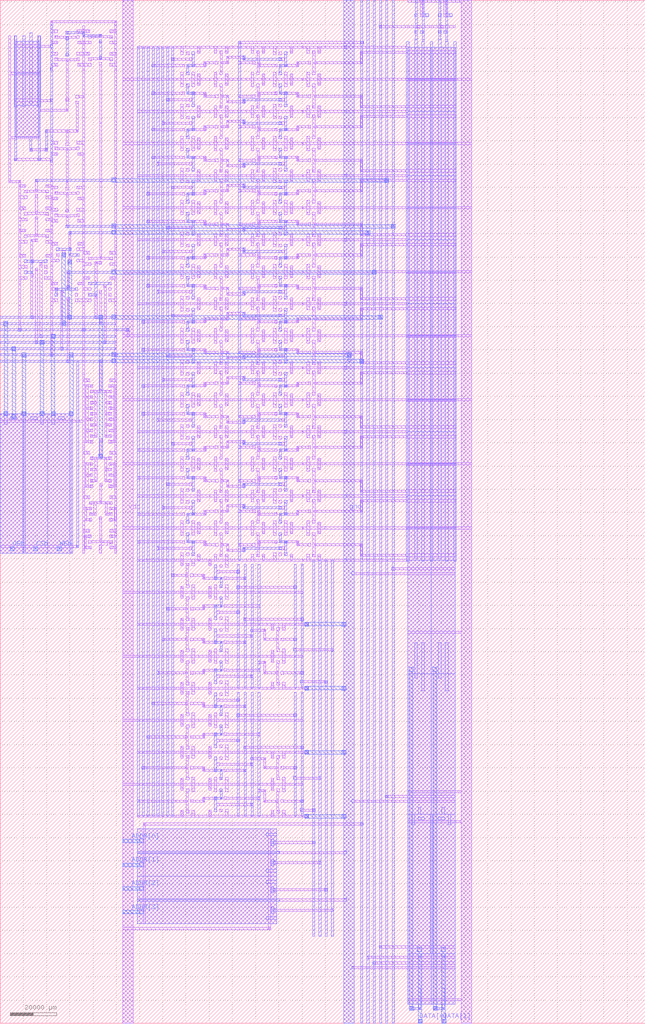
<source format=lef>
VERSION 5.4 ;
NAMESCASESENSITIVE ON ;
BUSBITCHARS "[]" ;
DIVIDERCHAR "/" ;
UNITS
  DATABASE MICRONS 1000 ;
END UNITS
SITE  MacroSite
   CLASS Core ;
   SIZE 277800.0 by 440700.0 ;
END  MacroSite
MACRO sram_2_16_1_scn3me_subm
   CLASS BLOCK ;
   SIZE 277800.0 BY 440700.0 ;
   SYMMETRY X Y R90 ;
   SITE MacroSite ;
   PIN DATA[0]
      DIRECTION INOUT ;
      PORT
         LAYER metal2 ;
         RECT  180000.0 0.0 180900.0 1800.0 ;
      END
   END DATA[0]
   PIN DATA[1]
      DIRECTION INOUT ;
      PORT
         LAYER metal2 ;
         RECT  190200.0 0.0 191100.0 1800.0 ;
      END
   END DATA[1]
   PIN ADDR[0]
      DIRECTION INPUT ;
      PORT
         LAYER metal3 ;
         RECT  52800.0 77700.0 60000.0 79200.0 ;
      END
   END ADDR[0]
   PIN ADDR[1]
      DIRECTION INPUT ;
      PORT
         LAYER metal3 ;
         RECT  52800.0 67500.0 60000.0 69000.0 ;
      END
   END ADDR[1]
   PIN ADDR[2]
      DIRECTION INPUT ;
      PORT
         LAYER metal3 ;
         RECT  52800.0 57300.0 60000.0 58800.0 ;
      END
   END ADDR[2]
   PIN ADDR[3]
      DIRECTION INPUT ;
      PORT
         LAYER metal3 ;
         RECT  52800.0 47100.0 60000.0 48600.0 ;
      END
   END ADDR[3]
   PIN CSb
      DIRECTION INPUT ;
      PORT
         LAYER metal3 ;
         RECT  14400.0 203400.0 16200.0 205200.0 ;
      END
   END CSb
   PIN WEb
      DIRECTION INPUT ;
      PORT
         LAYER metal3 ;
         RECT  24600.0 203400.0 26400.0 205200.0 ;
      END
   END WEb
   PIN OEb
      DIRECTION INPUT ;
      PORT
         LAYER metal3 ;
         RECT  4200.0 203400.0 6000.0 205200.0 ;
      END
   END OEb
   PIN clk
      DIRECTION INPUT ;
      PORT
         LAYER metal1 ;
         RECT  42600.0 202500.0 43800.0 206100.0 ;
      END
   END clk
   PIN vdd
      DIRECTION INOUT ;
      USE POWER ; 
      SHAPE ABUTMENT ; 
      PORT
         LAYER metal1 ;
         RECT  198600.0 0.0 203100.0 440700.0 ;
         LAYER metal1 ;
         RECT  52800.0 0.0 57300.0 440700.0 ;
      END
   END vdd
   PIN gnd
      DIRECTION INOUT ;
      USE GROUND ; 
      SHAPE ABUTMENT ; 
      PORT
         LAYER metal2 ;
         RECT  148050.0 0.0 152550.0 440700.0 ;
      END
   END gnd
   OBS
   LAYER  metal1 ;
      RECT  54600.0 295950.0 55500.0 298650.0 ;
      RECT  97500.0 205650.0 98400.0 206550.0 ;
      RECT  97500.0 203250.0 98400.0 204150.0 ;
      RECT  96150.0 205650.0 97950.0 206550.0 ;
      RECT  97500.0 203700.0 98400.0 206100.0 ;
      RECT  97950.0 203250.0 99900.0 204150.0 ;
      RECT  154950.0 205650.0 155850.0 206550.0 ;
      RECT  154950.0 201150.0 155850.0 202050.0 ;
      RECT  136050.0 205650.0 155400.0 206550.0 ;
      RECT  154950.0 201600.0 155850.0 206100.0 ;
      RECT  155400.0 201150.0 174900.0 202050.0 ;
      RECT  97500.0 220050.0 98400.0 220950.0 ;
      RECT  97500.0 222450.0 98400.0 223350.0 ;
      RECT  96150.0 220050.0 97950.0 220950.0 ;
      RECT  97500.0 220500.0 98400.0 222900.0 ;
      RECT  97950.0 222450.0 99900.0 223350.0 ;
      RECT  154950.0 220050.0 155850.0 220950.0 ;
      RECT  154950.0 224550.0 155850.0 225450.0 ;
      RECT  136050.0 220050.0 155400.0 220950.0 ;
      RECT  154950.0 220500.0 155850.0 225000.0 ;
      RECT  155400.0 224550.0 174900.0 225450.0 ;
      RECT  97500.0 233250.0 98400.0 234150.0 ;
      RECT  97500.0 230850.0 98400.0 231750.0 ;
      RECT  96150.0 233250.0 97950.0 234150.0 ;
      RECT  97500.0 231300.0 98400.0 233700.0 ;
      RECT  97950.0 230850.0 99900.0 231750.0 ;
      RECT  154950.0 233250.0 155850.0 234150.0 ;
      RECT  154950.0 228750.0 155850.0 229650.0 ;
      RECT  136050.0 233250.0 155400.0 234150.0 ;
      RECT  154950.0 229200.0 155850.0 233700.0 ;
      RECT  155400.0 228750.0 174900.0 229650.0 ;
      RECT  97500.0 247650.0 98400.0 248550.0 ;
      RECT  97500.0 250050.0 98400.0 250950.0 ;
      RECT  96150.0 247650.0 97950.0 248550.0 ;
      RECT  97500.0 248100.0 98400.0 250500.0 ;
      RECT  97950.0 250050.0 99900.0 250950.0 ;
      RECT  154950.0 247650.0 155850.0 248550.0 ;
      RECT  154950.0 252150.0 155850.0 253050.0 ;
      RECT  136050.0 247650.0 155400.0 248550.0 ;
      RECT  154950.0 248100.0 155850.0 252600.0 ;
      RECT  155400.0 252150.0 174900.0 253050.0 ;
      RECT  97500.0 260850.0 98400.0 261750.0 ;
      RECT  97500.0 258450.0 98400.0 259350.0 ;
      RECT  96150.0 260850.0 97950.0 261750.0 ;
      RECT  97500.0 258900.0 98400.0 261300.0 ;
      RECT  97950.0 258450.0 99900.0 259350.0 ;
      RECT  154950.0 260850.0 155850.0 261750.0 ;
      RECT  154950.0 256350.0 155850.0 257250.0 ;
      RECT  136050.0 260850.0 155400.0 261750.0 ;
      RECT  154950.0 256800.0 155850.0 261300.0 ;
      RECT  155400.0 256350.0 174900.0 257250.0 ;
      RECT  97500.0 275250.0 98400.0 276150.0 ;
      RECT  97500.0 277650.0 98400.0 278550.0 ;
      RECT  96150.0 275250.0 97950.0 276150.0 ;
      RECT  97500.0 275700.0 98400.0 278100.0 ;
      RECT  97950.0 277650.0 99900.0 278550.0 ;
      RECT  154950.0 275250.0 155850.0 276150.0 ;
      RECT  154950.0 279750.0 155850.0 280650.0 ;
      RECT  136050.0 275250.0 155400.0 276150.0 ;
      RECT  154950.0 275700.0 155850.0 280200.0 ;
      RECT  155400.0 279750.0 174900.0 280650.0 ;
      RECT  97500.0 288450.0 98400.0 289350.0 ;
      RECT  97500.0 286050.0 98400.0 286950.0 ;
      RECT  96150.0 288450.0 97950.0 289350.0 ;
      RECT  97500.0 286500.0 98400.0 288900.0 ;
      RECT  97950.0 286050.0 99900.0 286950.0 ;
      RECT  154950.0 288450.0 155850.0 289350.0 ;
      RECT  154950.0 283950.0 155850.0 284850.0 ;
      RECT  136050.0 288450.0 155400.0 289350.0 ;
      RECT  154950.0 284400.0 155850.0 288900.0 ;
      RECT  155400.0 283950.0 174900.0 284850.0 ;
      RECT  97500.0 302850.0 98400.0 303750.0 ;
      RECT  97500.0 305250.0 98400.0 306150.0 ;
      RECT  96150.0 302850.0 97950.0 303750.0 ;
      RECT  97500.0 303300.0 98400.0 305700.0 ;
      RECT  97950.0 305250.0 99900.0 306150.0 ;
      RECT  154950.0 302850.0 155850.0 303750.0 ;
      RECT  154950.0 307350.0 155850.0 308250.0 ;
      RECT  136050.0 302850.0 155400.0 303750.0 ;
      RECT  154950.0 303300.0 155850.0 307800.0 ;
      RECT  155400.0 307350.0 174900.0 308250.0 ;
      RECT  97500.0 316050.0 98400.0 316950.0 ;
      RECT  97500.0 313650.0 98400.0 314550.0 ;
      RECT  96150.0 316050.0 97950.0 316950.0 ;
      RECT  97500.0 314100.0 98400.0 316500.0 ;
      RECT  97950.0 313650.0 99900.0 314550.0 ;
      RECT  154950.0 316050.0 155850.0 316950.0 ;
      RECT  154950.0 311550.0 155850.0 312450.0 ;
      RECT  136050.0 316050.0 155400.0 316950.0 ;
      RECT  154950.0 312000.0 155850.0 316500.0 ;
      RECT  155400.0 311550.0 174900.0 312450.0 ;
      RECT  97500.0 330450.0 98400.0 331350.0 ;
      RECT  97500.0 332850.0 98400.0 333750.0 ;
      RECT  96150.0 330450.0 97950.0 331350.0 ;
      RECT  97500.0 330900.0 98400.0 333300.0 ;
      RECT  97950.0 332850.0 99900.0 333750.0 ;
      RECT  154950.0 330450.0 155850.0 331350.0 ;
      RECT  154950.0 334950.0 155850.0 335850.0 ;
      RECT  136050.0 330450.0 155400.0 331350.0 ;
      RECT  154950.0 330900.0 155850.0 335400.0 ;
      RECT  155400.0 334950.0 174900.0 335850.0 ;
      RECT  97500.0 343650.0 98400.0 344550.0 ;
      RECT  97500.0 341250.0 98400.0 342150.0 ;
      RECT  96150.0 343650.0 97950.0 344550.0 ;
      RECT  97500.0 341700.0 98400.0 344100.0 ;
      RECT  97950.0 341250.0 99900.0 342150.0 ;
      RECT  154950.0 343650.0 155850.0 344550.0 ;
      RECT  154950.0 339150.0 155850.0 340050.0 ;
      RECT  136050.0 343650.0 155400.0 344550.0 ;
      RECT  154950.0 339600.0 155850.0 344100.0 ;
      RECT  155400.0 339150.0 174900.0 340050.0 ;
      RECT  97500.0 358050.0 98400.0 358950.0 ;
      RECT  97500.0 360450.0 98400.0 361350.0 ;
      RECT  96150.0 358050.0 97950.0 358950.0 ;
      RECT  97500.0 358500.0 98400.0 360900.0 ;
      RECT  97950.0 360450.0 99900.0 361350.0 ;
      RECT  154950.0 358050.0 155850.0 358950.0 ;
      RECT  154950.0 362550.0 155850.0 363450.0 ;
      RECT  136050.0 358050.0 155400.0 358950.0 ;
      RECT  154950.0 358500.0 155850.0 363000.0 ;
      RECT  155400.0 362550.0 174900.0 363450.0 ;
      RECT  97500.0 371250.0 98400.0 372150.0 ;
      RECT  97500.0 368850.0 98400.0 369750.0 ;
      RECT  96150.0 371250.0 97950.0 372150.0 ;
      RECT  97500.0 369300.0 98400.0 371700.0 ;
      RECT  97950.0 368850.0 99900.0 369750.0 ;
      RECT  154950.0 371250.0 155850.0 372150.0 ;
      RECT  154950.0 366750.0 155850.0 367650.0 ;
      RECT  136050.0 371250.0 155400.0 372150.0 ;
      RECT  154950.0 367200.0 155850.0 371700.0 ;
      RECT  155400.0 366750.0 174900.0 367650.0 ;
      RECT  97500.0 385650.0 98400.0 386550.0 ;
      RECT  97500.0 388050.0 98400.0 388950.0 ;
      RECT  96150.0 385650.0 97950.0 386550.0 ;
      RECT  97500.0 386100.0 98400.0 388500.0 ;
      RECT  97950.0 388050.0 99900.0 388950.0 ;
      RECT  154950.0 385650.0 155850.0 386550.0 ;
      RECT  154950.0 390150.0 155850.0 391050.0 ;
      RECT  136050.0 385650.0 155400.0 386550.0 ;
      RECT  154950.0 386100.0 155850.0 390600.0 ;
      RECT  155400.0 390150.0 174900.0 391050.0 ;
      RECT  97500.0 398850.0 98400.0 399750.0 ;
      RECT  97500.0 396450.0 98400.0 397350.0 ;
      RECT  96150.0 398850.0 97950.0 399750.0 ;
      RECT  97500.0 396900.0 98400.0 399300.0 ;
      RECT  97950.0 396450.0 99900.0 397350.0 ;
      RECT  154950.0 398850.0 155850.0 399750.0 ;
      RECT  154950.0 394350.0 155850.0 395250.0 ;
      RECT  136050.0 398850.0 155400.0 399750.0 ;
      RECT  154950.0 394800.0 155850.0 399300.0 ;
      RECT  155400.0 394350.0 174900.0 395250.0 ;
      RECT  97500.0 413250.0 98400.0 414150.0 ;
      RECT  97500.0 415650.0 98400.0 416550.0 ;
      RECT  96150.0 413250.0 97950.0 414150.0 ;
      RECT  97500.0 413700.0 98400.0 416100.0 ;
      RECT  97950.0 415650.0 99900.0 416550.0 ;
      RECT  154950.0 413250.0 155850.0 414150.0 ;
      RECT  154950.0 417750.0 155850.0 418650.0 ;
      RECT  136050.0 413250.0 155400.0 414150.0 ;
      RECT  154950.0 413700.0 155850.0 418200.0 ;
      RECT  155400.0 417750.0 174900.0 418650.0 ;
      RECT  106200.0 199050.0 175500.0 199950.0 ;
      RECT  106200.0 226650.0 175500.0 227550.0 ;
      RECT  106200.0 254250.0 175500.0 255150.0 ;
      RECT  106200.0 281850.0 175500.0 282750.0 ;
      RECT  106200.0 309450.0 175500.0 310350.0 ;
      RECT  106200.0 337050.0 175500.0 337950.0 ;
      RECT  106200.0 364650.0 175500.0 365550.0 ;
      RECT  106200.0 392250.0 175500.0 393150.0 ;
      RECT  106200.0 419850.0 175500.0 420750.0 ;
      RECT  52800.0 212850.0 203100.0 213750.0 ;
      RECT  52800.0 240450.0 203100.0 241350.0 ;
      RECT  52800.0 268050.0 203100.0 268950.0 ;
      RECT  52800.0 295650.0 203100.0 296550.0 ;
      RECT  52800.0 323250.0 203100.0 324150.0 ;
      RECT  52800.0 350850.0 203100.0 351750.0 ;
      RECT  52800.0 378450.0 203100.0 379350.0 ;
      RECT  52800.0 406050.0 203100.0 406950.0 ;
      RECT  130500.0 91350.0 135000.0 92250.0 ;
      RECT  127500.0 105150.0 137700.0 106050.0 ;
      RECT  130500.0 146550.0 140400.0 147450.0 ;
      RECT  127500.0 160350.0 143100.0 161250.0 ;
      RECT  130500.0 88650.0 132000.0 89550.0 ;
      RECT  130500.0 116250.0 132000.0 117150.0 ;
      RECT  130500.0 143850.0 132000.0 144750.0 ;
      RECT  130500.0 171450.0 132000.0 172350.0 ;
      RECT  52800.0 102450.0 130500.0 103350.0 ;
      RECT  52800.0 130050.0 130500.0 130950.0 ;
      RECT  52800.0 157650.0 130500.0 158550.0 ;
      RECT  52800.0 185250.0 130500.0 186150.0 ;
      RECT  117900.0 77400.0 135000.0 78300.0 ;
      RECT  117900.0 68700.0 137700.0 69600.0 ;
      RECT  117900.0 57000.0 140400.0 57900.0 ;
      RECT  117900.0 48300.0 143100.0 49200.0 ;
      RECT  119100.0 73050.0 149250.0 73950.0 ;
      RECT  119100.0 52650.0 149250.0 53550.0 ;
      RECT  115500.0 40350.0 116400.0 41250.0 ;
      RECT  115500.0 40800.0 116400.0 42900.0 ;
      RECT  52800.0 40350.0 115950.0 41250.0 ;
      RECT  163800.0 32400.0 175500.0 33300.0 ;
      RECT  158400.0 27900.0 175500.0 28800.0 ;
      RECT  161100.0 25500.0 175500.0 26400.0 ;
      RECT  163800.0 428700.0 175500.0 429600.0 ;
      RECT  166500.0 97200.0 175500.0 98100.0 ;
      RECT  169200.0 195300.0 175500.0 196200.0 ;
      RECT  61500.0 85350.0 62400.0 86250.0 ;
      RECT  61500.0 83700.0 62400.0 85800.0 ;
      RECT  61950.0 85350.0 155700.0 86250.0 ;
      RECT  103050.0 421950.0 156600.0 422850.0 ;
      RECT  175500.0 439800.0 198600.0 440700.0 ;
      RECT  175500.0 168000.0 198600.0 168900.0 ;
      RECT  175500.0 99300.0 198600.0 100200.0 ;
      RECT  175500.0 86400.0 198600.0 87300.0 ;
      RECT  175500.0 9600.0 198600.0 10500.0 ;
      RECT  152550.0 23400.0 175500.0 24300.0 ;
      RECT  152550.0 193200.0 175500.0 194100.0 ;
      RECT  152550.0 95100.0 175500.0 96000.0 ;
      RECT  175500.0 199500.0 185700.0 213300.0 ;
      RECT  175500.0 227100.0 185700.0 213300.0 ;
      RECT  175500.0 227100.0 185700.0 240900.0 ;
      RECT  175500.0 254700.0 185700.0 240900.0 ;
      RECT  175500.0 254700.0 185700.0 268500.0 ;
      RECT  175500.0 282300.0 185700.0 268500.0 ;
      RECT  175500.0 282300.0 185700.0 296100.0 ;
      RECT  175500.0 309900.0 185700.0 296100.0 ;
      RECT  175500.0 309900.0 185700.0 323700.0 ;
      RECT  175500.0 337500.0 185700.0 323700.0 ;
      RECT  175500.0 337500.0 185700.0 351300.0 ;
      RECT  175500.0 365100.0 185700.0 351300.0 ;
      RECT  175500.0 365100.0 185700.0 378900.0 ;
      RECT  175500.0 392700.0 185700.0 378900.0 ;
      RECT  175500.0 392700.0 185700.0 406500.0 ;
      RECT  175500.0 420300.0 185700.0 406500.0 ;
      RECT  185700.0 199500.0 195900.0 213300.0 ;
      RECT  185700.0 227100.0 195900.0 213300.0 ;
      RECT  185700.0 227100.0 195900.0 240900.0 ;
      RECT  185700.0 254700.0 195900.0 240900.0 ;
      RECT  185700.0 254700.0 195900.0 268500.0 ;
      RECT  185700.0 282300.0 195900.0 268500.0 ;
      RECT  185700.0 282300.0 195900.0 296100.0 ;
      RECT  185700.0 309900.0 195900.0 296100.0 ;
      RECT  185700.0 309900.0 195900.0 323700.0 ;
      RECT  185700.0 337500.0 195900.0 323700.0 ;
      RECT  185700.0 337500.0 195900.0 351300.0 ;
      RECT  185700.0 365100.0 195900.0 351300.0 ;
      RECT  185700.0 365100.0 195900.0 378900.0 ;
      RECT  185700.0 392700.0 195900.0 378900.0 ;
      RECT  185700.0 392700.0 195900.0 406500.0 ;
      RECT  185700.0 420300.0 195900.0 406500.0 ;
      RECT  174900.0 201000.0 196500.0 202200.0 ;
      RECT  174900.0 224400.0 196500.0 225600.0 ;
      RECT  174900.0 228600.0 196500.0 229800.0 ;
      RECT  174900.0 252000.0 196500.0 253200.0 ;
      RECT  174900.0 256200.0 196500.0 257400.0 ;
      RECT  174900.0 279600.0 196500.0 280800.0 ;
      RECT  174900.0 283800.0 196500.0 285000.0 ;
      RECT  174900.0 307200.0 196500.0 308400.0 ;
      RECT  174900.0 311400.0 196500.0 312600.0 ;
      RECT  174900.0 334800.0 196500.0 336000.0 ;
      RECT  174900.0 339000.0 196500.0 340200.0 ;
      RECT  174900.0 362400.0 196500.0 363600.0 ;
      RECT  174900.0 366600.0 196500.0 367800.0 ;
      RECT  174900.0 390000.0 196500.0 391200.0 ;
      RECT  174900.0 394200.0 196500.0 395400.0 ;
      RECT  174900.0 417600.0 196500.0 418800.0 ;
      RECT  174900.0 212700.0 196500.0 213600.0 ;
      RECT  174900.0 240300.0 196500.0 241200.0 ;
      RECT  174900.0 267900.0 196500.0 268800.0 ;
      RECT  174900.0 295500.0 196500.0 296400.0 ;
      RECT  174900.0 323100.0 196500.0 324000.0 ;
      RECT  174900.0 350700.0 196500.0 351600.0 ;
      RECT  174900.0 378300.0 196500.0 379200.0 ;
      RECT  174900.0 405900.0 196500.0 406800.0 ;
      RECT  180900.0 433500.0 182100.0 440700.0 ;
      RECT  178500.0 426300.0 179700.0 427500.0 ;
      RECT  180900.0 426300.0 182100.0 427500.0 ;
      RECT  180900.0 426300.0 182100.0 427500.0 ;
      RECT  178500.0 426300.0 179700.0 427500.0 ;
      RECT  178500.0 433500.0 179700.0 434700.0 ;
      RECT  180900.0 433500.0 182100.0 434700.0 ;
      RECT  180900.0 433500.0 182100.0 434700.0 ;
      RECT  178500.0 433500.0 179700.0 434700.0 ;
      RECT  180900.0 433500.0 182100.0 434700.0 ;
      RECT  183300.0 433500.0 184500.0 434700.0 ;
      RECT  183300.0 433500.0 184500.0 434700.0 ;
      RECT  180900.0 433500.0 182100.0 434700.0 ;
      RECT  180600.0 428550.0 179400.0 429750.0 ;
      RECT  180900.0 438900.0 182100.0 440100.0 ;
      RECT  178500.0 426300.0 179700.0 427500.0 ;
      RECT  180900.0 426300.0 182100.0 427500.0 ;
      RECT  178500.0 433500.0 179700.0 434700.0 ;
      RECT  183300.0 433500.0 184500.0 434700.0 ;
      RECT  175500.0 428700.0 185700.0 429600.0 ;
      RECT  175500.0 439800.0 185700.0 440700.0 ;
      RECT  191100.0 433500.0 192300.0 440700.0 ;
      RECT  188700.0 426300.0 189900.0 427500.0 ;
      RECT  191100.0 426300.0 192300.0 427500.0 ;
      RECT  191100.0 426300.0 192300.0 427500.0 ;
      RECT  188700.0 426300.0 189900.0 427500.0 ;
      RECT  188700.0 433500.0 189900.0 434700.0 ;
      RECT  191100.0 433500.0 192300.0 434700.0 ;
      RECT  191100.0 433500.0 192300.0 434700.0 ;
      RECT  188700.0 433500.0 189900.0 434700.0 ;
      RECT  191100.0 433500.0 192300.0 434700.0 ;
      RECT  193500.0 433500.0 194700.0 434700.0 ;
      RECT  193500.0 433500.0 194700.0 434700.0 ;
      RECT  191100.0 433500.0 192300.0 434700.0 ;
      RECT  190800.0 428550.0 189600.0 429750.0 ;
      RECT  191100.0 438900.0 192300.0 440100.0 ;
      RECT  188700.0 426300.0 189900.0 427500.0 ;
      RECT  191100.0 426300.0 192300.0 427500.0 ;
      RECT  188700.0 433500.0 189900.0 434700.0 ;
      RECT  193500.0 433500.0 194700.0 434700.0 ;
      RECT  185700.0 428700.0 195900.0 429600.0 ;
      RECT  185700.0 439800.0 195900.0 440700.0 ;
      RECT  175500.0 428700.0 195900.0 429600.0 ;
      RECT  175500.0 439800.0 195900.0 440700.0 ;
      RECT  175500.0 150600.0 185700.0 199500.0 ;
      RECT  185700.0 150600.0 195900.0 199500.0 ;
      RECT  175500.0 195300.0 195900.0 196200.0 ;
      RECT  175500.0 168000.0 195900.0 168900.0 ;
      RECT  175500.0 193200.0 195900.0 194100.0 ;
      RECT  175500.0 90000.0 185700.0 150600.0 ;
      RECT  185700.0 90000.0 195900.0 150600.0 ;
      RECT  175500.0 97200.0 195900.0 98100.0 ;
      RECT  175500.0 99300.0 195900.0 100200.0 ;
      RECT  175500.0 95100.0 195900.0 96000.0 ;
      RECT  175500.0 30000.0 185700.0 90000.0 ;
      RECT  195900.0 30000.0 185700.0 90000.0 ;
      RECT  175500.0 32400.0 195900.0 33300.0 ;
      RECT  175500.0 86400.0 195900.0 87300.0 ;
      RECT  175500.0 30000.0 185700.0 8100.0 ;
      RECT  185700.0 30000.0 195900.0 8100.0 ;
      RECT  175500.0 26400.0 195900.0 25500.0 ;
      RECT  175500.0 28800.0 195900.0 27900.0 ;
      RECT  175500.0 10500.0 195900.0 9600.0 ;
      RECT  175500.0 24300.0 195900.0 23400.0 ;
      RECT  87750.0 206850.0 88650.0 207750.0 ;
      RECT  87750.0 205650.0 88650.0 206550.0 ;
      RECT  83700.0 206850.0 88200.0 207750.0 ;
      RECT  87750.0 206100.0 88650.0 207300.0 ;
      RECT  88200.0 205650.0 92700.0 206550.0 ;
      RECT  87750.0 218850.0 88650.0 219750.0 ;
      RECT  87750.0 220050.0 88650.0 220950.0 ;
      RECT  83700.0 218850.0 88200.0 219750.0 ;
      RECT  87750.0 219300.0 88650.0 220500.0 ;
      RECT  88200.0 220050.0 92700.0 220950.0 ;
      RECT  87750.0 234450.0 88650.0 235350.0 ;
      RECT  87750.0 233250.0 88650.0 234150.0 ;
      RECT  83700.0 234450.0 88200.0 235350.0 ;
      RECT  87750.0 233700.0 88650.0 234900.0 ;
      RECT  88200.0 233250.0 92700.0 234150.0 ;
      RECT  87750.0 246450.0 88650.0 247350.0 ;
      RECT  87750.0 247650.0 88650.0 248550.0 ;
      RECT  83700.0 246450.0 88200.0 247350.0 ;
      RECT  87750.0 246900.0 88650.0 248100.0 ;
      RECT  88200.0 247650.0 92700.0 248550.0 ;
      RECT  87750.0 262050.0 88650.0 262950.0 ;
      RECT  87750.0 260850.0 88650.0 261750.0 ;
      RECT  83700.0 262050.0 88200.0 262950.0 ;
      RECT  87750.0 261300.0 88650.0 262500.0 ;
      RECT  88200.0 260850.0 92700.0 261750.0 ;
      RECT  87750.0 274050.0 88650.0 274950.0 ;
      RECT  87750.0 275250.0 88650.0 276150.0 ;
      RECT  83700.0 274050.0 88200.0 274950.0 ;
      RECT  87750.0 274500.0 88650.0 275700.0 ;
      RECT  88200.0 275250.0 92700.0 276150.0 ;
      RECT  87750.0 289650.0 88650.0 290550.0 ;
      RECT  87750.0 288450.0 88650.0 289350.0 ;
      RECT  83700.0 289650.0 88200.0 290550.0 ;
      RECT  87750.0 288900.0 88650.0 290100.0 ;
      RECT  88200.0 288450.0 92700.0 289350.0 ;
      RECT  87750.0 301650.0 88650.0 302550.0 ;
      RECT  87750.0 302850.0 88650.0 303750.0 ;
      RECT  83700.0 301650.0 88200.0 302550.0 ;
      RECT  87750.0 302100.0 88650.0 303300.0 ;
      RECT  88200.0 302850.0 92700.0 303750.0 ;
      RECT  87750.0 317250.0 88650.0 318150.0 ;
      RECT  87750.0 316050.0 88650.0 316950.0 ;
      RECT  83700.0 317250.0 88200.0 318150.0 ;
      RECT  87750.0 316500.0 88650.0 317700.0 ;
      RECT  88200.0 316050.0 92700.0 316950.0 ;
      RECT  87750.0 329250.0 88650.0 330150.0 ;
      RECT  87750.0 330450.0 88650.0 331350.0 ;
      RECT  83700.0 329250.0 88200.0 330150.0 ;
      RECT  87750.0 329700.0 88650.0 330900.0 ;
      RECT  88200.0 330450.0 92700.0 331350.0 ;
      RECT  87750.0 344850.0 88650.0 345750.0 ;
      RECT  87750.0 343650.0 88650.0 344550.0 ;
      RECT  83700.0 344850.0 88200.0 345750.0 ;
      RECT  87750.0 344100.0 88650.0 345300.0 ;
      RECT  88200.0 343650.0 92700.0 344550.0 ;
      RECT  87750.0 356850.0 88650.0 357750.0 ;
      RECT  87750.0 358050.0 88650.0 358950.0 ;
      RECT  83700.0 356850.0 88200.0 357750.0 ;
      RECT  87750.0 357300.0 88650.0 358500.0 ;
      RECT  88200.0 358050.0 92700.0 358950.0 ;
      RECT  87750.0 372450.0 88650.0 373350.0 ;
      RECT  87750.0 371250.0 88650.0 372150.0 ;
      RECT  83700.0 372450.0 88200.0 373350.0 ;
      RECT  87750.0 371700.0 88650.0 372900.0 ;
      RECT  88200.0 371250.0 92700.0 372150.0 ;
      RECT  87750.0 384450.0 88650.0 385350.0 ;
      RECT  87750.0 385650.0 88650.0 386550.0 ;
      RECT  83700.0 384450.0 88200.0 385350.0 ;
      RECT  87750.0 384900.0 88650.0 386100.0 ;
      RECT  88200.0 385650.0 92700.0 386550.0 ;
      RECT  87750.0 400050.0 88650.0 400950.0 ;
      RECT  87750.0 398850.0 88650.0 399750.0 ;
      RECT  83700.0 400050.0 88200.0 400950.0 ;
      RECT  87750.0 399300.0 88650.0 400500.0 ;
      RECT  88200.0 398850.0 92700.0 399750.0 ;
      RECT  87750.0 412050.0 88650.0 412950.0 ;
      RECT  87750.0 413250.0 88650.0 414150.0 ;
      RECT  83700.0 412050.0 88200.0 412950.0 ;
      RECT  87750.0 412500.0 88650.0 413700.0 ;
      RECT  88200.0 413250.0 92700.0 414150.0 ;
      RECT  59550.0 95250.0 75900.0 96150.0 ;
      RECT  61650.0 109650.0 75900.0 110550.0 ;
      RECT  63750.0 122850.0 75900.0 123750.0 ;
      RECT  65850.0 137250.0 75900.0 138150.0 ;
      RECT  67950.0 150450.0 75900.0 151350.0 ;
      RECT  70050.0 164850.0 75900.0 165750.0 ;
      RECT  72150.0 178050.0 75900.0 178950.0 ;
      RECT  74250.0 192450.0 75900.0 193350.0 ;
      RECT  59550.0 206850.0 78300.0 207750.0 ;
      RECT  67950.0 204150.0 81300.0 205050.0 ;
      RECT  59550.0 218850.0 78300.0 219750.0 ;
      RECT  70050.0 221550.0 81300.0 222450.0 ;
      RECT  59550.0 234450.0 78300.0 235350.0 ;
      RECT  72150.0 231750.0 81300.0 232650.0 ;
      RECT  59550.0 246450.0 78300.0 247350.0 ;
      RECT  74250.0 249150.0 81300.0 250050.0 ;
      RECT  61650.0 262050.0 78300.0 262950.0 ;
      RECT  67950.0 259350.0 81300.0 260250.0 ;
      RECT  61650.0 274050.0 78300.0 274950.0 ;
      RECT  70050.0 276750.0 81300.0 277650.0 ;
      RECT  61650.0 289650.0 78300.0 290550.0 ;
      RECT  72150.0 286950.0 81300.0 287850.0 ;
      RECT  61650.0 301650.0 78300.0 302550.0 ;
      RECT  74250.0 304350.0 81300.0 305250.0 ;
      RECT  63750.0 317250.0 78300.0 318150.0 ;
      RECT  67950.0 314550.0 81300.0 315450.0 ;
      RECT  63750.0 329250.0 78300.0 330150.0 ;
      RECT  70050.0 331950.0 81300.0 332850.0 ;
      RECT  63750.0 344850.0 78300.0 345750.0 ;
      RECT  72150.0 342150.0 81300.0 343050.0 ;
      RECT  63750.0 356850.0 78300.0 357750.0 ;
      RECT  74250.0 359550.0 81300.0 360450.0 ;
      RECT  65850.0 372450.0 78300.0 373350.0 ;
      RECT  67950.0 369750.0 81300.0 370650.0 ;
      RECT  65850.0 384450.0 78300.0 385350.0 ;
      RECT  70050.0 387150.0 81300.0 388050.0 ;
      RECT  65850.0 400050.0 78300.0 400950.0 ;
      RECT  72150.0 397350.0 81300.0 398250.0 ;
      RECT  65850.0 412050.0 78300.0 412950.0 ;
      RECT  74250.0 414750.0 81300.0 415650.0 ;
      RECT  114450.0 95250.0 113550.0 96150.0 ;
      RECT  114450.0 99750.0 113550.0 100650.0 ;
      RECT  118650.0 95250.0 114000.0 96150.0 ;
      RECT  114450.0 95700.0 113550.0 100200.0 ;
      RECT  114000.0 99750.0 111450.0 100650.0 ;
      RECT  130050.0 95250.0 122100.0 96150.0 ;
      RECT  114450.0 109650.0 113550.0 110550.0 ;
      RECT  114450.0 113550.0 113550.0 114450.0 ;
      RECT  118650.0 109650.0 114000.0 110550.0 ;
      RECT  114450.0 110100.0 113550.0 114000.0 ;
      RECT  114000.0 113550.0 108450.0 114450.0 ;
      RECT  127050.0 109650.0 122100.0 110550.0 ;
      RECT  130050.0 118350.0 105450.0 119250.0 ;
      RECT  127050.0 132150.0 102450.0 133050.0 ;
      RECT  111450.0 96450.0 97500.0 97350.0 ;
      RECT  108450.0 93750.0 94500.0 94650.0 ;
      RECT  105450.0 108450.0 97500.0 109350.0 ;
      RECT  108450.0 111150.0 94500.0 112050.0 ;
      RECT  111450.0 124050.0 97500.0 124950.0 ;
      RECT  102450.0 121350.0 94500.0 122250.0 ;
      RECT  105450.0 136050.0 97500.0 136950.0 ;
      RECT  102450.0 138750.0 94500.0 139650.0 ;
      RECT  88050.0 96450.0 87150.0 97350.0 ;
      RECT  88050.0 95250.0 87150.0 96150.0 ;
      RECT  92100.0 96450.0 87600.0 97350.0 ;
      RECT  88050.0 95700.0 87150.0 96900.0 ;
      RECT  87600.0 95250.0 83100.0 96150.0 ;
      RECT  88050.0 108450.0 87150.0 109350.0 ;
      RECT  88050.0 109650.0 87150.0 110550.0 ;
      RECT  92100.0 108450.0 87600.0 109350.0 ;
      RECT  88050.0 108900.0 87150.0 110100.0 ;
      RECT  87600.0 109650.0 83100.0 110550.0 ;
      RECT  88050.0 124050.0 87150.0 124950.0 ;
      RECT  88050.0 122850.0 87150.0 123750.0 ;
      RECT  92100.0 124050.0 87600.0 124950.0 ;
      RECT  88050.0 123300.0 87150.0 124500.0 ;
      RECT  87600.0 122850.0 83100.0 123750.0 ;
      RECT  88050.0 136050.0 87150.0 136950.0 ;
      RECT  88050.0 137250.0 87150.0 138150.0 ;
      RECT  92100.0 136050.0 87600.0 136950.0 ;
      RECT  88050.0 136500.0 87150.0 137700.0 ;
      RECT  87600.0 137250.0 83100.0 138150.0 ;
      RECT  117900.0 100950.0 116700.0 102900.0 ;
      RECT  117900.0 89100.0 116700.0 91050.0 ;
      RECT  122700.0 90450.0 121500.0 88650.0 ;
      RECT  122700.0 99750.0 121500.0 103350.0 ;
      RECT  120000.0 90450.0 119100.0 99750.0 ;
      RECT  122700.0 99750.0 121500.0 100950.0 ;
      RECT  120300.0 99750.0 119100.0 100950.0 ;
      RECT  120300.0 99750.0 119100.0 100950.0 ;
      RECT  122700.0 99750.0 121500.0 100950.0 ;
      RECT  122700.0 90450.0 121500.0 91650.0 ;
      RECT  120300.0 90450.0 119100.0 91650.0 ;
      RECT  120300.0 90450.0 119100.0 91650.0 ;
      RECT  122700.0 90450.0 121500.0 91650.0 ;
      RECT  117900.0 100350.0 116700.0 101550.0 ;
      RECT  117900.0 90450.0 116700.0 91650.0 ;
      RECT  122100.0 95100.0 120900.0 96300.0 ;
      RECT  122100.0 95100.0 120900.0 96300.0 ;
      RECT  119550.0 95250.0 118650.0 96150.0 ;
      RECT  124500.0 102450.0 114900.0 103350.0 ;
      RECT  124500.0 88650.0 114900.0 89550.0 ;
      RECT  117900.0 104850.0 116700.0 102900.0 ;
      RECT  117900.0 116700.0 116700.0 114750.0 ;
      RECT  122700.0 115350.0 121500.0 117150.0 ;
      RECT  122700.0 106050.0 121500.0 102450.0 ;
      RECT  120000.0 115350.0 119100.0 106050.0 ;
      RECT  122700.0 106050.0 121500.0 104850.0 ;
      RECT  120300.0 106050.0 119100.0 104850.0 ;
      RECT  120300.0 106050.0 119100.0 104850.0 ;
      RECT  122700.0 106050.0 121500.0 104850.0 ;
      RECT  122700.0 115350.0 121500.0 114150.0 ;
      RECT  120300.0 115350.0 119100.0 114150.0 ;
      RECT  120300.0 115350.0 119100.0 114150.0 ;
      RECT  122700.0 115350.0 121500.0 114150.0 ;
      RECT  117900.0 105450.0 116700.0 104250.0 ;
      RECT  117900.0 115350.0 116700.0 114150.0 ;
      RECT  122100.0 110700.0 120900.0 109500.0 ;
      RECT  122100.0 110700.0 120900.0 109500.0 ;
      RECT  119550.0 110550.0 118650.0 109650.0 ;
      RECT  124500.0 103350.0 114900.0 102450.0 ;
      RECT  124500.0 117150.0 114900.0 116250.0 ;
      RECT  78900.0 100950.0 77700.0 102900.0 ;
      RECT  78900.0 89100.0 77700.0 91050.0 ;
      RECT  83700.0 90450.0 82500.0 88650.0 ;
      RECT  83700.0 99750.0 82500.0 103350.0 ;
      RECT  81000.0 90450.0 80100.0 99750.0 ;
      RECT  83700.0 99750.0 82500.0 100950.0 ;
      RECT  81300.0 99750.0 80100.0 100950.0 ;
      RECT  81300.0 99750.0 80100.0 100950.0 ;
      RECT  83700.0 99750.0 82500.0 100950.0 ;
      RECT  83700.0 90450.0 82500.0 91650.0 ;
      RECT  81300.0 90450.0 80100.0 91650.0 ;
      RECT  81300.0 90450.0 80100.0 91650.0 ;
      RECT  83700.0 90450.0 82500.0 91650.0 ;
      RECT  78900.0 100350.0 77700.0 101550.0 ;
      RECT  78900.0 90450.0 77700.0 91650.0 ;
      RECT  83100.0 95100.0 81900.0 96300.0 ;
      RECT  83100.0 95100.0 81900.0 96300.0 ;
      RECT  80550.0 95250.0 79650.0 96150.0 ;
      RECT  85500.0 102450.0 75900.0 103350.0 ;
      RECT  85500.0 88650.0 75900.0 89550.0 ;
      RECT  78900.0 104850.0 77700.0 102900.0 ;
      RECT  78900.0 116700.0 77700.0 114750.0 ;
      RECT  83700.0 115350.0 82500.0 117150.0 ;
      RECT  83700.0 106050.0 82500.0 102450.0 ;
      RECT  81000.0 115350.0 80100.0 106050.0 ;
      RECT  83700.0 106050.0 82500.0 104850.0 ;
      RECT  81300.0 106050.0 80100.0 104850.0 ;
      RECT  81300.0 106050.0 80100.0 104850.0 ;
      RECT  83700.0 106050.0 82500.0 104850.0 ;
      RECT  83700.0 115350.0 82500.0 114150.0 ;
      RECT  81300.0 115350.0 80100.0 114150.0 ;
      RECT  81300.0 115350.0 80100.0 114150.0 ;
      RECT  83700.0 115350.0 82500.0 114150.0 ;
      RECT  78900.0 105450.0 77700.0 104250.0 ;
      RECT  78900.0 115350.0 77700.0 114150.0 ;
      RECT  83100.0 110700.0 81900.0 109500.0 ;
      RECT  83100.0 110700.0 81900.0 109500.0 ;
      RECT  80550.0 110550.0 79650.0 109650.0 ;
      RECT  85500.0 103350.0 75900.0 102450.0 ;
      RECT  85500.0 117150.0 75900.0 116250.0 ;
      RECT  78900.0 128550.0 77700.0 130500.0 ;
      RECT  78900.0 116700.0 77700.0 118650.0 ;
      RECT  83700.0 118050.0 82500.0 116250.0 ;
      RECT  83700.0 127350.0 82500.0 130950.0 ;
      RECT  81000.0 118050.0 80100.0 127350.0 ;
      RECT  83700.0 127350.0 82500.0 128550.0 ;
      RECT  81300.0 127350.0 80100.0 128550.0 ;
      RECT  81300.0 127350.0 80100.0 128550.0 ;
      RECT  83700.0 127350.0 82500.0 128550.0 ;
      RECT  83700.0 118050.0 82500.0 119250.0 ;
      RECT  81300.0 118050.0 80100.0 119250.0 ;
      RECT  81300.0 118050.0 80100.0 119250.0 ;
      RECT  83700.0 118050.0 82500.0 119250.0 ;
      RECT  78900.0 127950.0 77700.0 129150.0 ;
      RECT  78900.0 118050.0 77700.0 119250.0 ;
      RECT  83100.0 122700.0 81900.0 123900.0 ;
      RECT  83100.0 122700.0 81900.0 123900.0 ;
      RECT  80550.0 122850.0 79650.0 123750.0 ;
      RECT  85500.0 130050.0 75900.0 130950.0 ;
      RECT  85500.0 116250.0 75900.0 117150.0 ;
      RECT  78900.0 132450.0 77700.0 130500.0 ;
      RECT  78900.0 144300.0 77700.0 142350.0 ;
      RECT  83700.0 142950.0 82500.0 144750.0 ;
      RECT  83700.0 133650.0 82500.0 130050.0 ;
      RECT  81000.0 142950.0 80100.0 133650.0 ;
      RECT  83700.0 133650.0 82500.0 132450.0 ;
      RECT  81300.0 133650.0 80100.0 132450.0 ;
      RECT  81300.0 133650.0 80100.0 132450.0 ;
      RECT  83700.0 133650.0 82500.0 132450.0 ;
      RECT  83700.0 142950.0 82500.0 141750.0 ;
      RECT  81300.0 142950.0 80100.0 141750.0 ;
      RECT  81300.0 142950.0 80100.0 141750.0 ;
      RECT  83700.0 142950.0 82500.0 141750.0 ;
      RECT  78900.0 133050.0 77700.0 131850.0 ;
      RECT  78900.0 142950.0 77700.0 141750.0 ;
      RECT  83100.0 138300.0 81900.0 137100.0 ;
      RECT  83100.0 138300.0 81900.0 137100.0 ;
      RECT  80550.0 138150.0 79650.0 137250.0 ;
      RECT  85500.0 130950.0 75900.0 130050.0 ;
      RECT  85500.0 144750.0 75900.0 143850.0 ;
      RECT  98100.0 91050.0 96900.0 88650.0 ;
      RECT  98100.0 99750.0 96900.0 103350.0 ;
      RECT  93300.0 99750.0 92100.0 103350.0 ;
      RECT  90900.0 100950.0 89700.0 102900.0 ;
      RECT  90900.0 89100.0 89700.0 91050.0 ;
      RECT  98100.0 99750.0 96900.0 100950.0 ;
      RECT  95700.0 99750.0 94500.0 100950.0 ;
      RECT  95700.0 99750.0 94500.0 100950.0 ;
      RECT  98100.0 99750.0 96900.0 100950.0 ;
      RECT  95700.0 99750.0 94500.0 100950.0 ;
      RECT  93300.0 99750.0 92100.0 100950.0 ;
      RECT  93300.0 99750.0 92100.0 100950.0 ;
      RECT  95700.0 99750.0 94500.0 100950.0 ;
      RECT  98100.0 91050.0 96900.0 92250.0 ;
      RECT  95700.0 91050.0 94500.0 92250.0 ;
      RECT  95700.0 91050.0 94500.0 92250.0 ;
      RECT  98100.0 91050.0 96900.0 92250.0 ;
      RECT  95700.0 91050.0 94500.0 92250.0 ;
      RECT  93300.0 91050.0 92100.0 92250.0 ;
      RECT  93300.0 91050.0 92100.0 92250.0 ;
      RECT  95700.0 91050.0 94500.0 92250.0 ;
      RECT  90900.0 100350.0 89700.0 101550.0 ;
      RECT  90900.0 90450.0 89700.0 91650.0 ;
      RECT  93300.0 93600.0 94500.0 94800.0 ;
      RECT  96300.0 96300.0 97500.0 97500.0 ;
      RECT  95700.0 99750.0 94500.0 100950.0 ;
      RECT  93300.0 91050.0 92100.0 92250.0 ;
      RECT  92100.0 96300.0 93300.0 97500.0 ;
      RECT  97500.0 96300.0 96300.0 97500.0 ;
      RECT  94500.0 93600.0 93300.0 94800.0 ;
      RECT  93300.0 96300.0 92100.0 97500.0 ;
      RECT  99900.0 102450.0 85500.0 103350.0 ;
      RECT  99900.0 88650.0 85500.0 89550.0 ;
      RECT  98100.0 114750.0 96900.0 117150.0 ;
      RECT  98100.0 106050.0 96900.0 102450.0 ;
      RECT  93300.0 106050.0 92100.0 102450.0 ;
      RECT  90900.0 104850.0 89700.0 102900.0 ;
      RECT  90900.0 116700.0 89700.0 114750.0 ;
      RECT  98100.0 106050.0 96900.0 104850.0 ;
      RECT  95700.0 106050.0 94500.0 104850.0 ;
      RECT  95700.0 106050.0 94500.0 104850.0 ;
      RECT  98100.0 106050.0 96900.0 104850.0 ;
      RECT  95700.0 106050.0 94500.0 104850.0 ;
      RECT  93300.0 106050.0 92100.0 104850.0 ;
      RECT  93300.0 106050.0 92100.0 104850.0 ;
      RECT  95700.0 106050.0 94500.0 104850.0 ;
      RECT  98100.0 114750.0 96900.0 113550.0 ;
      RECT  95700.0 114750.0 94500.0 113550.0 ;
      RECT  95700.0 114750.0 94500.0 113550.0 ;
      RECT  98100.0 114750.0 96900.0 113550.0 ;
      RECT  95700.0 114750.0 94500.0 113550.0 ;
      RECT  93300.0 114750.0 92100.0 113550.0 ;
      RECT  93300.0 114750.0 92100.0 113550.0 ;
      RECT  95700.0 114750.0 94500.0 113550.0 ;
      RECT  90900.0 105450.0 89700.0 104250.0 ;
      RECT  90900.0 115350.0 89700.0 114150.0 ;
      RECT  93300.0 112200.0 94500.0 111000.0 ;
      RECT  96300.0 109500.0 97500.0 108300.0 ;
      RECT  95700.0 106050.0 94500.0 104850.0 ;
      RECT  93300.0 114750.0 92100.0 113550.0 ;
      RECT  92100.0 109500.0 93300.0 108300.0 ;
      RECT  97500.0 109500.0 96300.0 108300.0 ;
      RECT  94500.0 112200.0 93300.0 111000.0 ;
      RECT  93300.0 109500.0 92100.0 108300.0 ;
      RECT  99900.0 103350.0 85500.0 102450.0 ;
      RECT  99900.0 117150.0 85500.0 116250.0 ;
      RECT  98100.0 118650.0 96900.0 116250.0 ;
      RECT  98100.0 127350.0 96900.0 130950.0 ;
      RECT  93300.0 127350.0 92100.0 130950.0 ;
      RECT  90900.0 128550.0 89700.0 130500.0 ;
      RECT  90900.0 116700.0 89700.0 118650.0 ;
      RECT  98100.0 127350.0 96900.0 128550.0 ;
      RECT  95700.0 127350.0 94500.0 128550.0 ;
      RECT  95700.0 127350.0 94500.0 128550.0 ;
      RECT  98100.0 127350.0 96900.0 128550.0 ;
      RECT  95700.0 127350.0 94500.0 128550.0 ;
      RECT  93300.0 127350.0 92100.0 128550.0 ;
      RECT  93300.0 127350.0 92100.0 128550.0 ;
      RECT  95700.0 127350.0 94500.0 128550.0 ;
      RECT  98100.0 118650.0 96900.0 119850.0 ;
      RECT  95700.0 118650.0 94500.0 119850.0 ;
      RECT  95700.0 118650.0 94500.0 119850.0 ;
      RECT  98100.0 118650.0 96900.0 119850.0 ;
      RECT  95700.0 118650.0 94500.0 119850.0 ;
      RECT  93300.0 118650.0 92100.0 119850.0 ;
      RECT  93300.0 118650.0 92100.0 119850.0 ;
      RECT  95700.0 118650.0 94500.0 119850.0 ;
      RECT  90900.0 127950.0 89700.0 129150.0 ;
      RECT  90900.0 118050.0 89700.0 119250.0 ;
      RECT  93300.0 121200.0 94500.0 122400.0 ;
      RECT  96300.0 123900.0 97500.0 125100.0 ;
      RECT  95700.0 127350.0 94500.0 128550.0 ;
      RECT  93300.0 118650.0 92100.0 119850.0 ;
      RECT  92100.0 123900.0 93300.0 125100.0 ;
      RECT  97500.0 123900.0 96300.0 125100.0 ;
      RECT  94500.0 121200.0 93300.0 122400.0 ;
      RECT  93300.0 123900.0 92100.0 125100.0 ;
      RECT  99900.0 130050.0 85500.0 130950.0 ;
      RECT  99900.0 116250.0 85500.0 117150.0 ;
      RECT  98100.0 142350.0 96900.0 144750.0 ;
      RECT  98100.0 133650.0 96900.0 130050.0 ;
      RECT  93300.0 133650.0 92100.0 130050.0 ;
      RECT  90900.0 132450.0 89700.0 130500.0 ;
      RECT  90900.0 144300.0 89700.0 142350.0 ;
      RECT  98100.0 133650.0 96900.0 132450.0 ;
      RECT  95700.0 133650.0 94500.0 132450.0 ;
      RECT  95700.0 133650.0 94500.0 132450.0 ;
      RECT  98100.0 133650.0 96900.0 132450.0 ;
      RECT  95700.0 133650.0 94500.0 132450.0 ;
      RECT  93300.0 133650.0 92100.0 132450.0 ;
      RECT  93300.0 133650.0 92100.0 132450.0 ;
      RECT  95700.0 133650.0 94500.0 132450.0 ;
      RECT  98100.0 142350.0 96900.0 141150.0 ;
      RECT  95700.0 142350.0 94500.0 141150.0 ;
      RECT  95700.0 142350.0 94500.0 141150.0 ;
      RECT  98100.0 142350.0 96900.0 141150.0 ;
      RECT  95700.0 142350.0 94500.0 141150.0 ;
      RECT  93300.0 142350.0 92100.0 141150.0 ;
      RECT  93300.0 142350.0 92100.0 141150.0 ;
      RECT  95700.0 142350.0 94500.0 141150.0 ;
      RECT  90900.0 133050.0 89700.0 131850.0 ;
      RECT  90900.0 142950.0 89700.0 141750.0 ;
      RECT  93300.0 139800.0 94500.0 138600.0 ;
      RECT  96300.0 137100.0 97500.0 135900.0 ;
      RECT  95700.0 133650.0 94500.0 132450.0 ;
      RECT  93300.0 142350.0 92100.0 141150.0 ;
      RECT  92100.0 137100.0 93300.0 135900.0 ;
      RECT  97500.0 137100.0 96300.0 135900.0 ;
      RECT  94500.0 139800.0 93300.0 138600.0 ;
      RECT  93300.0 137100.0 92100.0 135900.0 ;
      RECT  99900.0 130950.0 85500.0 130050.0 ;
      RECT  99900.0 144750.0 85500.0 143850.0 ;
      RECT  110850.0 99600.0 112050.0 100800.0 ;
      RECT  129450.0 95100.0 130650.0 96300.0 ;
      RECT  107850.0 113400.0 109050.0 114600.0 ;
      RECT  126450.0 109500.0 127650.0 110700.0 ;
      RECT  129450.0 118200.0 130650.0 119400.0 ;
      RECT  104850.0 118200.0 106050.0 119400.0 ;
      RECT  126450.0 132000.0 127650.0 133200.0 ;
      RECT  101850.0 132000.0 103050.0 133200.0 ;
      RECT  110850.0 96300.0 112050.0 97500.0 ;
      RECT  107850.0 93600.0 109050.0 94800.0 ;
      RECT  104850.0 108300.0 106050.0 109500.0 ;
      RECT  107850.0 111000.0 109050.0 112200.0 ;
      RECT  110850.0 123900.0 112050.0 125100.0 ;
      RECT  101850.0 121200.0 103050.0 122400.0 ;
      RECT  104850.0 135900.0 106050.0 137100.0 ;
      RECT  101850.0 138600.0 103050.0 139800.0 ;
      RECT  79650.0 95250.0 75900.0 96150.0 ;
      RECT  79650.0 109650.0 75900.0 110550.0 ;
      RECT  79650.0 122850.0 75900.0 123750.0 ;
      RECT  79650.0 137250.0 75900.0 138150.0 ;
      RECT  130500.0 102450.0 75900.0 103350.0 ;
      RECT  130500.0 130050.0 75900.0 130950.0 ;
      RECT  130500.0 88650.0 75900.0 89550.0 ;
      RECT  130500.0 116250.0 75900.0 117150.0 ;
      RECT  130500.0 143850.0 75900.0 144750.0 ;
      RECT  114450.0 150450.0 113550.0 151350.0 ;
      RECT  114450.0 154950.0 113550.0 155850.0 ;
      RECT  118650.0 150450.0 114000.0 151350.0 ;
      RECT  114450.0 150900.0 113550.0 155400.0 ;
      RECT  114000.0 154950.0 111450.0 155850.0 ;
      RECT  130050.0 150450.0 122100.0 151350.0 ;
      RECT  114450.0 164850.0 113550.0 165750.0 ;
      RECT  114450.0 168750.0 113550.0 169650.0 ;
      RECT  118650.0 164850.0 114000.0 165750.0 ;
      RECT  114450.0 165300.0 113550.0 169200.0 ;
      RECT  114000.0 168750.0 108450.0 169650.0 ;
      RECT  127050.0 164850.0 122100.0 165750.0 ;
      RECT  130050.0 173550.0 105450.0 174450.0 ;
      RECT  127050.0 187350.0 102450.0 188250.0 ;
      RECT  111450.0 151650.0 97500.0 152550.0 ;
      RECT  108450.0 148950.0 94500.0 149850.0 ;
      RECT  105450.0 163650.0 97500.0 164550.0 ;
      RECT  108450.0 166350.0 94500.0 167250.0 ;
      RECT  111450.0 179250.0 97500.0 180150.0 ;
      RECT  102450.0 176550.0 94500.0 177450.0 ;
      RECT  105450.0 191250.0 97500.0 192150.0 ;
      RECT  102450.0 193950.0 94500.0 194850.0 ;
      RECT  88050.0 151650.0 87150.0 152550.0 ;
      RECT  88050.0 150450.0 87150.0 151350.0 ;
      RECT  92100.0 151650.0 87600.0 152550.0 ;
      RECT  88050.0 150900.0 87150.0 152100.0 ;
      RECT  87600.0 150450.0 83100.0 151350.0 ;
      RECT  88050.0 163650.0 87150.0 164550.0 ;
      RECT  88050.0 164850.0 87150.0 165750.0 ;
      RECT  92100.0 163650.0 87600.0 164550.0 ;
      RECT  88050.0 164100.0 87150.0 165300.0 ;
      RECT  87600.0 164850.0 83100.0 165750.0 ;
      RECT  88050.0 179250.0 87150.0 180150.0 ;
      RECT  88050.0 178050.0 87150.0 178950.0 ;
      RECT  92100.0 179250.0 87600.0 180150.0 ;
      RECT  88050.0 178500.0 87150.0 179700.0 ;
      RECT  87600.0 178050.0 83100.0 178950.0 ;
      RECT  88050.0 191250.0 87150.0 192150.0 ;
      RECT  88050.0 192450.0 87150.0 193350.0 ;
      RECT  92100.0 191250.0 87600.0 192150.0 ;
      RECT  88050.0 191700.0 87150.0 192900.0 ;
      RECT  87600.0 192450.0 83100.0 193350.0 ;
      RECT  117900.0 156150.0 116700.0 158100.0 ;
      RECT  117900.0 144300.0 116700.0 146250.0 ;
      RECT  122700.0 145650.0 121500.0 143850.0 ;
      RECT  122700.0 154950.0 121500.0 158550.0 ;
      RECT  120000.0 145650.0 119100.0 154950.0 ;
      RECT  122700.0 154950.0 121500.0 156150.0 ;
      RECT  120300.0 154950.0 119100.0 156150.0 ;
      RECT  120300.0 154950.0 119100.0 156150.0 ;
      RECT  122700.0 154950.0 121500.0 156150.0 ;
      RECT  122700.0 145650.0 121500.0 146850.0 ;
      RECT  120300.0 145650.0 119100.0 146850.0 ;
      RECT  120300.0 145650.0 119100.0 146850.0 ;
      RECT  122700.0 145650.0 121500.0 146850.0 ;
      RECT  117900.0 155550.0 116700.0 156750.0 ;
      RECT  117900.0 145650.0 116700.0 146850.0 ;
      RECT  122100.0 150300.0 120900.0 151500.0 ;
      RECT  122100.0 150300.0 120900.0 151500.0 ;
      RECT  119550.0 150450.0 118650.0 151350.0 ;
      RECT  124500.0 157650.0 114900.0 158550.0 ;
      RECT  124500.0 143850.0 114900.0 144750.0 ;
      RECT  117900.0 160050.0 116700.0 158100.0 ;
      RECT  117900.0 171900.0 116700.0 169950.0 ;
      RECT  122700.0 170550.0 121500.0 172350.0 ;
      RECT  122700.0 161250.0 121500.0 157650.0 ;
      RECT  120000.0 170550.0 119100.0 161250.0 ;
      RECT  122700.0 161250.0 121500.0 160050.0 ;
      RECT  120300.0 161250.0 119100.0 160050.0 ;
      RECT  120300.0 161250.0 119100.0 160050.0 ;
      RECT  122700.0 161250.0 121500.0 160050.0 ;
      RECT  122700.0 170550.0 121500.0 169350.0 ;
      RECT  120300.0 170550.0 119100.0 169350.0 ;
      RECT  120300.0 170550.0 119100.0 169350.0 ;
      RECT  122700.0 170550.0 121500.0 169350.0 ;
      RECT  117900.0 160650.0 116700.0 159450.0 ;
      RECT  117900.0 170550.0 116700.0 169350.0 ;
      RECT  122100.0 165900.0 120900.0 164700.0 ;
      RECT  122100.0 165900.0 120900.0 164700.0 ;
      RECT  119550.0 165750.0 118650.0 164850.0 ;
      RECT  124500.0 158550.0 114900.0 157650.0 ;
      RECT  124500.0 172350.0 114900.0 171450.0 ;
      RECT  78900.0 156150.0 77700.0 158100.0 ;
      RECT  78900.0 144300.0 77700.0 146250.0 ;
      RECT  83700.0 145650.0 82500.0 143850.0 ;
      RECT  83700.0 154950.0 82500.0 158550.0 ;
      RECT  81000.0 145650.0 80100.0 154950.0 ;
      RECT  83700.0 154950.0 82500.0 156150.0 ;
      RECT  81300.0 154950.0 80100.0 156150.0 ;
      RECT  81300.0 154950.0 80100.0 156150.0 ;
      RECT  83700.0 154950.0 82500.0 156150.0 ;
      RECT  83700.0 145650.0 82500.0 146850.0 ;
      RECT  81300.0 145650.0 80100.0 146850.0 ;
      RECT  81300.0 145650.0 80100.0 146850.0 ;
      RECT  83700.0 145650.0 82500.0 146850.0 ;
      RECT  78900.0 155550.0 77700.0 156750.0 ;
      RECT  78900.0 145650.0 77700.0 146850.0 ;
      RECT  83100.0 150300.0 81900.0 151500.0 ;
      RECT  83100.0 150300.0 81900.0 151500.0 ;
      RECT  80550.0 150450.0 79650.0 151350.0 ;
      RECT  85500.0 157650.0 75900.0 158550.0 ;
      RECT  85500.0 143850.0 75900.0 144750.0 ;
      RECT  78900.0 160050.0 77700.0 158100.0 ;
      RECT  78900.0 171900.0 77700.0 169950.0 ;
      RECT  83700.0 170550.0 82500.0 172350.0 ;
      RECT  83700.0 161250.0 82500.0 157650.0 ;
      RECT  81000.0 170550.0 80100.0 161250.0 ;
      RECT  83700.0 161250.0 82500.0 160050.0 ;
      RECT  81300.0 161250.0 80100.0 160050.0 ;
      RECT  81300.0 161250.0 80100.0 160050.0 ;
      RECT  83700.0 161250.0 82500.0 160050.0 ;
      RECT  83700.0 170550.0 82500.0 169350.0 ;
      RECT  81300.0 170550.0 80100.0 169350.0 ;
      RECT  81300.0 170550.0 80100.0 169350.0 ;
      RECT  83700.0 170550.0 82500.0 169350.0 ;
      RECT  78900.0 160650.0 77700.0 159450.0 ;
      RECT  78900.0 170550.0 77700.0 169350.0 ;
      RECT  83100.0 165900.0 81900.0 164700.0 ;
      RECT  83100.0 165900.0 81900.0 164700.0 ;
      RECT  80550.0 165750.0 79650.0 164850.0 ;
      RECT  85500.0 158550.0 75900.0 157650.0 ;
      RECT  85500.0 172350.0 75900.0 171450.0 ;
      RECT  78900.0 183750.0 77700.0 185700.0 ;
      RECT  78900.0 171900.0 77700.0 173850.0 ;
      RECT  83700.0 173250.0 82500.0 171450.0 ;
      RECT  83700.0 182550.0 82500.0 186150.0 ;
      RECT  81000.0 173250.0 80100.0 182550.0 ;
      RECT  83700.0 182550.0 82500.0 183750.0 ;
      RECT  81300.0 182550.0 80100.0 183750.0 ;
      RECT  81300.0 182550.0 80100.0 183750.0 ;
      RECT  83700.0 182550.0 82500.0 183750.0 ;
      RECT  83700.0 173250.0 82500.0 174450.0 ;
      RECT  81300.0 173250.0 80100.0 174450.0 ;
      RECT  81300.0 173250.0 80100.0 174450.0 ;
      RECT  83700.0 173250.0 82500.0 174450.0 ;
      RECT  78900.0 183150.0 77700.0 184350.0 ;
      RECT  78900.0 173250.0 77700.0 174450.0 ;
      RECT  83100.0 177900.0 81900.0 179100.0 ;
      RECT  83100.0 177900.0 81900.0 179100.0 ;
      RECT  80550.0 178050.0 79650.0 178950.0 ;
      RECT  85500.0 185250.0 75900.0 186150.0 ;
      RECT  85500.0 171450.0 75900.0 172350.0 ;
      RECT  78900.0 187650.0 77700.0 185700.0 ;
      RECT  78900.0 199500.0 77700.0 197550.0 ;
      RECT  83700.0 198150.0 82500.0 199950.0 ;
      RECT  83700.0 188850.0 82500.0 185250.0 ;
      RECT  81000.0 198150.0 80100.0 188850.0 ;
      RECT  83700.0 188850.0 82500.0 187650.0 ;
      RECT  81300.0 188850.0 80100.0 187650.0 ;
      RECT  81300.0 188850.0 80100.0 187650.0 ;
      RECT  83700.0 188850.0 82500.0 187650.0 ;
      RECT  83700.0 198150.0 82500.0 196950.0 ;
      RECT  81300.0 198150.0 80100.0 196950.0 ;
      RECT  81300.0 198150.0 80100.0 196950.0 ;
      RECT  83700.0 198150.0 82500.0 196950.0 ;
      RECT  78900.0 188250.0 77700.0 187050.0 ;
      RECT  78900.0 198150.0 77700.0 196950.0 ;
      RECT  83100.0 193500.0 81900.0 192300.0 ;
      RECT  83100.0 193500.0 81900.0 192300.0 ;
      RECT  80550.0 193350.0 79650.0 192450.0 ;
      RECT  85500.0 186150.0 75900.0 185250.0 ;
      RECT  85500.0 199950.0 75900.0 199050.0 ;
      RECT  98100.0 146250.0 96900.0 143850.0 ;
      RECT  98100.0 154950.0 96900.0 158550.0 ;
      RECT  93300.0 154950.0 92100.0 158550.0 ;
      RECT  90900.0 156150.0 89700.0 158100.0 ;
      RECT  90900.0 144300.0 89700.0 146250.0 ;
      RECT  98100.0 154950.0 96900.0 156150.0 ;
      RECT  95700.0 154950.0 94500.0 156150.0 ;
      RECT  95700.0 154950.0 94500.0 156150.0 ;
      RECT  98100.0 154950.0 96900.0 156150.0 ;
      RECT  95700.0 154950.0 94500.0 156150.0 ;
      RECT  93300.0 154950.0 92100.0 156150.0 ;
      RECT  93300.0 154950.0 92100.0 156150.0 ;
      RECT  95700.0 154950.0 94500.0 156150.0 ;
      RECT  98100.0 146250.0 96900.0 147450.0 ;
      RECT  95700.0 146250.0 94500.0 147450.0 ;
      RECT  95700.0 146250.0 94500.0 147450.0 ;
      RECT  98100.0 146250.0 96900.0 147450.0 ;
      RECT  95700.0 146250.0 94500.0 147450.0 ;
      RECT  93300.0 146250.0 92100.0 147450.0 ;
      RECT  93300.0 146250.0 92100.0 147450.0 ;
      RECT  95700.0 146250.0 94500.0 147450.0 ;
      RECT  90900.0 155550.0 89700.0 156750.0 ;
      RECT  90900.0 145650.0 89700.0 146850.0 ;
      RECT  93300.0 148800.0 94500.0 150000.0 ;
      RECT  96300.0 151500.0 97500.0 152700.0 ;
      RECT  95700.0 154950.0 94500.0 156150.0 ;
      RECT  93300.0 146250.0 92100.0 147450.0 ;
      RECT  92100.0 151500.0 93300.0 152700.0 ;
      RECT  97500.0 151500.0 96300.0 152700.0 ;
      RECT  94500.0 148800.0 93300.0 150000.0 ;
      RECT  93300.0 151500.0 92100.0 152700.0 ;
      RECT  99900.0 157650.0 85500.0 158550.0 ;
      RECT  99900.0 143850.0 85500.0 144750.0 ;
      RECT  98100.0 169950.0 96900.0 172350.0 ;
      RECT  98100.0 161250.0 96900.0 157650.0 ;
      RECT  93300.0 161250.0 92100.0 157650.0 ;
      RECT  90900.0 160050.0 89700.0 158100.0 ;
      RECT  90900.0 171900.0 89700.0 169950.0 ;
      RECT  98100.0 161250.0 96900.0 160050.0 ;
      RECT  95700.0 161250.0 94500.0 160050.0 ;
      RECT  95700.0 161250.0 94500.0 160050.0 ;
      RECT  98100.0 161250.0 96900.0 160050.0 ;
      RECT  95700.0 161250.0 94500.0 160050.0 ;
      RECT  93300.0 161250.0 92100.0 160050.0 ;
      RECT  93300.0 161250.0 92100.0 160050.0 ;
      RECT  95700.0 161250.0 94500.0 160050.0 ;
      RECT  98100.0 169950.0 96900.0 168750.0 ;
      RECT  95700.0 169950.0 94500.0 168750.0 ;
      RECT  95700.0 169950.0 94500.0 168750.0 ;
      RECT  98100.0 169950.0 96900.0 168750.0 ;
      RECT  95700.0 169950.0 94500.0 168750.0 ;
      RECT  93300.0 169950.0 92100.0 168750.0 ;
      RECT  93300.0 169950.0 92100.0 168750.0 ;
      RECT  95700.0 169950.0 94500.0 168750.0 ;
      RECT  90900.0 160650.0 89700.0 159450.0 ;
      RECT  90900.0 170550.0 89700.0 169350.0 ;
      RECT  93300.0 167400.0 94500.0 166200.0 ;
      RECT  96300.0 164700.0 97500.0 163500.0 ;
      RECT  95700.0 161250.0 94500.0 160050.0 ;
      RECT  93300.0 169950.0 92100.0 168750.0 ;
      RECT  92100.0 164700.0 93300.0 163500.0 ;
      RECT  97500.0 164700.0 96300.0 163500.0 ;
      RECT  94500.0 167400.0 93300.0 166200.0 ;
      RECT  93300.0 164700.0 92100.0 163500.0 ;
      RECT  99900.0 158550.0 85500.0 157650.0 ;
      RECT  99900.0 172350.0 85500.0 171450.0 ;
      RECT  98100.0 173850.0 96900.0 171450.0 ;
      RECT  98100.0 182550.0 96900.0 186150.0 ;
      RECT  93300.0 182550.0 92100.0 186150.0 ;
      RECT  90900.0 183750.0 89700.0 185700.0 ;
      RECT  90900.0 171900.0 89700.0 173850.0 ;
      RECT  98100.0 182550.0 96900.0 183750.0 ;
      RECT  95700.0 182550.0 94500.0 183750.0 ;
      RECT  95700.0 182550.0 94500.0 183750.0 ;
      RECT  98100.0 182550.0 96900.0 183750.0 ;
      RECT  95700.0 182550.0 94500.0 183750.0 ;
      RECT  93300.0 182550.0 92100.0 183750.0 ;
      RECT  93300.0 182550.0 92100.0 183750.0 ;
      RECT  95700.0 182550.0 94500.0 183750.0 ;
      RECT  98100.0 173850.0 96900.0 175050.0 ;
      RECT  95700.0 173850.0 94500.0 175050.0 ;
      RECT  95700.0 173850.0 94500.0 175050.0 ;
      RECT  98100.0 173850.0 96900.0 175050.0 ;
      RECT  95700.0 173850.0 94500.0 175050.0 ;
      RECT  93300.0 173850.0 92100.0 175050.0 ;
      RECT  93300.0 173850.0 92100.0 175050.0 ;
      RECT  95700.0 173850.0 94500.0 175050.0 ;
      RECT  90900.0 183150.0 89700.0 184350.0 ;
      RECT  90900.0 173250.0 89700.0 174450.0 ;
      RECT  93300.0 176400.0 94500.0 177600.0 ;
      RECT  96300.0 179100.0 97500.0 180300.0 ;
      RECT  95700.0 182550.0 94500.0 183750.0 ;
      RECT  93300.0 173850.0 92100.0 175050.0 ;
      RECT  92100.0 179100.0 93300.0 180300.0 ;
      RECT  97500.0 179100.0 96300.0 180300.0 ;
      RECT  94500.0 176400.0 93300.0 177600.0 ;
      RECT  93300.0 179100.0 92100.0 180300.0 ;
      RECT  99900.0 185250.0 85500.0 186150.0 ;
      RECT  99900.0 171450.0 85500.0 172350.0 ;
      RECT  98100.0 197550.0 96900.0 199950.0 ;
      RECT  98100.0 188850.0 96900.0 185250.0 ;
      RECT  93300.0 188850.0 92100.0 185250.0 ;
      RECT  90900.0 187650.0 89700.0 185700.0 ;
      RECT  90900.0 199500.0 89700.0 197550.0 ;
      RECT  98100.0 188850.0 96900.0 187650.0 ;
      RECT  95700.0 188850.0 94500.0 187650.0 ;
      RECT  95700.0 188850.0 94500.0 187650.0 ;
      RECT  98100.0 188850.0 96900.0 187650.0 ;
      RECT  95700.0 188850.0 94500.0 187650.0 ;
      RECT  93300.0 188850.0 92100.0 187650.0 ;
      RECT  93300.0 188850.0 92100.0 187650.0 ;
      RECT  95700.0 188850.0 94500.0 187650.0 ;
      RECT  98100.0 197550.0 96900.0 196350.0 ;
      RECT  95700.0 197550.0 94500.0 196350.0 ;
      RECT  95700.0 197550.0 94500.0 196350.0 ;
      RECT  98100.0 197550.0 96900.0 196350.0 ;
      RECT  95700.0 197550.0 94500.0 196350.0 ;
      RECT  93300.0 197550.0 92100.0 196350.0 ;
      RECT  93300.0 197550.0 92100.0 196350.0 ;
      RECT  95700.0 197550.0 94500.0 196350.0 ;
      RECT  90900.0 188250.0 89700.0 187050.0 ;
      RECT  90900.0 198150.0 89700.0 196950.0 ;
      RECT  93300.0 195000.0 94500.0 193800.0 ;
      RECT  96300.0 192300.0 97500.0 191100.0 ;
      RECT  95700.0 188850.0 94500.0 187650.0 ;
      RECT  93300.0 197550.0 92100.0 196350.0 ;
      RECT  92100.0 192300.0 93300.0 191100.0 ;
      RECT  97500.0 192300.0 96300.0 191100.0 ;
      RECT  94500.0 195000.0 93300.0 193800.0 ;
      RECT  93300.0 192300.0 92100.0 191100.0 ;
      RECT  99900.0 186150.0 85500.0 185250.0 ;
      RECT  99900.0 199950.0 85500.0 199050.0 ;
      RECT  110850.0 154800.0 112050.0 156000.0 ;
      RECT  129450.0 150300.0 130650.0 151500.0 ;
      RECT  107850.0 168600.0 109050.0 169800.0 ;
      RECT  126450.0 164700.0 127650.0 165900.0 ;
      RECT  129450.0 173400.0 130650.0 174600.0 ;
      RECT  104850.0 173400.0 106050.0 174600.0 ;
      RECT  126450.0 187200.0 127650.0 188400.0 ;
      RECT  101850.0 187200.0 103050.0 188400.0 ;
      RECT  110850.0 151500.0 112050.0 152700.0 ;
      RECT  107850.0 148800.0 109050.0 150000.0 ;
      RECT  104850.0 163500.0 106050.0 164700.0 ;
      RECT  107850.0 166200.0 109050.0 167400.0 ;
      RECT  110850.0 179100.0 112050.0 180300.0 ;
      RECT  101850.0 176400.0 103050.0 177600.0 ;
      RECT  104850.0 191100.0 106050.0 192300.0 ;
      RECT  101850.0 193800.0 103050.0 195000.0 ;
      RECT  79650.0 150450.0 75900.0 151350.0 ;
      RECT  79650.0 164850.0 75900.0 165750.0 ;
      RECT  79650.0 178050.0 75900.0 178950.0 ;
      RECT  79650.0 192450.0 75900.0 193350.0 ;
      RECT  130500.0 157650.0 75900.0 158550.0 ;
      RECT  130500.0 185250.0 75900.0 186150.0 ;
      RECT  130500.0 143850.0 75900.0 144750.0 ;
      RECT  130500.0 171450.0 75900.0 172350.0 ;
      RECT  130500.0 199050.0 75900.0 199950.0 ;
      RECT  77700.0 201450.0 78900.0 199050.0 ;
      RECT  77700.0 210150.0 78900.0 213750.0 ;
      RECT  82500.0 210150.0 83700.0 213750.0 ;
      RECT  84900.0 211350.0 86100.0 213300.0 ;
      RECT  84900.0 199500.0 86100.0 201450.0 ;
      RECT  77700.0 210150.0 78900.0 211350.0 ;
      RECT  80100.0 210150.0 81300.0 211350.0 ;
      RECT  80100.0 210150.0 81300.0 211350.0 ;
      RECT  77700.0 210150.0 78900.0 211350.0 ;
      RECT  80100.0 210150.0 81300.0 211350.0 ;
      RECT  82500.0 210150.0 83700.0 211350.0 ;
      RECT  82500.0 210150.0 83700.0 211350.0 ;
      RECT  80100.0 210150.0 81300.0 211350.0 ;
      RECT  77700.0 201450.0 78900.0 202650.0 ;
      RECT  80100.0 201450.0 81300.0 202650.0 ;
      RECT  80100.0 201450.0 81300.0 202650.0 ;
      RECT  77700.0 201450.0 78900.0 202650.0 ;
      RECT  80100.0 201450.0 81300.0 202650.0 ;
      RECT  82500.0 201450.0 83700.0 202650.0 ;
      RECT  82500.0 201450.0 83700.0 202650.0 ;
      RECT  80100.0 201450.0 81300.0 202650.0 ;
      RECT  84900.0 210750.0 86100.0 211950.0 ;
      RECT  84900.0 200850.0 86100.0 202050.0 ;
      RECT  82500.0 204000.0 81300.0 205200.0 ;
      RECT  79500.0 206700.0 78300.0 207900.0 ;
      RECT  80100.0 210150.0 81300.0 211350.0 ;
      RECT  82500.0 201450.0 83700.0 202650.0 ;
      RECT  83700.0 206700.0 82500.0 207900.0 ;
      RECT  78300.0 206700.0 79500.0 207900.0 ;
      RECT  81300.0 204000.0 82500.0 205200.0 ;
      RECT  82500.0 206700.0 83700.0 207900.0 ;
      RECT  75900.0 212850.0 90300.0 213750.0 ;
      RECT  75900.0 199050.0 90300.0 199950.0 ;
      RECT  77700.0 225150.0 78900.0 227550.0 ;
      RECT  77700.0 216450.0 78900.0 212850.0 ;
      RECT  82500.0 216450.0 83700.0 212850.0 ;
      RECT  84900.0 215250.0 86100.0 213300.0 ;
      RECT  84900.0 227100.0 86100.0 225150.0 ;
      RECT  77700.0 216450.0 78900.0 215250.0 ;
      RECT  80100.0 216450.0 81300.0 215250.0 ;
      RECT  80100.0 216450.0 81300.0 215250.0 ;
      RECT  77700.0 216450.0 78900.0 215250.0 ;
      RECT  80100.0 216450.0 81300.0 215250.0 ;
      RECT  82500.0 216450.0 83700.0 215250.0 ;
      RECT  82500.0 216450.0 83700.0 215250.0 ;
      RECT  80100.0 216450.0 81300.0 215250.0 ;
      RECT  77700.0 225150.0 78900.0 223950.0 ;
      RECT  80100.0 225150.0 81300.0 223950.0 ;
      RECT  80100.0 225150.0 81300.0 223950.0 ;
      RECT  77700.0 225150.0 78900.0 223950.0 ;
      RECT  80100.0 225150.0 81300.0 223950.0 ;
      RECT  82500.0 225150.0 83700.0 223950.0 ;
      RECT  82500.0 225150.0 83700.0 223950.0 ;
      RECT  80100.0 225150.0 81300.0 223950.0 ;
      RECT  84900.0 215850.0 86100.0 214650.0 ;
      RECT  84900.0 225750.0 86100.0 224550.0 ;
      RECT  82500.0 222600.0 81300.0 221400.0 ;
      RECT  79500.0 219900.0 78300.0 218700.0 ;
      RECT  80100.0 216450.0 81300.0 215250.0 ;
      RECT  82500.0 225150.0 83700.0 223950.0 ;
      RECT  83700.0 219900.0 82500.0 218700.0 ;
      RECT  78300.0 219900.0 79500.0 218700.0 ;
      RECT  81300.0 222600.0 82500.0 221400.0 ;
      RECT  82500.0 219900.0 83700.0 218700.0 ;
      RECT  75900.0 213750.0 90300.0 212850.0 ;
      RECT  75900.0 227550.0 90300.0 226650.0 ;
      RECT  77700.0 229050.0 78900.0 226650.0 ;
      RECT  77700.0 237750.0 78900.0 241350.0 ;
      RECT  82500.0 237750.0 83700.0 241350.0 ;
      RECT  84900.0 238950.0 86100.0 240900.0 ;
      RECT  84900.0 227100.0 86100.0 229050.0 ;
      RECT  77700.0 237750.0 78900.0 238950.0 ;
      RECT  80100.0 237750.0 81300.0 238950.0 ;
      RECT  80100.0 237750.0 81300.0 238950.0 ;
      RECT  77700.0 237750.0 78900.0 238950.0 ;
      RECT  80100.0 237750.0 81300.0 238950.0 ;
      RECT  82500.0 237750.0 83700.0 238950.0 ;
      RECT  82500.0 237750.0 83700.0 238950.0 ;
      RECT  80100.0 237750.0 81300.0 238950.0 ;
      RECT  77700.0 229050.0 78900.0 230250.0 ;
      RECT  80100.0 229050.0 81300.0 230250.0 ;
      RECT  80100.0 229050.0 81300.0 230250.0 ;
      RECT  77700.0 229050.0 78900.0 230250.0 ;
      RECT  80100.0 229050.0 81300.0 230250.0 ;
      RECT  82500.0 229050.0 83700.0 230250.0 ;
      RECT  82500.0 229050.0 83700.0 230250.0 ;
      RECT  80100.0 229050.0 81300.0 230250.0 ;
      RECT  84900.0 238350.0 86100.0 239550.0 ;
      RECT  84900.0 228450.0 86100.0 229650.0 ;
      RECT  82500.0 231600.0 81300.0 232800.0 ;
      RECT  79500.0 234300.0 78300.0 235500.0 ;
      RECT  80100.0 237750.0 81300.0 238950.0 ;
      RECT  82500.0 229050.0 83700.0 230250.0 ;
      RECT  83700.0 234300.0 82500.0 235500.0 ;
      RECT  78300.0 234300.0 79500.0 235500.0 ;
      RECT  81300.0 231600.0 82500.0 232800.0 ;
      RECT  82500.0 234300.0 83700.0 235500.0 ;
      RECT  75900.0 240450.0 90300.0 241350.0 ;
      RECT  75900.0 226650.0 90300.0 227550.0 ;
      RECT  77700.0 252750.0 78900.0 255150.0 ;
      RECT  77700.0 244050.0 78900.0 240450.0 ;
      RECT  82500.0 244050.0 83700.0 240450.0 ;
      RECT  84900.0 242850.0 86100.0 240900.0 ;
      RECT  84900.0 254700.0 86100.0 252750.0 ;
      RECT  77700.0 244050.0 78900.0 242850.0 ;
      RECT  80100.0 244050.0 81300.0 242850.0 ;
      RECT  80100.0 244050.0 81300.0 242850.0 ;
      RECT  77700.0 244050.0 78900.0 242850.0 ;
      RECT  80100.0 244050.0 81300.0 242850.0 ;
      RECT  82500.0 244050.0 83700.0 242850.0 ;
      RECT  82500.0 244050.0 83700.0 242850.0 ;
      RECT  80100.0 244050.0 81300.0 242850.0 ;
      RECT  77700.0 252750.0 78900.0 251550.0 ;
      RECT  80100.0 252750.0 81300.0 251550.0 ;
      RECT  80100.0 252750.0 81300.0 251550.0 ;
      RECT  77700.0 252750.0 78900.0 251550.0 ;
      RECT  80100.0 252750.0 81300.0 251550.0 ;
      RECT  82500.0 252750.0 83700.0 251550.0 ;
      RECT  82500.0 252750.0 83700.0 251550.0 ;
      RECT  80100.0 252750.0 81300.0 251550.0 ;
      RECT  84900.0 243450.0 86100.0 242250.0 ;
      RECT  84900.0 253350.0 86100.0 252150.0 ;
      RECT  82500.0 250200.0 81300.0 249000.0 ;
      RECT  79500.0 247500.0 78300.0 246300.0 ;
      RECT  80100.0 244050.0 81300.0 242850.0 ;
      RECT  82500.0 252750.0 83700.0 251550.0 ;
      RECT  83700.0 247500.0 82500.0 246300.0 ;
      RECT  78300.0 247500.0 79500.0 246300.0 ;
      RECT  81300.0 250200.0 82500.0 249000.0 ;
      RECT  82500.0 247500.0 83700.0 246300.0 ;
      RECT  75900.0 241350.0 90300.0 240450.0 ;
      RECT  75900.0 255150.0 90300.0 254250.0 ;
      RECT  77700.0 256650.0 78900.0 254250.0 ;
      RECT  77700.0 265350.0 78900.0 268950.0 ;
      RECT  82500.0 265350.0 83700.0 268950.0 ;
      RECT  84900.0 266550.0 86100.0 268500.0 ;
      RECT  84900.0 254700.0 86100.0 256650.0 ;
      RECT  77700.0 265350.0 78900.0 266550.0 ;
      RECT  80100.0 265350.0 81300.0 266550.0 ;
      RECT  80100.0 265350.0 81300.0 266550.0 ;
      RECT  77700.0 265350.0 78900.0 266550.0 ;
      RECT  80100.0 265350.0 81300.0 266550.0 ;
      RECT  82500.0 265350.0 83700.0 266550.0 ;
      RECT  82500.0 265350.0 83700.0 266550.0 ;
      RECT  80100.0 265350.0 81300.0 266550.0 ;
      RECT  77700.0 256650.0 78900.0 257850.0 ;
      RECT  80100.0 256650.0 81300.0 257850.0 ;
      RECT  80100.0 256650.0 81300.0 257850.0 ;
      RECT  77700.0 256650.0 78900.0 257850.0 ;
      RECT  80100.0 256650.0 81300.0 257850.0 ;
      RECT  82500.0 256650.0 83700.0 257850.0 ;
      RECT  82500.0 256650.0 83700.0 257850.0 ;
      RECT  80100.0 256650.0 81300.0 257850.0 ;
      RECT  84900.0 265950.0 86100.0 267150.0 ;
      RECT  84900.0 256050.0 86100.0 257250.0 ;
      RECT  82500.0 259200.0 81300.0 260400.0 ;
      RECT  79500.0 261900.0 78300.0 263100.0 ;
      RECT  80100.0 265350.0 81300.0 266550.0 ;
      RECT  82500.0 256650.0 83700.0 257850.0 ;
      RECT  83700.0 261900.0 82500.0 263100.0 ;
      RECT  78300.0 261900.0 79500.0 263100.0 ;
      RECT  81300.0 259200.0 82500.0 260400.0 ;
      RECT  82500.0 261900.0 83700.0 263100.0 ;
      RECT  75900.0 268050.0 90300.0 268950.0 ;
      RECT  75900.0 254250.0 90300.0 255150.0 ;
      RECT  77700.0 280350.0 78900.0 282750.0 ;
      RECT  77700.0 271650.0 78900.0 268050.0 ;
      RECT  82500.0 271650.0 83700.0 268050.0 ;
      RECT  84900.0 270450.0 86100.0 268500.0 ;
      RECT  84900.0 282300.0 86100.0 280350.0 ;
      RECT  77700.0 271650.0 78900.0 270450.0 ;
      RECT  80100.0 271650.0 81300.0 270450.0 ;
      RECT  80100.0 271650.0 81300.0 270450.0 ;
      RECT  77700.0 271650.0 78900.0 270450.0 ;
      RECT  80100.0 271650.0 81300.0 270450.0 ;
      RECT  82500.0 271650.0 83700.0 270450.0 ;
      RECT  82500.0 271650.0 83700.0 270450.0 ;
      RECT  80100.0 271650.0 81300.0 270450.0 ;
      RECT  77700.0 280350.0 78900.0 279150.0 ;
      RECT  80100.0 280350.0 81300.0 279150.0 ;
      RECT  80100.0 280350.0 81300.0 279150.0 ;
      RECT  77700.0 280350.0 78900.0 279150.0 ;
      RECT  80100.0 280350.0 81300.0 279150.0 ;
      RECT  82500.0 280350.0 83700.0 279150.0 ;
      RECT  82500.0 280350.0 83700.0 279150.0 ;
      RECT  80100.0 280350.0 81300.0 279150.0 ;
      RECT  84900.0 271050.0 86100.0 269850.0 ;
      RECT  84900.0 280950.0 86100.0 279750.0 ;
      RECT  82500.0 277800.0 81300.0 276600.0 ;
      RECT  79500.0 275100.0 78300.0 273900.0 ;
      RECT  80100.0 271650.0 81300.0 270450.0 ;
      RECT  82500.0 280350.0 83700.0 279150.0 ;
      RECT  83700.0 275100.0 82500.0 273900.0 ;
      RECT  78300.0 275100.0 79500.0 273900.0 ;
      RECT  81300.0 277800.0 82500.0 276600.0 ;
      RECT  82500.0 275100.0 83700.0 273900.0 ;
      RECT  75900.0 268950.0 90300.0 268050.0 ;
      RECT  75900.0 282750.0 90300.0 281850.0 ;
      RECT  77700.0 284250.0 78900.0 281850.0 ;
      RECT  77700.0 292950.0 78900.0 296550.0 ;
      RECT  82500.0 292950.0 83700.0 296550.0 ;
      RECT  84900.0 294150.0 86100.0 296100.0 ;
      RECT  84900.0 282300.0 86100.0 284250.0 ;
      RECT  77700.0 292950.0 78900.0 294150.0 ;
      RECT  80100.0 292950.0 81300.0 294150.0 ;
      RECT  80100.0 292950.0 81300.0 294150.0 ;
      RECT  77700.0 292950.0 78900.0 294150.0 ;
      RECT  80100.0 292950.0 81300.0 294150.0 ;
      RECT  82500.0 292950.0 83700.0 294150.0 ;
      RECT  82500.0 292950.0 83700.0 294150.0 ;
      RECT  80100.0 292950.0 81300.0 294150.0 ;
      RECT  77700.0 284250.0 78900.0 285450.0 ;
      RECT  80100.0 284250.0 81300.0 285450.0 ;
      RECT  80100.0 284250.0 81300.0 285450.0 ;
      RECT  77700.0 284250.0 78900.0 285450.0 ;
      RECT  80100.0 284250.0 81300.0 285450.0 ;
      RECT  82500.0 284250.0 83700.0 285450.0 ;
      RECT  82500.0 284250.0 83700.0 285450.0 ;
      RECT  80100.0 284250.0 81300.0 285450.0 ;
      RECT  84900.0 293550.0 86100.0 294750.0 ;
      RECT  84900.0 283650.0 86100.0 284850.0 ;
      RECT  82500.0 286800.0 81300.0 288000.0 ;
      RECT  79500.0 289500.0 78300.0 290700.0 ;
      RECT  80100.0 292950.0 81300.0 294150.0 ;
      RECT  82500.0 284250.0 83700.0 285450.0 ;
      RECT  83700.0 289500.0 82500.0 290700.0 ;
      RECT  78300.0 289500.0 79500.0 290700.0 ;
      RECT  81300.0 286800.0 82500.0 288000.0 ;
      RECT  82500.0 289500.0 83700.0 290700.0 ;
      RECT  75900.0 295650.0 90300.0 296550.0 ;
      RECT  75900.0 281850.0 90300.0 282750.0 ;
      RECT  77700.0 307950.0 78900.0 310350.0 ;
      RECT  77700.0 299250.0 78900.0 295650.0 ;
      RECT  82500.0 299250.0 83700.0 295650.0 ;
      RECT  84900.0 298050.0 86100.0 296100.0 ;
      RECT  84900.0 309900.0 86100.0 307950.0 ;
      RECT  77700.0 299250.0 78900.0 298050.0 ;
      RECT  80100.0 299250.0 81300.0 298050.0 ;
      RECT  80100.0 299250.0 81300.0 298050.0 ;
      RECT  77700.0 299250.0 78900.0 298050.0 ;
      RECT  80100.0 299250.0 81300.0 298050.0 ;
      RECT  82500.0 299250.0 83700.0 298050.0 ;
      RECT  82500.0 299250.0 83700.0 298050.0 ;
      RECT  80100.0 299250.0 81300.0 298050.0 ;
      RECT  77700.0 307950.0 78900.0 306750.0 ;
      RECT  80100.0 307950.0 81300.0 306750.0 ;
      RECT  80100.0 307950.0 81300.0 306750.0 ;
      RECT  77700.0 307950.0 78900.0 306750.0 ;
      RECT  80100.0 307950.0 81300.0 306750.0 ;
      RECT  82500.0 307950.0 83700.0 306750.0 ;
      RECT  82500.0 307950.0 83700.0 306750.0 ;
      RECT  80100.0 307950.0 81300.0 306750.0 ;
      RECT  84900.0 298650.0 86100.0 297450.0 ;
      RECT  84900.0 308550.0 86100.0 307350.0 ;
      RECT  82500.0 305400.0 81300.0 304200.0 ;
      RECT  79500.0 302700.0 78300.0 301500.0 ;
      RECT  80100.0 299250.0 81300.0 298050.0 ;
      RECT  82500.0 307950.0 83700.0 306750.0 ;
      RECT  83700.0 302700.0 82500.0 301500.0 ;
      RECT  78300.0 302700.0 79500.0 301500.0 ;
      RECT  81300.0 305400.0 82500.0 304200.0 ;
      RECT  82500.0 302700.0 83700.0 301500.0 ;
      RECT  75900.0 296550.0 90300.0 295650.0 ;
      RECT  75900.0 310350.0 90300.0 309450.0 ;
      RECT  77700.0 311850.0 78900.0 309450.0 ;
      RECT  77700.0 320550.0 78900.0 324150.0 ;
      RECT  82500.0 320550.0 83700.0 324150.0 ;
      RECT  84900.0 321750.0 86100.0 323700.0 ;
      RECT  84900.0 309900.0 86100.0 311850.0 ;
      RECT  77700.0 320550.0 78900.0 321750.0 ;
      RECT  80100.0 320550.0 81300.0 321750.0 ;
      RECT  80100.0 320550.0 81300.0 321750.0 ;
      RECT  77700.0 320550.0 78900.0 321750.0 ;
      RECT  80100.0 320550.0 81300.0 321750.0 ;
      RECT  82500.0 320550.0 83700.0 321750.0 ;
      RECT  82500.0 320550.0 83700.0 321750.0 ;
      RECT  80100.0 320550.0 81300.0 321750.0 ;
      RECT  77700.0 311850.0 78900.0 313050.0 ;
      RECT  80100.0 311850.0 81300.0 313050.0 ;
      RECT  80100.0 311850.0 81300.0 313050.0 ;
      RECT  77700.0 311850.0 78900.0 313050.0 ;
      RECT  80100.0 311850.0 81300.0 313050.0 ;
      RECT  82500.0 311850.0 83700.0 313050.0 ;
      RECT  82500.0 311850.0 83700.0 313050.0 ;
      RECT  80100.0 311850.0 81300.0 313050.0 ;
      RECT  84900.0 321150.0 86100.0 322350.0 ;
      RECT  84900.0 311250.0 86100.0 312450.0 ;
      RECT  82500.0 314400.0 81300.0 315600.0 ;
      RECT  79500.0 317100.0 78300.0 318300.0 ;
      RECT  80100.0 320550.0 81300.0 321750.0 ;
      RECT  82500.0 311850.0 83700.0 313050.0 ;
      RECT  83700.0 317100.0 82500.0 318300.0 ;
      RECT  78300.0 317100.0 79500.0 318300.0 ;
      RECT  81300.0 314400.0 82500.0 315600.0 ;
      RECT  82500.0 317100.0 83700.0 318300.0 ;
      RECT  75900.0 323250.0 90300.0 324150.0 ;
      RECT  75900.0 309450.0 90300.0 310350.0 ;
      RECT  77700.0 335550.0 78900.0 337950.0 ;
      RECT  77700.0 326850.0 78900.0 323250.0 ;
      RECT  82500.0 326850.0 83700.0 323250.0 ;
      RECT  84900.0 325650.0 86100.0 323700.0 ;
      RECT  84900.0 337500.0 86100.0 335550.0 ;
      RECT  77700.0 326850.0 78900.0 325650.0 ;
      RECT  80100.0 326850.0 81300.0 325650.0 ;
      RECT  80100.0 326850.0 81300.0 325650.0 ;
      RECT  77700.0 326850.0 78900.0 325650.0 ;
      RECT  80100.0 326850.0 81300.0 325650.0 ;
      RECT  82500.0 326850.0 83700.0 325650.0 ;
      RECT  82500.0 326850.0 83700.0 325650.0 ;
      RECT  80100.0 326850.0 81300.0 325650.0 ;
      RECT  77700.0 335550.0 78900.0 334350.0 ;
      RECT  80100.0 335550.0 81300.0 334350.0 ;
      RECT  80100.0 335550.0 81300.0 334350.0 ;
      RECT  77700.0 335550.0 78900.0 334350.0 ;
      RECT  80100.0 335550.0 81300.0 334350.0 ;
      RECT  82500.0 335550.0 83700.0 334350.0 ;
      RECT  82500.0 335550.0 83700.0 334350.0 ;
      RECT  80100.0 335550.0 81300.0 334350.0 ;
      RECT  84900.0 326250.0 86100.0 325050.0 ;
      RECT  84900.0 336150.0 86100.0 334950.0 ;
      RECT  82500.0 333000.0 81300.0 331800.0 ;
      RECT  79500.0 330300.0 78300.0 329100.0 ;
      RECT  80100.0 326850.0 81300.0 325650.0 ;
      RECT  82500.0 335550.0 83700.0 334350.0 ;
      RECT  83700.0 330300.0 82500.0 329100.0 ;
      RECT  78300.0 330300.0 79500.0 329100.0 ;
      RECT  81300.0 333000.0 82500.0 331800.0 ;
      RECT  82500.0 330300.0 83700.0 329100.0 ;
      RECT  75900.0 324150.0 90300.0 323250.0 ;
      RECT  75900.0 337950.0 90300.0 337050.0 ;
      RECT  77700.0 339450.0 78900.0 337050.0 ;
      RECT  77700.0 348150.0 78900.0 351750.0 ;
      RECT  82500.0 348150.0 83700.0 351750.0 ;
      RECT  84900.0 349350.0 86100.0 351300.0 ;
      RECT  84900.0 337500.0 86100.0 339450.0 ;
      RECT  77700.0 348150.0 78900.0 349350.0 ;
      RECT  80100.0 348150.0 81300.0 349350.0 ;
      RECT  80100.0 348150.0 81300.0 349350.0 ;
      RECT  77700.0 348150.0 78900.0 349350.0 ;
      RECT  80100.0 348150.0 81300.0 349350.0 ;
      RECT  82500.0 348150.0 83700.0 349350.0 ;
      RECT  82500.0 348150.0 83700.0 349350.0 ;
      RECT  80100.0 348150.0 81300.0 349350.0 ;
      RECT  77700.0 339450.0 78900.0 340650.0 ;
      RECT  80100.0 339450.0 81300.0 340650.0 ;
      RECT  80100.0 339450.0 81300.0 340650.0 ;
      RECT  77700.0 339450.0 78900.0 340650.0 ;
      RECT  80100.0 339450.0 81300.0 340650.0 ;
      RECT  82500.0 339450.0 83700.0 340650.0 ;
      RECT  82500.0 339450.0 83700.0 340650.0 ;
      RECT  80100.0 339450.0 81300.0 340650.0 ;
      RECT  84900.0 348750.0 86100.0 349950.0 ;
      RECT  84900.0 338850.0 86100.0 340050.0 ;
      RECT  82500.0 342000.0 81300.0 343200.0 ;
      RECT  79500.0 344700.0 78300.0 345900.0 ;
      RECT  80100.0 348150.0 81300.0 349350.0 ;
      RECT  82500.0 339450.0 83700.0 340650.0 ;
      RECT  83700.0 344700.0 82500.0 345900.0 ;
      RECT  78300.0 344700.0 79500.0 345900.0 ;
      RECT  81300.0 342000.0 82500.0 343200.0 ;
      RECT  82500.0 344700.0 83700.0 345900.0 ;
      RECT  75900.0 350850.0 90300.0 351750.0 ;
      RECT  75900.0 337050.0 90300.0 337950.0 ;
      RECT  77700.0 363150.0 78900.0 365550.0 ;
      RECT  77700.0 354450.0 78900.0 350850.0 ;
      RECT  82500.0 354450.0 83700.0 350850.0 ;
      RECT  84900.0 353250.0 86100.0 351300.0 ;
      RECT  84900.0 365100.0 86100.0 363150.0 ;
      RECT  77700.0 354450.0 78900.0 353250.0 ;
      RECT  80100.0 354450.0 81300.0 353250.0 ;
      RECT  80100.0 354450.0 81300.0 353250.0 ;
      RECT  77700.0 354450.0 78900.0 353250.0 ;
      RECT  80100.0 354450.0 81300.0 353250.0 ;
      RECT  82500.0 354450.0 83700.0 353250.0 ;
      RECT  82500.0 354450.0 83700.0 353250.0 ;
      RECT  80100.0 354450.0 81300.0 353250.0 ;
      RECT  77700.0 363150.0 78900.0 361950.0 ;
      RECT  80100.0 363150.0 81300.0 361950.0 ;
      RECT  80100.0 363150.0 81300.0 361950.0 ;
      RECT  77700.0 363150.0 78900.0 361950.0 ;
      RECT  80100.0 363150.0 81300.0 361950.0 ;
      RECT  82500.0 363150.0 83700.0 361950.0 ;
      RECT  82500.0 363150.0 83700.0 361950.0 ;
      RECT  80100.0 363150.0 81300.0 361950.0 ;
      RECT  84900.0 353850.0 86100.0 352650.0 ;
      RECT  84900.0 363750.0 86100.0 362550.0 ;
      RECT  82500.0 360600.0 81300.0 359400.0 ;
      RECT  79500.0 357900.0 78300.0 356700.0 ;
      RECT  80100.0 354450.0 81300.0 353250.0 ;
      RECT  82500.0 363150.0 83700.0 361950.0 ;
      RECT  83700.0 357900.0 82500.0 356700.0 ;
      RECT  78300.0 357900.0 79500.0 356700.0 ;
      RECT  81300.0 360600.0 82500.0 359400.0 ;
      RECT  82500.0 357900.0 83700.0 356700.0 ;
      RECT  75900.0 351750.0 90300.0 350850.0 ;
      RECT  75900.0 365550.0 90300.0 364650.0 ;
      RECT  77700.0 367050.0 78900.0 364650.0 ;
      RECT  77700.0 375750.0 78900.0 379350.0 ;
      RECT  82500.0 375750.0 83700.0 379350.0 ;
      RECT  84900.0 376950.0 86100.0 378900.0 ;
      RECT  84900.0 365100.0 86100.0 367050.0 ;
      RECT  77700.0 375750.0 78900.0 376950.0 ;
      RECT  80100.0 375750.0 81300.0 376950.0 ;
      RECT  80100.0 375750.0 81300.0 376950.0 ;
      RECT  77700.0 375750.0 78900.0 376950.0 ;
      RECT  80100.0 375750.0 81300.0 376950.0 ;
      RECT  82500.0 375750.0 83700.0 376950.0 ;
      RECT  82500.0 375750.0 83700.0 376950.0 ;
      RECT  80100.0 375750.0 81300.0 376950.0 ;
      RECT  77700.0 367050.0 78900.0 368250.0 ;
      RECT  80100.0 367050.0 81300.0 368250.0 ;
      RECT  80100.0 367050.0 81300.0 368250.0 ;
      RECT  77700.0 367050.0 78900.0 368250.0 ;
      RECT  80100.0 367050.0 81300.0 368250.0 ;
      RECT  82500.0 367050.0 83700.0 368250.0 ;
      RECT  82500.0 367050.0 83700.0 368250.0 ;
      RECT  80100.0 367050.0 81300.0 368250.0 ;
      RECT  84900.0 376350.0 86100.0 377550.0 ;
      RECT  84900.0 366450.0 86100.0 367650.0 ;
      RECT  82500.0 369600.0 81300.0 370800.0 ;
      RECT  79500.0 372300.0 78300.0 373500.0 ;
      RECT  80100.0 375750.0 81300.0 376950.0 ;
      RECT  82500.0 367050.0 83700.0 368250.0 ;
      RECT  83700.0 372300.0 82500.0 373500.0 ;
      RECT  78300.0 372300.0 79500.0 373500.0 ;
      RECT  81300.0 369600.0 82500.0 370800.0 ;
      RECT  82500.0 372300.0 83700.0 373500.0 ;
      RECT  75900.0 378450.0 90300.0 379350.0 ;
      RECT  75900.0 364650.0 90300.0 365550.0 ;
      RECT  77700.0 390750.0 78900.0 393150.0 ;
      RECT  77700.0 382050.0 78900.0 378450.0 ;
      RECT  82500.0 382050.0 83700.0 378450.0 ;
      RECT  84900.0 380850.0 86100.0 378900.0 ;
      RECT  84900.0 392700.0 86100.0 390750.0 ;
      RECT  77700.0 382050.0 78900.0 380850.0 ;
      RECT  80100.0 382050.0 81300.0 380850.0 ;
      RECT  80100.0 382050.0 81300.0 380850.0 ;
      RECT  77700.0 382050.0 78900.0 380850.0 ;
      RECT  80100.0 382050.0 81300.0 380850.0 ;
      RECT  82500.0 382050.0 83700.0 380850.0 ;
      RECT  82500.0 382050.0 83700.0 380850.0 ;
      RECT  80100.0 382050.0 81300.0 380850.0 ;
      RECT  77700.0 390750.0 78900.0 389550.0 ;
      RECT  80100.0 390750.0 81300.0 389550.0 ;
      RECT  80100.0 390750.0 81300.0 389550.0 ;
      RECT  77700.0 390750.0 78900.0 389550.0 ;
      RECT  80100.0 390750.0 81300.0 389550.0 ;
      RECT  82500.0 390750.0 83700.0 389550.0 ;
      RECT  82500.0 390750.0 83700.0 389550.0 ;
      RECT  80100.0 390750.0 81300.0 389550.0 ;
      RECT  84900.0 381450.0 86100.0 380250.0 ;
      RECT  84900.0 391350.0 86100.0 390150.0 ;
      RECT  82500.0 388200.0 81300.0 387000.0 ;
      RECT  79500.0 385500.0 78300.0 384300.0 ;
      RECT  80100.0 382050.0 81300.0 380850.0 ;
      RECT  82500.0 390750.0 83700.0 389550.0 ;
      RECT  83700.0 385500.0 82500.0 384300.0 ;
      RECT  78300.0 385500.0 79500.0 384300.0 ;
      RECT  81300.0 388200.0 82500.0 387000.0 ;
      RECT  82500.0 385500.0 83700.0 384300.0 ;
      RECT  75900.0 379350.0 90300.0 378450.0 ;
      RECT  75900.0 393150.0 90300.0 392250.0 ;
      RECT  77700.0 394650.0 78900.0 392250.0 ;
      RECT  77700.0 403350.0 78900.0 406950.0 ;
      RECT  82500.0 403350.0 83700.0 406950.0 ;
      RECT  84900.0 404550.0 86100.0 406500.0 ;
      RECT  84900.0 392700.0 86100.0 394650.0 ;
      RECT  77700.0 403350.0 78900.0 404550.0 ;
      RECT  80100.0 403350.0 81300.0 404550.0 ;
      RECT  80100.0 403350.0 81300.0 404550.0 ;
      RECT  77700.0 403350.0 78900.0 404550.0 ;
      RECT  80100.0 403350.0 81300.0 404550.0 ;
      RECT  82500.0 403350.0 83700.0 404550.0 ;
      RECT  82500.0 403350.0 83700.0 404550.0 ;
      RECT  80100.0 403350.0 81300.0 404550.0 ;
      RECT  77700.0 394650.0 78900.0 395850.0 ;
      RECT  80100.0 394650.0 81300.0 395850.0 ;
      RECT  80100.0 394650.0 81300.0 395850.0 ;
      RECT  77700.0 394650.0 78900.0 395850.0 ;
      RECT  80100.0 394650.0 81300.0 395850.0 ;
      RECT  82500.0 394650.0 83700.0 395850.0 ;
      RECT  82500.0 394650.0 83700.0 395850.0 ;
      RECT  80100.0 394650.0 81300.0 395850.0 ;
      RECT  84900.0 403950.0 86100.0 405150.0 ;
      RECT  84900.0 394050.0 86100.0 395250.0 ;
      RECT  82500.0 397200.0 81300.0 398400.0 ;
      RECT  79500.0 399900.0 78300.0 401100.0 ;
      RECT  80100.0 403350.0 81300.0 404550.0 ;
      RECT  82500.0 394650.0 83700.0 395850.0 ;
      RECT  83700.0 399900.0 82500.0 401100.0 ;
      RECT  78300.0 399900.0 79500.0 401100.0 ;
      RECT  81300.0 397200.0 82500.0 398400.0 ;
      RECT  82500.0 399900.0 83700.0 401100.0 ;
      RECT  75900.0 406050.0 90300.0 406950.0 ;
      RECT  75900.0 392250.0 90300.0 393150.0 ;
      RECT  77700.0 418350.0 78900.0 420750.0 ;
      RECT  77700.0 409650.0 78900.0 406050.0 ;
      RECT  82500.0 409650.0 83700.0 406050.0 ;
      RECT  84900.0 408450.0 86100.0 406500.0 ;
      RECT  84900.0 420300.0 86100.0 418350.0 ;
      RECT  77700.0 409650.0 78900.0 408450.0 ;
      RECT  80100.0 409650.0 81300.0 408450.0 ;
      RECT  80100.0 409650.0 81300.0 408450.0 ;
      RECT  77700.0 409650.0 78900.0 408450.0 ;
      RECT  80100.0 409650.0 81300.0 408450.0 ;
      RECT  82500.0 409650.0 83700.0 408450.0 ;
      RECT  82500.0 409650.0 83700.0 408450.0 ;
      RECT  80100.0 409650.0 81300.0 408450.0 ;
      RECT  77700.0 418350.0 78900.0 417150.0 ;
      RECT  80100.0 418350.0 81300.0 417150.0 ;
      RECT  80100.0 418350.0 81300.0 417150.0 ;
      RECT  77700.0 418350.0 78900.0 417150.0 ;
      RECT  80100.0 418350.0 81300.0 417150.0 ;
      RECT  82500.0 418350.0 83700.0 417150.0 ;
      RECT  82500.0 418350.0 83700.0 417150.0 ;
      RECT  80100.0 418350.0 81300.0 417150.0 ;
      RECT  84900.0 409050.0 86100.0 407850.0 ;
      RECT  84900.0 418950.0 86100.0 417750.0 ;
      RECT  82500.0 415800.0 81300.0 414600.0 ;
      RECT  79500.0 413100.0 78300.0 411900.0 ;
      RECT  80100.0 409650.0 81300.0 408450.0 ;
      RECT  82500.0 418350.0 83700.0 417150.0 ;
      RECT  83700.0 413100.0 82500.0 411900.0 ;
      RECT  78300.0 413100.0 79500.0 411900.0 ;
      RECT  81300.0 415800.0 82500.0 414600.0 ;
      RECT  82500.0 413100.0 83700.0 411900.0 ;
      RECT  75900.0 406950.0 90300.0 406050.0 ;
      RECT  75900.0 420750.0 90300.0 419850.0 ;
      RECT  96900.0 211350.0 98100.0 213300.0 ;
      RECT  96900.0 199500.0 98100.0 201450.0 ;
      RECT  92100.0 200850.0 93300.0 199050.0 ;
      RECT  92100.0 210150.0 93300.0 213750.0 ;
      RECT  94800.0 200850.0 95700.0 210150.0 ;
      RECT  92100.0 210150.0 93300.0 211350.0 ;
      RECT  94500.0 210150.0 95700.0 211350.0 ;
      RECT  94500.0 210150.0 95700.0 211350.0 ;
      RECT  92100.0 210150.0 93300.0 211350.0 ;
      RECT  92100.0 200850.0 93300.0 202050.0 ;
      RECT  94500.0 200850.0 95700.0 202050.0 ;
      RECT  94500.0 200850.0 95700.0 202050.0 ;
      RECT  92100.0 200850.0 93300.0 202050.0 ;
      RECT  96900.0 210750.0 98100.0 211950.0 ;
      RECT  96900.0 200850.0 98100.0 202050.0 ;
      RECT  92700.0 205500.0 93900.0 206700.0 ;
      RECT  92700.0 205500.0 93900.0 206700.0 ;
      RECT  95250.0 205650.0 96150.0 206550.0 ;
      RECT  90300.0 212850.0 99900.0 213750.0 ;
      RECT  90300.0 199050.0 99900.0 199950.0 ;
      RECT  96900.0 215250.0 98100.0 213300.0 ;
      RECT  96900.0 227100.0 98100.0 225150.0 ;
      RECT  92100.0 225750.0 93300.0 227550.0 ;
      RECT  92100.0 216450.0 93300.0 212850.0 ;
      RECT  94800.0 225750.0 95700.0 216450.0 ;
      RECT  92100.0 216450.0 93300.0 215250.0 ;
      RECT  94500.0 216450.0 95700.0 215250.0 ;
      RECT  94500.0 216450.0 95700.0 215250.0 ;
      RECT  92100.0 216450.0 93300.0 215250.0 ;
      RECT  92100.0 225750.0 93300.0 224550.0 ;
      RECT  94500.0 225750.0 95700.0 224550.0 ;
      RECT  94500.0 225750.0 95700.0 224550.0 ;
      RECT  92100.0 225750.0 93300.0 224550.0 ;
      RECT  96900.0 215850.0 98100.0 214650.0 ;
      RECT  96900.0 225750.0 98100.0 224550.0 ;
      RECT  92700.0 221100.0 93900.0 219900.0 ;
      RECT  92700.0 221100.0 93900.0 219900.0 ;
      RECT  95250.0 220950.0 96150.0 220050.0 ;
      RECT  90300.0 213750.0 99900.0 212850.0 ;
      RECT  90300.0 227550.0 99900.0 226650.0 ;
      RECT  96900.0 238950.0 98100.0 240900.0 ;
      RECT  96900.0 227100.0 98100.0 229050.0 ;
      RECT  92100.0 228450.0 93300.0 226650.0 ;
      RECT  92100.0 237750.0 93300.0 241350.0 ;
      RECT  94800.0 228450.0 95700.0 237750.0 ;
      RECT  92100.0 237750.0 93300.0 238950.0 ;
      RECT  94500.0 237750.0 95700.0 238950.0 ;
      RECT  94500.0 237750.0 95700.0 238950.0 ;
      RECT  92100.0 237750.0 93300.0 238950.0 ;
      RECT  92100.0 228450.0 93300.0 229650.0 ;
      RECT  94500.0 228450.0 95700.0 229650.0 ;
      RECT  94500.0 228450.0 95700.0 229650.0 ;
      RECT  92100.0 228450.0 93300.0 229650.0 ;
      RECT  96900.0 238350.0 98100.0 239550.0 ;
      RECT  96900.0 228450.0 98100.0 229650.0 ;
      RECT  92700.0 233100.0 93900.0 234300.0 ;
      RECT  92700.0 233100.0 93900.0 234300.0 ;
      RECT  95250.0 233250.0 96150.0 234150.0 ;
      RECT  90300.0 240450.0 99900.0 241350.0 ;
      RECT  90300.0 226650.0 99900.0 227550.0 ;
      RECT  96900.0 242850.0 98100.0 240900.0 ;
      RECT  96900.0 254700.0 98100.0 252750.0 ;
      RECT  92100.0 253350.0 93300.0 255150.0 ;
      RECT  92100.0 244050.0 93300.0 240450.0 ;
      RECT  94800.0 253350.0 95700.0 244050.0 ;
      RECT  92100.0 244050.0 93300.0 242850.0 ;
      RECT  94500.0 244050.0 95700.0 242850.0 ;
      RECT  94500.0 244050.0 95700.0 242850.0 ;
      RECT  92100.0 244050.0 93300.0 242850.0 ;
      RECT  92100.0 253350.0 93300.0 252150.0 ;
      RECT  94500.0 253350.0 95700.0 252150.0 ;
      RECT  94500.0 253350.0 95700.0 252150.0 ;
      RECT  92100.0 253350.0 93300.0 252150.0 ;
      RECT  96900.0 243450.0 98100.0 242250.0 ;
      RECT  96900.0 253350.0 98100.0 252150.0 ;
      RECT  92700.0 248700.0 93900.0 247500.0 ;
      RECT  92700.0 248700.0 93900.0 247500.0 ;
      RECT  95250.0 248550.0 96150.0 247650.0 ;
      RECT  90300.0 241350.0 99900.0 240450.0 ;
      RECT  90300.0 255150.0 99900.0 254250.0 ;
      RECT  96900.0 266550.0 98100.0 268500.0 ;
      RECT  96900.0 254700.0 98100.0 256650.0 ;
      RECT  92100.0 256050.0 93300.0 254250.0 ;
      RECT  92100.0 265350.0 93300.0 268950.0 ;
      RECT  94800.0 256050.0 95700.0 265350.0 ;
      RECT  92100.0 265350.0 93300.0 266550.0 ;
      RECT  94500.0 265350.0 95700.0 266550.0 ;
      RECT  94500.0 265350.0 95700.0 266550.0 ;
      RECT  92100.0 265350.0 93300.0 266550.0 ;
      RECT  92100.0 256050.0 93300.0 257250.0 ;
      RECT  94500.0 256050.0 95700.0 257250.0 ;
      RECT  94500.0 256050.0 95700.0 257250.0 ;
      RECT  92100.0 256050.0 93300.0 257250.0 ;
      RECT  96900.0 265950.0 98100.0 267150.0 ;
      RECT  96900.0 256050.0 98100.0 257250.0 ;
      RECT  92700.0 260700.0 93900.0 261900.0 ;
      RECT  92700.0 260700.0 93900.0 261900.0 ;
      RECT  95250.0 260850.0 96150.0 261750.0 ;
      RECT  90300.0 268050.0 99900.0 268950.0 ;
      RECT  90300.0 254250.0 99900.0 255150.0 ;
      RECT  96900.0 270450.0 98100.0 268500.0 ;
      RECT  96900.0 282300.0 98100.0 280350.0 ;
      RECT  92100.0 280950.0 93300.0 282750.0 ;
      RECT  92100.0 271650.0 93300.0 268050.0 ;
      RECT  94800.0 280950.0 95700.0 271650.0 ;
      RECT  92100.0 271650.0 93300.0 270450.0 ;
      RECT  94500.0 271650.0 95700.0 270450.0 ;
      RECT  94500.0 271650.0 95700.0 270450.0 ;
      RECT  92100.0 271650.0 93300.0 270450.0 ;
      RECT  92100.0 280950.0 93300.0 279750.0 ;
      RECT  94500.0 280950.0 95700.0 279750.0 ;
      RECT  94500.0 280950.0 95700.0 279750.0 ;
      RECT  92100.0 280950.0 93300.0 279750.0 ;
      RECT  96900.0 271050.0 98100.0 269850.0 ;
      RECT  96900.0 280950.0 98100.0 279750.0 ;
      RECT  92700.0 276300.0 93900.0 275100.0 ;
      RECT  92700.0 276300.0 93900.0 275100.0 ;
      RECT  95250.0 276150.0 96150.0 275250.0 ;
      RECT  90300.0 268950.0 99900.0 268050.0 ;
      RECT  90300.0 282750.0 99900.0 281850.0 ;
      RECT  96900.0 294150.0 98100.0 296100.0 ;
      RECT  96900.0 282300.0 98100.0 284250.0 ;
      RECT  92100.0 283650.0 93300.0 281850.0 ;
      RECT  92100.0 292950.0 93300.0 296550.0 ;
      RECT  94800.0 283650.0 95700.0 292950.0 ;
      RECT  92100.0 292950.0 93300.0 294150.0 ;
      RECT  94500.0 292950.0 95700.0 294150.0 ;
      RECT  94500.0 292950.0 95700.0 294150.0 ;
      RECT  92100.0 292950.0 93300.0 294150.0 ;
      RECT  92100.0 283650.0 93300.0 284850.0 ;
      RECT  94500.0 283650.0 95700.0 284850.0 ;
      RECT  94500.0 283650.0 95700.0 284850.0 ;
      RECT  92100.0 283650.0 93300.0 284850.0 ;
      RECT  96900.0 293550.0 98100.0 294750.0 ;
      RECT  96900.0 283650.0 98100.0 284850.0 ;
      RECT  92700.0 288300.0 93900.0 289500.0 ;
      RECT  92700.0 288300.0 93900.0 289500.0 ;
      RECT  95250.0 288450.0 96150.0 289350.0 ;
      RECT  90300.0 295650.0 99900.0 296550.0 ;
      RECT  90300.0 281850.0 99900.0 282750.0 ;
      RECT  96900.0 298050.0 98100.0 296100.0 ;
      RECT  96900.0 309900.0 98100.0 307950.0 ;
      RECT  92100.0 308550.0 93300.0 310350.0 ;
      RECT  92100.0 299250.0 93300.0 295650.0 ;
      RECT  94800.0 308550.0 95700.0 299250.0 ;
      RECT  92100.0 299250.0 93300.0 298050.0 ;
      RECT  94500.0 299250.0 95700.0 298050.0 ;
      RECT  94500.0 299250.0 95700.0 298050.0 ;
      RECT  92100.0 299250.0 93300.0 298050.0 ;
      RECT  92100.0 308550.0 93300.0 307350.0 ;
      RECT  94500.0 308550.0 95700.0 307350.0 ;
      RECT  94500.0 308550.0 95700.0 307350.0 ;
      RECT  92100.0 308550.0 93300.0 307350.0 ;
      RECT  96900.0 298650.0 98100.0 297450.0 ;
      RECT  96900.0 308550.0 98100.0 307350.0 ;
      RECT  92700.0 303900.0 93900.0 302700.0 ;
      RECT  92700.0 303900.0 93900.0 302700.0 ;
      RECT  95250.0 303750.0 96150.0 302850.0 ;
      RECT  90300.0 296550.0 99900.0 295650.0 ;
      RECT  90300.0 310350.0 99900.0 309450.0 ;
      RECT  96900.0 321750.0 98100.0 323700.0 ;
      RECT  96900.0 309900.0 98100.0 311850.0 ;
      RECT  92100.0 311250.0 93300.0 309450.0 ;
      RECT  92100.0 320550.0 93300.0 324150.0 ;
      RECT  94800.0 311250.0 95700.0 320550.0 ;
      RECT  92100.0 320550.0 93300.0 321750.0 ;
      RECT  94500.0 320550.0 95700.0 321750.0 ;
      RECT  94500.0 320550.0 95700.0 321750.0 ;
      RECT  92100.0 320550.0 93300.0 321750.0 ;
      RECT  92100.0 311250.0 93300.0 312450.0 ;
      RECT  94500.0 311250.0 95700.0 312450.0 ;
      RECT  94500.0 311250.0 95700.0 312450.0 ;
      RECT  92100.0 311250.0 93300.0 312450.0 ;
      RECT  96900.0 321150.0 98100.0 322350.0 ;
      RECT  96900.0 311250.0 98100.0 312450.0 ;
      RECT  92700.0 315900.0 93900.0 317100.0 ;
      RECT  92700.0 315900.0 93900.0 317100.0 ;
      RECT  95250.0 316050.0 96150.0 316950.0 ;
      RECT  90300.0 323250.0 99900.0 324150.0 ;
      RECT  90300.0 309450.0 99900.0 310350.0 ;
      RECT  96900.0 325650.0 98100.0 323700.0 ;
      RECT  96900.0 337500.0 98100.0 335550.0 ;
      RECT  92100.0 336150.0 93300.0 337950.0 ;
      RECT  92100.0 326850.0 93300.0 323250.0 ;
      RECT  94800.0 336150.0 95700.0 326850.0 ;
      RECT  92100.0 326850.0 93300.0 325650.0 ;
      RECT  94500.0 326850.0 95700.0 325650.0 ;
      RECT  94500.0 326850.0 95700.0 325650.0 ;
      RECT  92100.0 326850.0 93300.0 325650.0 ;
      RECT  92100.0 336150.0 93300.0 334950.0 ;
      RECT  94500.0 336150.0 95700.0 334950.0 ;
      RECT  94500.0 336150.0 95700.0 334950.0 ;
      RECT  92100.0 336150.0 93300.0 334950.0 ;
      RECT  96900.0 326250.0 98100.0 325050.0 ;
      RECT  96900.0 336150.0 98100.0 334950.0 ;
      RECT  92700.0 331500.0 93900.0 330300.0 ;
      RECT  92700.0 331500.0 93900.0 330300.0 ;
      RECT  95250.0 331350.0 96150.0 330450.0 ;
      RECT  90300.0 324150.0 99900.0 323250.0 ;
      RECT  90300.0 337950.0 99900.0 337050.0 ;
      RECT  96900.0 349350.0 98100.0 351300.0 ;
      RECT  96900.0 337500.0 98100.0 339450.0 ;
      RECT  92100.0 338850.0 93300.0 337050.0 ;
      RECT  92100.0 348150.0 93300.0 351750.0 ;
      RECT  94800.0 338850.0 95700.0 348150.0 ;
      RECT  92100.0 348150.0 93300.0 349350.0 ;
      RECT  94500.0 348150.0 95700.0 349350.0 ;
      RECT  94500.0 348150.0 95700.0 349350.0 ;
      RECT  92100.0 348150.0 93300.0 349350.0 ;
      RECT  92100.0 338850.0 93300.0 340050.0 ;
      RECT  94500.0 338850.0 95700.0 340050.0 ;
      RECT  94500.0 338850.0 95700.0 340050.0 ;
      RECT  92100.0 338850.0 93300.0 340050.0 ;
      RECT  96900.0 348750.0 98100.0 349950.0 ;
      RECT  96900.0 338850.0 98100.0 340050.0 ;
      RECT  92700.0 343500.0 93900.0 344700.0 ;
      RECT  92700.0 343500.0 93900.0 344700.0 ;
      RECT  95250.0 343650.0 96150.0 344550.0 ;
      RECT  90300.0 350850.0 99900.0 351750.0 ;
      RECT  90300.0 337050.0 99900.0 337950.0 ;
      RECT  96900.0 353250.0 98100.0 351300.0 ;
      RECT  96900.0 365100.0 98100.0 363150.0 ;
      RECT  92100.0 363750.0 93300.0 365550.0 ;
      RECT  92100.0 354450.0 93300.0 350850.0 ;
      RECT  94800.0 363750.0 95700.0 354450.0 ;
      RECT  92100.0 354450.0 93300.0 353250.0 ;
      RECT  94500.0 354450.0 95700.0 353250.0 ;
      RECT  94500.0 354450.0 95700.0 353250.0 ;
      RECT  92100.0 354450.0 93300.0 353250.0 ;
      RECT  92100.0 363750.0 93300.0 362550.0 ;
      RECT  94500.0 363750.0 95700.0 362550.0 ;
      RECT  94500.0 363750.0 95700.0 362550.0 ;
      RECT  92100.0 363750.0 93300.0 362550.0 ;
      RECT  96900.0 353850.0 98100.0 352650.0 ;
      RECT  96900.0 363750.0 98100.0 362550.0 ;
      RECT  92700.0 359100.0 93900.0 357900.0 ;
      RECT  92700.0 359100.0 93900.0 357900.0 ;
      RECT  95250.0 358950.0 96150.0 358050.0 ;
      RECT  90300.0 351750.0 99900.0 350850.0 ;
      RECT  90300.0 365550.0 99900.0 364650.0 ;
      RECT  96900.0 376950.0 98100.0 378900.0 ;
      RECT  96900.0 365100.0 98100.0 367050.0 ;
      RECT  92100.0 366450.0 93300.0 364650.0 ;
      RECT  92100.0 375750.0 93300.0 379350.0 ;
      RECT  94800.0 366450.0 95700.0 375750.0 ;
      RECT  92100.0 375750.0 93300.0 376950.0 ;
      RECT  94500.0 375750.0 95700.0 376950.0 ;
      RECT  94500.0 375750.0 95700.0 376950.0 ;
      RECT  92100.0 375750.0 93300.0 376950.0 ;
      RECT  92100.0 366450.0 93300.0 367650.0 ;
      RECT  94500.0 366450.0 95700.0 367650.0 ;
      RECT  94500.0 366450.0 95700.0 367650.0 ;
      RECT  92100.0 366450.0 93300.0 367650.0 ;
      RECT  96900.0 376350.0 98100.0 377550.0 ;
      RECT  96900.0 366450.0 98100.0 367650.0 ;
      RECT  92700.0 371100.0 93900.0 372300.0 ;
      RECT  92700.0 371100.0 93900.0 372300.0 ;
      RECT  95250.0 371250.0 96150.0 372150.0 ;
      RECT  90300.0 378450.0 99900.0 379350.0 ;
      RECT  90300.0 364650.0 99900.0 365550.0 ;
      RECT  96900.0 380850.0 98100.0 378900.0 ;
      RECT  96900.0 392700.0 98100.0 390750.0 ;
      RECT  92100.0 391350.0 93300.0 393150.0 ;
      RECT  92100.0 382050.0 93300.0 378450.0 ;
      RECT  94800.0 391350.0 95700.0 382050.0 ;
      RECT  92100.0 382050.0 93300.0 380850.0 ;
      RECT  94500.0 382050.0 95700.0 380850.0 ;
      RECT  94500.0 382050.0 95700.0 380850.0 ;
      RECT  92100.0 382050.0 93300.0 380850.0 ;
      RECT  92100.0 391350.0 93300.0 390150.0 ;
      RECT  94500.0 391350.0 95700.0 390150.0 ;
      RECT  94500.0 391350.0 95700.0 390150.0 ;
      RECT  92100.0 391350.0 93300.0 390150.0 ;
      RECT  96900.0 381450.0 98100.0 380250.0 ;
      RECT  96900.0 391350.0 98100.0 390150.0 ;
      RECT  92700.0 386700.0 93900.0 385500.0 ;
      RECT  92700.0 386700.0 93900.0 385500.0 ;
      RECT  95250.0 386550.0 96150.0 385650.0 ;
      RECT  90300.0 379350.0 99900.0 378450.0 ;
      RECT  90300.0 393150.0 99900.0 392250.0 ;
      RECT  96900.0 404550.0 98100.0 406500.0 ;
      RECT  96900.0 392700.0 98100.0 394650.0 ;
      RECT  92100.0 394050.0 93300.0 392250.0 ;
      RECT  92100.0 403350.0 93300.0 406950.0 ;
      RECT  94800.0 394050.0 95700.0 403350.0 ;
      RECT  92100.0 403350.0 93300.0 404550.0 ;
      RECT  94500.0 403350.0 95700.0 404550.0 ;
      RECT  94500.0 403350.0 95700.0 404550.0 ;
      RECT  92100.0 403350.0 93300.0 404550.0 ;
      RECT  92100.0 394050.0 93300.0 395250.0 ;
      RECT  94500.0 394050.0 95700.0 395250.0 ;
      RECT  94500.0 394050.0 95700.0 395250.0 ;
      RECT  92100.0 394050.0 93300.0 395250.0 ;
      RECT  96900.0 403950.0 98100.0 405150.0 ;
      RECT  96900.0 394050.0 98100.0 395250.0 ;
      RECT  92700.0 398700.0 93900.0 399900.0 ;
      RECT  92700.0 398700.0 93900.0 399900.0 ;
      RECT  95250.0 398850.0 96150.0 399750.0 ;
      RECT  90300.0 406050.0 99900.0 406950.0 ;
      RECT  90300.0 392250.0 99900.0 393150.0 ;
      RECT  96900.0 408450.0 98100.0 406500.0 ;
      RECT  96900.0 420300.0 98100.0 418350.0 ;
      RECT  92100.0 418950.0 93300.0 420750.0 ;
      RECT  92100.0 409650.0 93300.0 406050.0 ;
      RECT  94800.0 418950.0 95700.0 409650.0 ;
      RECT  92100.0 409650.0 93300.0 408450.0 ;
      RECT  94500.0 409650.0 95700.0 408450.0 ;
      RECT  94500.0 409650.0 95700.0 408450.0 ;
      RECT  92100.0 409650.0 93300.0 408450.0 ;
      RECT  92100.0 418950.0 93300.0 417750.0 ;
      RECT  94500.0 418950.0 95700.0 417750.0 ;
      RECT  94500.0 418950.0 95700.0 417750.0 ;
      RECT  92100.0 418950.0 93300.0 417750.0 ;
      RECT  96900.0 409050.0 98100.0 407850.0 ;
      RECT  96900.0 418950.0 98100.0 417750.0 ;
      RECT  92700.0 414300.0 93900.0 413100.0 ;
      RECT  92700.0 414300.0 93900.0 413100.0 ;
      RECT  95250.0 414150.0 96150.0 413250.0 ;
      RECT  90300.0 406950.0 99900.0 406050.0 ;
      RECT  90300.0 420750.0 99900.0 419850.0 ;
      RECT  60150.0 95100.0 58950.0 96300.0 ;
      RECT  62250.0 109500.0 61050.0 110700.0 ;
      RECT  64350.0 122700.0 63150.0 123900.0 ;
      RECT  66450.0 137100.0 65250.0 138300.0 ;
      RECT  68550.0 150300.0 67350.0 151500.0 ;
      RECT  70650.0 164700.0 69450.0 165900.0 ;
      RECT  72750.0 177900.0 71550.0 179100.0 ;
      RECT  74850.0 192300.0 73650.0 193500.0 ;
      RECT  60150.0 206700.0 58950.0 207900.0 ;
      RECT  68550.0 204000.0 67350.0 205200.0 ;
      RECT  60150.0 218700.0 58950.0 219900.0 ;
      RECT  70650.0 221400.0 69450.0 222600.0 ;
      RECT  60150.0 234300.0 58950.0 235500.0 ;
      RECT  72750.0 231600.0 71550.0 232800.0 ;
      RECT  60150.0 246300.0 58950.0 247500.0 ;
      RECT  74850.0 249000.0 73650.0 250200.0 ;
      RECT  62250.0 261900.0 61050.0 263100.0 ;
      RECT  68550.0 259200.0 67350.0 260400.0 ;
      RECT  62250.0 273900.0 61050.0 275100.0 ;
      RECT  70650.0 276600.0 69450.0 277800.0 ;
      RECT  62250.0 289500.0 61050.0 290700.0 ;
      RECT  72750.0 286800.0 71550.0 288000.0 ;
      RECT  62250.0 301500.0 61050.0 302700.0 ;
      RECT  74850.0 304200.0 73650.0 305400.0 ;
      RECT  64350.0 317100.0 63150.0 318300.0 ;
      RECT  68550.0 314400.0 67350.0 315600.0 ;
      RECT  64350.0 329100.0 63150.0 330300.0 ;
      RECT  70650.0 331800.0 69450.0 333000.0 ;
      RECT  64350.0 344700.0 63150.0 345900.0 ;
      RECT  72750.0 342000.0 71550.0 343200.0 ;
      RECT  64350.0 356700.0 63150.0 357900.0 ;
      RECT  74850.0 359400.0 73650.0 360600.0 ;
      RECT  66450.0 372300.0 65250.0 373500.0 ;
      RECT  68550.0 369600.0 67350.0 370800.0 ;
      RECT  66450.0 384300.0 65250.0 385500.0 ;
      RECT  70650.0 387000.0 69450.0 388200.0 ;
      RECT  66450.0 399900.0 65250.0 401100.0 ;
      RECT  72750.0 397200.0 71550.0 398400.0 ;
      RECT  66450.0 411900.0 65250.0 413100.0 ;
      RECT  74850.0 414600.0 73650.0 415800.0 ;
      RECT  95250.0 205650.0 96150.0 206550.0 ;
      RECT  95250.0 220050.0 96150.0 220950.0 ;
      RECT  95250.0 233250.0 96150.0 234150.0 ;
      RECT  95250.0 247650.0 96150.0 248550.0 ;
      RECT  95250.0 260850.0 96150.0 261750.0 ;
      RECT  95250.0 275250.0 96150.0 276150.0 ;
      RECT  95250.0 288450.0 96150.0 289350.0 ;
      RECT  95250.0 302850.0 96150.0 303750.0 ;
      RECT  95250.0 316050.0 96150.0 316950.0 ;
      RECT  95250.0 330450.0 96150.0 331350.0 ;
      RECT  95250.0 343650.0 96150.0 344550.0 ;
      RECT  95250.0 358050.0 96150.0 358950.0 ;
      RECT  95250.0 371250.0 96150.0 372150.0 ;
      RECT  95250.0 385650.0 96150.0 386550.0 ;
      RECT  95250.0 398850.0 96150.0 399750.0 ;
      RECT  95250.0 413250.0 96150.0 414150.0 ;
      RECT  59100.0 102450.0 130500.0 103350.0 ;
      RECT  59100.0 130050.0 130500.0 130950.0 ;
      RECT  59100.0 157650.0 130500.0 158550.0 ;
      RECT  59100.0 185250.0 130500.0 186150.0 ;
      RECT  59100.0 212850.0 130500.0 213750.0 ;
      RECT  59100.0 240450.0 130500.0 241350.0 ;
      RECT  59100.0 268050.0 130500.0 268950.0 ;
      RECT  59100.0 295650.0 130500.0 296550.0 ;
      RECT  59100.0 323250.0 130500.0 324150.0 ;
      RECT  59100.0 350850.0 130500.0 351750.0 ;
      RECT  59100.0 378450.0 130500.0 379350.0 ;
      RECT  59100.0 406050.0 130500.0 406950.0 ;
      RECT  59100.0 88650.0 130500.0 89550.0 ;
      RECT  59100.0 116250.0 130500.0 117150.0 ;
      RECT  59100.0 143850.0 130500.0 144750.0 ;
      RECT  59100.0 171450.0 130500.0 172350.0 ;
      RECT  59100.0 199050.0 130500.0 199950.0 ;
      RECT  59100.0 226650.0 130500.0 227550.0 ;
      RECT  59100.0 254250.0 130500.0 255150.0 ;
      RECT  59100.0 281850.0 130500.0 282750.0 ;
      RECT  59100.0 309450.0 130500.0 310350.0 ;
      RECT  59100.0 337050.0 130500.0 337950.0 ;
      RECT  59100.0 364650.0 130500.0 365550.0 ;
      RECT  59100.0 392250.0 130500.0 393150.0 ;
      RECT  59100.0 419850.0 130500.0 420750.0 ;
      RECT  103050.0 205650.0 108600.0 206550.0 ;
      RECT  111150.0 206850.0 112050.0 207750.0 ;
      RECT  111150.0 205650.0 112050.0 206550.0 ;
      RECT  111150.0 206550.0 112050.0 207300.0 ;
      RECT  111600.0 206850.0 118200.0 207750.0 ;
      RECT  118200.0 206850.0 119400.0 207750.0 ;
      RECT  127650.0 206850.0 128550.0 207750.0 ;
      RECT  127650.0 205650.0 128550.0 206550.0 ;
      RECT  123600.0 206850.0 128100.0 207750.0 ;
      RECT  127650.0 206100.0 128550.0 207300.0 ;
      RECT  128100.0 205650.0 132600.0 206550.0 ;
      RECT  103050.0 220050.0 108600.0 220950.0 ;
      RECT  111150.0 218850.0 112050.0 219750.0 ;
      RECT  111150.0 220050.0 112050.0 220950.0 ;
      RECT  111150.0 219300.0 112050.0 220950.0 ;
      RECT  111600.0 218850.0 118200.0 219750.0 ;
      RECT  118200.0 218850.0 119400.0 219750.0 ;
      RECT  127650.0 218850.0 128550.0 219750.0 ;
      RECT  127650.0 220050.0 128550.0 220950.0 ;
      RECT  123600.0 218850.0 128100.0 219750.0 ;
      RECT  127650.0 219300.0 128550.0 220500.0 ;
      RECT  128100.0 220050.0 132600.0 220950.0 ;
      RECT  103050.0 233250.0 108600.0 234150.0 ;
      RECT  111150.0 234450.0 112050.0 235350.0 ;
      RECT  111150.0 233250.0 112050.0 234150.0 ;
      RECT  111150.0 234150.0 112050.0 234900.0 ;
      RECT  111600.0 234450.0 118200.0 235350.0 ;
      RECT  118200.0 234450.0 119400.0 235350.0 ;
      RECT  127650.0 234450.0 128550.0 235350.0 ;
      RECT  127650.0 233250.0 128550.0 234150.0 ;
      RECT  123600.0 234450.0 128100.0 235350.0 ;
      RECT  127650.0 233700.0 128550.0 234900.0 ;
      RECT  128100.0 233250.0 132600.0 234150.0 ;
      RECT  103050.0 247650.0 108600.0 248550.0 ;
      RECT  111150.0 246450.0 112050.0 247350.0 ;
      RECT  111150.0 247650.0 112050.0 248550.0 ;
      RECT  111150.0 246900.0 112050.0 248550.0 ;
      RECT  111600.0 246450.0 118200.0 247350.0 ;
      RECT  118200.0 246450.0 119400.0 247350.0 ;
      RECT  127650.0 246450.0 128550.0 247350.0 ;
      RECT  127650.0 247650.0 128550.0 248550.0 ;
      RECT  123600.0 246450.0 128100.0 247350.0 ;
      RECT  127650.0 246900.0 128550.0 248100.0 ;
      RECT  128100.0 247650.0 132600.0 248550.0 ;
      RECT  103050.0 260850.0 108600.0 261750.0 ;
      RECT  111150.0 262050.0 112050.0 262950.0 ;
      RECT  111150.0 260850.0 112050.0 261750.0 ;
      RECT  111150.0 261750.0 112050.0 262500.0 ;
      RECT  111600.0 262050.0 118200.0 262950.0 ;
      RECT  118200.0 262050.0 119400.0 262950.0 ;
      RECT  127650.0 262050.0 128550.0 262950.0 ;
      RECT  127650.0 260850.0 128550.0 261750.0 ;
      RECT  123600.0 262050.0 128100.0 262950.0 ;
      RECT  127650.0 261300.0 128550.0 262500.0 ;
      RECT  128100.0 260850.0 132600.0 261750.0 ;
      RECT  103050.0 275250.0 108600.0 276150.0 ;
      RECT  111150.0 274050.0 112050.0 274950.0 ;
      RECT  111150.0 275250.0 112050.0 276150.0 ;
      RECT  111150.0 274500.0 112050.0 276150.0 ;
      RECT  111600.0 274050.0 118200.0 274950.0 ;
      RECT  118200.0 274050.0 119400.0 274950.0 ;
      RECT  127650.0 274050.0 128550.0 274950.0 ;
      RECT  127650.0 275250.0 128550.0 276150.0 ;
      RECT  123600.0 274050.0 128100.0 274950.0 ;
      RECT  127650.0 274500.0 128550.0 275700.0 ;
      RECT  128100.0 275250.0 132600.0 276150.0 ;
      RECT  103050.0 288450.0 108600.0 289350.0 ;
      RECT  111150.0 289650.0 112050.0 290550.0 ;
      RECT  111150.0 288450.0 112050.0 289350.0 ;
      RECT  111150.0 289350.0 112050.0 290100.0 ;
      RECT  111600.0 289650.0 118200.0 290550.0 ;
      RECT  118200.0 289650.0 119400.0 290550.0 ;
      RECT  127650.0 289650.0 128550.0 290550.0 ;
      RECT  127650.0 288450.0 128550.0 289350.0 ;
      RECT  123600.0 289650.0 128100.0 290550.0 ;
      RECT  127650.0 288900.0 128550.0 290100.0 ;
      RECT  128100.0 288450.0 132600.0 289350.0 ;
      RECT  103050.0 302850.0 108600.0 303750.0 ;
      RECT  111150.0 301650.0 112050.0 302550.0 ;
      RECT  111150.0 302850.0 112050.0 303750.0 ;
      RECT  111150.0 302100.0 112050.0 303750.0 ;
      RECT  111600.0 301650.0 118200.0 302550.0 ;
      RECT  118200.0 301650.0 119400.0 302550.0 ;
      RECT  127650.0 301650.0 128550.0 302550.0 ;
      RECT  127650.0 302850.0 128550.0 303750.0 ;
      RECT  123600.0 301650.0 128100.0 302550.0 ;
      RECT  127650.0 302100.0 128550.0 303300.0 ;
      RECT  128100.0 302850.0 132600.0 303750.0 ;
      RECT  103050.0 316050.0 108600.0 316950.0 ;
      RECT  111150.0 317250.0 112050.0 318150.0 ;
      RECT  111150.0 316050.0 112050.0 316950.0 ;
      RECT  111150.0 316950.0 112050.0 317700.0 ;
      RECT  111600.0 317250.0 118200.0 318150.0 ;
      RECT  118200.0 317250.0 119400.0 318150.0 ;
      RECT  127650.0 317250.0 128550.0 318150.0 ;
      RECT  127650.0 316050.0 128550.0 316950.0 ;
      RECT  123600.0 317250.0 128100.0 318150.0 ;
      RECT  127650.0 316500.0 128550.0 317700.0 ;
      RECT  128100.0 316050.0 132600.0 316950.0 ;
      RECT  103050.0 330450.0 108600.0 331350.0 ;
      RECT  111150.0 329250.0 112050.0 330150.0 ;
      RECT  111150.0 330450.0 112050.0 331350.0 ;
      RECT  111150.0 329700.0 112050.0 331350.0 ;
      RECT  111600.0 329250.0 118200.0 330150.0 ;
      RECT  118200.0 329250.0 119400.0 330150.0 ;
      RECT  127650.0 329250.0 128550.0 330150.0 ;
      RECT  127650.0 330450.0 128550.0 331350.0 ;
      RECT  123600.0 329250.0 128100.0 330150.0 ;
      RECT  127650.0 329700.0 128550.0 330900.0 ;
      RECT  128100.0 330450.0 132600.0 331350.0 ;
      RECT  103050.0 343650.0 108600.0 344550.0 ;
      RECT  111150.0 344850.0 112050.0 345750.0 ;
      RECT  111150.0 343650.0 112050.0 344550.0 ;
      RECT  111150.0 344550.0 112050.0 345300.0 ;
      RECT  111600.0 344850.0 118200.0 345750.0 ;
      RECT  118200.0 344850.0 119400.0 345750.0 ;
      RECT  127650.0 344850.0 128550.0 345750.0 ;
      RECT  127650.0 343650.0 128550.0 344550.0 ;
      RECT  123600.0 344850.0 128100.0 345750.0 ;
      RECT  127650.0 344100.0 128550.0 345300.0 ;
      RECT  128100.0 343650.0 132600.0 344550.0 ;
      RECT  103050.0 358050.0 108600.0 358950.0 ;
      RECT  111150.0 356850.0 112050.0 357750.0 ;
      RECT  111150.0 358050.0 112050.0 358950.0 ;
      RECT  111150.0 357300.0 112050.0 358950.0 ;
      RECT  111600.0 356850.0 118200.0 357750.0 ;
      RECT  118200.0 356850.0 119400.0 357750.0 ;
      RECT  127650.0 356850.0 128550.0 357750.0 ;
      RECT  127650.0 358050.0 128550.0 358950.0 ;
      RECT  123600.0 356850.0 128100.0 357750.0 ;
      RECT  127650.0 357300.0 128550.0 358500.0 ;
      RECT  128100.0 358050.0 132600.0 358950.0 ;
      RECT  103050.0 371250.0 108600.0 372150.0 ;
      RECT  111150.0 372450.0 112050.0 373350.0 ;
      RECT  111150.0 371250.0 112050.0 372150.0 ;
      RECT  111150.0 372150.0 112050.0 372900.0 ;
      RECT  111600.0 372450.0 118200.0 373350.0 ;
      RECT  118200.0 372450.0 119400.0 373350.0 ;
      RECT  127650.0 372450.0 128550.0 373350.0 ;
      RECT  127650.0 371250.0 128550.0 372150.0 ;
      RECT  123600.0 372450.0 128100.0 373350.0 ;
      RECT  127650.0 371700.0 128550.0 372900.0 ;
      RECT  128100.0 371250.0 132600.0 372150.0 ;
      RECT  103050.0 385650.0 108600.0 386550.0 ;
      RECT  111150.0 384450.0 112050.0 385350.0 ;
      RECT  111150.0 385650.0 112050.0 386550.0 ;
      RECT  111150.0 384900.0 112050.0 386550.0 ;
      RECT  111600.0 384450.0 118200.0 385350.0 ;
      RECT  118200.0 384450.0 119400.0 385350.0 ;
      RECT  127650.0 384450.0 128550.0 385350.0 ;
      RECT  127650.0 385650.0 128550.0 386550.0 ;
      RECT  123600.0 384450.0 128100.0 385350.0 ;
      RECT  127650.0 384900.0 128550.0 386100.0 ;
      RECT  128100.0 385650.0 132600.0 386550.0 ;
      RECT  103050.0 398850.0 108600.0 399750.0 ;
      RECT  111150.0 400050.0 112050.0 400950.0 ;
      RECT  111150.0 398850.0 112050.0 399750.0 ;
      RECT  111150.0 399750.0 112050.0 400500.0 ;
      RECT  111600.0 400050.0 118200.0 400950.0 ;
      RECT  118200.0 400050.0 119400.0 400950.0 ;
      RECT  127650.0 400050.0 128550.0 400950.0 ;
      RECT  127650.0 398850.0 128550.0 399750.0 ;
      RECT  123600.0 400050.0 128100.0 400950.0 ;
      RECT  127650.0 399300.0 128550.0 400500.0 ;
      RECT  128100.0 398850.0 132600.0 399750.0 ;
      RECT  103050.0 413250.0 108600.0 414150.0 ;
      RECT  111150.0 412050.0 112050.0 412950.0 ;
      RECT  111150.0 413250.0 112050.0 414150.0 ;
      RECT  111150.0 412500.0 112050.0 414150.0 ;
      RECT  111600.0 412050.0 118200.0 412950.0 ;
      RECT  118200.0 412050.0 119400.0 412950.0 ;
      RECT  127650.0 412050.0 128550.0 412950.0 ;
      RECT  127650.0 413250.0 128550.0 414150.0 ;
      RECT  123600.0 412050.0 128100.0 412950.0 ;
      RECT  127650.0 412500.0 128550.0 413700.0 ;
      RECT  128100.0 413250.0 132600.0 414150.0 ;
      RECT  112800.0 211350.0 114000.0 213300.0 ;
      RECT  112800.0 199500.0 114000.0 201450.0 ;
      RECT  108000.0 200850.0 109200.0 199050.0 ;
      RECT  108000.0 210150.0 109200.0 213750.0 ;
      RECT  110700.0 200850.0 111600.0 210150.0 ;
      RECT  108000.0 210150.0 109200.0 211350.0 ;
      RECT  110400.0 210150.0 111600.0 211350.0 ;
      RECT  110400.0 210150.0 111600.0 211350.0 ;
      RECT  108000.0 210150.0 109200.0 211350.0 ;
      RECT  108000.0 200850.0 109200.0 202050.0 ;
      RECT  110400.0 200850.0 111600.0 202050.0 ;
      RECT  110400.0 200850.0 111600.0 202050.0 ;
      RECT  108000.0 200850.0 109200.0 202050.0 ;
      RECT  112800.0 210750.0 114000.0 211950.0 ;
      RECT  112800.0 200850.0 114000.0 202050.0 ;
      RECT  108600.0 205500.0 109800.0 206700.0 ;
      RECT  108600.0 205500.0 109800.0 206700.0 ;
      RECT  111150.0 205650.0 112050.0 206550.0 ;
      RECT  106200.0 212850.0 115800.0 213750.0 ;
      RECT  106200.0 199050.0 115800.0 199950.0 ;
      RECT  117600.0 201450.0 118800.0 199050.0 ;
      RECT  117600.0 210150.0 118800.0 213750.0 ;
      RECT  122400.0 210150.0 123600.0 213750.0 ;
      RECT  124800.0 211350.0 126000.0 213300.0 ;
      RECT  124800.0 199500.0 126000.0 201450.0 ;
      RECT  117600.0 210150.0 118800.0 211350.0 ;
      RECT  120000.0 210150.0 121200.0 211350.0 ;
      RECT  120000.0 210150.0 121200.0 211350.0 ;
      RECT  117600.0 210150.0 118800.0 211350.0 ;
      RECT  120000.0 210150.0 121200.0 211350.0 ;
      RECT  122400.0 210150.0 123600.0 211350.0 ;
      RECT  122400.0 210150.0 123600.0 211350.0 ;
      RECT  120000.0 210150.0 121200.0 211350.0 ;
      RECT  117600.0 201450.0 118800.0 202650.0 ;
      RECT  120000.0 201450.0 121200.0 202650.0 ;
      RECT  120000.0 201450.0 121200.0 202650.0 ;
      RECT  117600.0 201450.0 118800.0 202650.0 ;
      RECT  120000.0 201450.0 121200.0 202650.0 ;
      RECT  122400.0 201450.0 123600.0 202650.0 ;
      RECT  122400.0 201450.0 123600.0 202650.0 ;
      RECT  120000.0 201450.0 121200.0 202650.0 ;
      RECT  124800.0 210750.0 126000.0 211950.0 ;
      RECT  124800.0 200850.0 126000.0 202050.0 ;
      RECT  122400.0 204000.0 121200.0 205200.0 ;
      RECT  119400.0 206700.0 118200.0 207900.0 ;
      RECT  120000.0 210150.0 121200.0 211350.0 ;
      RECT  122400.0 201450.0 123600.0 202650.0 ;
      RECT  123600.0 206700.0 122400.0 207900.0 ;
      RECT  118200.0 206700.0 119400.0 207900.0 ;
      RECT  121200.0 204000.0 122400.0 205200.0 ;
      RECT  122400.0 206700.0 123600.0 207900.0 ;
      RECT  115800.0 212850.0 130200.0 213750.0 ;
      RECT  115800.0 199050.0 130200.0 199950.0 ;
      RECT  136800.0 211350.0 138000.0 213300.0 ;
      RECT  136800.0 199500.0 138000.0 201450.0 ;
      RECT  132000.0 200850.0 133200.0 199050.0 ;
      RECT  132000.0 210150.0 133200.0 213750.0 ;
      RECT  134700.0 200850.0 135600.0 210150.0 ;
      RECT  132000.0 210150.0 133200.0 211350.0 ;
      RECT  134400.0 210150.0 135600.0 211350.0 ;
      RECT  134400.0 210150.0 135600.0 211350.0 ;
      RECT  132000.0 210150.0 133200.0 211350.0 ;
      RECT  132000.0 200850.0 133200.0 202050.0 ;
      RECT  134400.0 200850.0 135600.0 202050.0 ;
      RECT  134400.0 200850.0 135600.0 202050.0 ;
      RECT  132000.0 200850.0 133200.0 202050.0 ;
      RECT  136800.0 210750.0 138000.0 211950.0 ;
      RECT  136800.0 200850.0 138000.0 202050.0 ;
      RECT  132600.0 205500.0 133800.0 206700.0 ;
      RECT  132600.0 205500.0 133800.0 206700.0 ;
      RECT  135150.0 205650.0 136050.0 206550.0 ;
      RECT  130200.0 212850.0 139800.0 213750.0 ;
      RECT  130200.0 199050.0 139800.0 199950.0 ;
      RECT  102450.0 205500.0 103650.0 206700.0 ;
      RECT  104400.0 203100.0 105600.0 204300.0 ;
      RECT  121200.0 204000.0 120000.0 205200.0 ;
      RECT  112800.0 215250.0 114000.0 213300.0 ;
      RECT  112800.0 227100.0 114000.0 225150.0 ;
      RECT  108000.0 225750.0 109200.0 227550.0 ;
      RECT  108000.0 216450.0 109200.0 212850.0 ;
      RECT  110700.0 225750.0 111600.0 216450.0 ;
      RECT  108000.0 216450.0 109200.0 215250.0 ;
      RECT  110400.0 216450.0 111600.0 215250.0 ;
      RECT  110400.0 216450.0 111600.0 215250.0 ;
      RECT  108000.0 216450.0 109200.0 215250.0 ;
      RECT  108000.0 225750.0 109200.0 224550.0 ;
      RECT  110400.0 225750.0 111600.0 224550.0 ;
      RECT  110400.0 225750.0 111600.0 224550.0 ;
      RECT  108000.0 225750.0 109200.0 224550.0 ;
      RECT  112800.0 215850.0 114000.0 214650.0 ;
      RECT  112800.0 225750.0 114000.0 224550.0 ;
      RECT  108600.0 221100.0 109800.0 219900.0 ;
      RECT  108600.0 221100.0 109800.0 219900.0 ;
      RECT  111150.0 220950.0 112050.0 220050.0 ;
      RECT  106200.0 213750.0 115800.0 212850.0 ;
      RECT  106200.0 227550.0 115800.0 226650.0 ;
      RECT  117600.0 225150.0 118800.0 227550.0 ;
      RECT  117600.0 216450.0 118800.0 212850.0 ;
      RECT  122400.0 216450.0 123600.0 212850.0 ;
      RECT  124800.0 215250.0 126000.0 213300.0 ;
      RECT  124800.0 227100.0 126000.0 225150.0 ;
      RECT  117600.0 216450.0 118800.0 215250.0 ;
      RECT  120000.0 216450.0 121200.0 215250.0 ;
      RECT  120000.0 216450.0 121200.0 215250.0 ;
      RECT  117600.0 216450.0 118800.0 215250.0 ;
      RECT  120000.0 216450.0 121200.0 215250.0 ;
      RECT  122400.0 216450.0 123600.0 215250.0 ;
      RECT  122400.0 216450.0 123600.0 215250.0 ;
      RECT  120000.0 216450.0 121200.0 215250.0 ;
      RECT  117600.0 225150.0 118800.0 223950.0 ;
      RECT  120000.0 225150.0 121200.0 223950.0 ;
      RECT  120000.0 225150.0 121200.0 223950.0 ;
      RECT  117600.0 225150.0 118800.0 223950.0 ;
      RECT  120000.0 225150.0 121200.0 223950.0 ;
      RECT  122400.0 225150.0 123600.0 223950.0 ;
      RECT  122400.0 225150.0 123600.0 223950.0 ;
      RECT  120000.0 225150.0 121200.0 223950.0 ;
      RECT  124800.0 215850.0 126000.0 214650.0 ;
      RECT  124800.0 225750.0 126000.0 224550.0 ;
      RECT  122400.0 222600.0 121200.0 221400.0 ;
      RECT  119400.0 219900.0 118200.0 218700.0 ;
      RECT  120000.0 216450.0 121200.0 215250.0 ;
      RECT  122400.0 225150.0 123600.0 223950.0 ;
      RECT  123600.0 219900.0 122400.0 218700.0 ;
      RECT  118200.0 219900.0 119400.0 218700.0 ;
      RECT  121200.0 222600.0 122400.0 221400.0 ;
      RECT  122400.0 219900.0 123600.0 218700.0 ;
      RECT  115800.0 213750.0 130200.0 212850.0 ;
      RECT  115800.0 227550.0 130200.0 226650.0 ;
      RECT  136800.0 215250.0 138000.0 213300.0 ;
      RECT  136800.0 227100.0 138000.0 225150.0 ;
      RECT  132000.0 225750.0 133200.0 227550.0 ;
      RECT  132000.0 216450.0 133200.0 212850.0 ;
      RECT  134700.0 225750.0 135600.0 216450.0 ;
      RECT  132000.0 216450.0 133200.0 215250.0 ;
      RECT  134400.0 216450.0 135600.0 215250.0 ;
      RECT  134400.0 216450.0 135600.0 215250.0 ;
      RECT  132000.0 216450.0 133200.0 215250.0 ;
      RECT  132000.0 225750.0 133200.0 224550.0 ;
      RECT  134400.0 225750.0 135600.0 224550.0 ;
      RECT  134400.0 225750.0 135600.0 224550.0 ;
      RECT  132000.0 225750.0 133200.0 224550.0 ;
      RECT  136800.0 215850.0 138000.0 214650.0 ;
      RECT  136800.0 225750.0 138000.0 224550.0 ;
      RECT  132600.0 221100.0 133800.0 219900.0 ;
      RECT  132600.0 221100.0 133800.0 219900.0 ;
      RECT  135150.0 220950.0 136050.0 220050.0 ;
      RECT  130200.0 213750.0 139800.0 212850.0 ;
      RECT  130200.0 227550.0 139800.0 226650.0 ;
      RECT  102450.0 219900.0 103650.0 221100.0 ;
      RECT  104400.0 222300.0 105600.0 223500.0 ;
      RECT  121200.0 221400.0 120000.0 222600.0 ;
      RECT  112800.0 238950.0 114000.0 240900.0 ;
      RECT  112800.0 227100.0 114000.0 229050.0 ;
      RECT  108000.0 228450.0 109200.0 226650.0 ;
      RECT  108000.0 237750.0 109200.0 241350.0 ;
      RECT  110700.0 228450.0 111600.0 237750.0 ;
      RECT  108000.0 237750.0 109200.0 238950.0 ;
      RECT  110400.0 237750.0 111600.0 238950.0 ;
      RECT  110400.0 237750.0 111600.0 238950.0 ;
      RECT  108000.0 237750.0 109200.0 238950.0 ;
      RECT  108000.0 228450.0 109200.0 229650.0 ;
      RECT  110400.0 228450.0 111600.0 229650.0 ;
      RECT  110400.0 228450.0 111600.0 229650.0 ;
      RECT  108000.0 228450.0 109200.0 229650.0 ;
      RECT  112800.0 238350.0 114000.0 239550.0 ;
      RECT  112800.0 228450.0 114000.0 229650.0 ;
      RECT  108600.0 233100.0 109800.0 234300.0 ;
      RECT  108600.0 233100.0 109800.0 234300.0 ;
      RECT  111150.0 233250.0 112050.0 234150.0 ;
      RECT  106200.0 240450.0 115800.0 241350.0 ;
      RECT  106200.0 226650.0 115800.0 227550.0 ;
      RECT  117600.0 229050.0 118800.0 226650.0 ;
      RECT  117600.0 237750.0 118800.0 241350.0 ;
      RECT  122400.0 237750.0 123600.0 241350.0 ;
      RECT  124800.0 238950.0 126000.0 240900.0 ;
      RECT  124800.0 227100.0 126000.0 229050.0 ;
      RECT  117600.0 237750.0 118800.0 238950.0 ;
      RECT  120000.0 237750.0 121200.0 238950.0 ;
      RECT  120000.0 237750.0 121200.0 238950.0 ;
      RECT  117600.0 237750.0 118800.0 238950.0 ;
      RECT  120000.0 237750.0 121200.0 238950.0 ;
      RECT  122400.0 237750.0 123600.0 238950.0 ;
      RECT  122400.0 237750.0 123600.0 238950.0 ;
      RECT  120000.0 237750.0 121200.0 238950.0 ;
      RECT  117600.0 229050.0 118800.0 230250.0 ;
      RECT  120000.0 229050.0 121200.0 230250.0 ;
      RECT  120000.0 229050.0 121200.0 230250.0 ;
      RECT  117600.0 229050.0 118800.0 230250.0 ;
      RECT  120000.0 229050.0 121200.0 230250.0 ;
      RECT  122400.0 229050.0 123600.0 230250.0 ;
      RECT  122400.0 229050.0 123600.0 230250.0 ;
      RECT  120000.0 229050.0 121200.0 230250.0 ;
      RECT  124800.0 238350.0 126000.0 239550.0 ;
      RECT  124800.0 228450.0 126000.0 229650.0 ;
      RECT  122400.0 231600.0 121200.0 232800.0 ;
      RECT  119400.0 234300.0 118200.0 235500.0 ;
      RECT  120000.0 237750.0 121200.0 238950.0 ;
      RECT  122400.0 229050.0 123600.0 230250.0 ;
      RECT  123600.0 234300.0 122400.0 235500.0 ;
      RECT  118200.0 234300.0 119400.0 235500.0 ;
      RECT  121200.0 231600.0 122400.0 232800.0 ;
      RECT  122400.0 234300.0 123600.0 235500.0 ;
      RECT  115800.0 240450.0 130200.0 241350.0 ;
      RECT  115800.0 226650.0 130200.0 227550.0 ;
      RECT  136800.0 238950.0 138000.0 240900.0 ;
      RECT  136800.0 227100.0 138000.0 229050.0 ;
      RECT  132000.0 228450.0 133200.0 226650.0 ;
      RECT  132000.0 237750.0 133200.0 241350.0 ;
      RECT  134700.0 228450.0 135600.0 237750.0 ;
      RECT  132000.0 237750.0 133200.0 238950.0 ;
      RECT  134400.0 237750.0 135600.0 238950.0 ;
      RECT  134400.0 237750.0 135600.0 238950.0 ;
      RECT  132000.0 237750.0 133200.0 238950.0 ;
      RECT  132000.0 228450.0 133200.0 229650.0 ;
      RECT  134400.0 228450.0 135600.0 229650.0 ;
      RECT  134400.0 228450.0 135600.0 229650.0 ;
      RECT  132000.0 228450.0 133200.0 229650.0 ;
      RECT  136800.0 238350.0 138000.0 239550.0 ;
      RECT  136800.0 228450.0 138000.0 229650.0 ;
      RECT  132600.0 233100.0 133800.0 234300.0 ;
      RECT  132600.0 233100.0 133800.0 234300.0 ;
      RECT  135150.0 233250.0 136050.0 234150.0 ;
      RECT  130200.0 240450.0 139800.0 241350.0 ;
      RECT  130200.0 226650.0 139800.0 227550.0 ;
      RECT  102450.0 233100.0 103650.0 234300.0 ;
      RECT  104400.0 230700.0 105600.0 231900.0 ;
      RECT  121200.0 231600.0 120000.0 232800.0 ;
      RECT  112800.0 242850.0 114000.0 240900.0 ;
      RECT  112800.0 254700.0 114000.0 252750.0 ;
      RECT  108000.0 253350.0 109200.0 255150.0 ;
      RECT  108000.0 244050.0 109200.0 240450.0 ;
      RECT  110700.0 253350.0 111600.0 244050.0 ;
      RECT  108000.0 244050.0 109200.0 242850.0 ;
      RECT  110400.0 244050.0 111600.0 242850.0 ;
      RECT  110400.0 244050.0 111600.0 242850.0 ;
      RECT  108000.0 244050.0 109200.0 242850.0 ;
      RECT  108000.0 253350.0 109200.0 252150.0 ;
      RECT  110400.0 253350.0 111600.0 252150.0 ;
      RECT  110400.0 253350.0 111600.0 252150.0 ;
      RECT  108000.0 253350.0 109200.0 252150.0 ;
      RECT  112800.0 243450.0 114000.0 242250.0 ;
      RECT  112800.0 253350.0 114000.0 252150.0 ;
      RECT  108600.0 248700.0 109800.0 247500.0 ;
      RECT  108600.0 248700.0 109800.0 247500.0 ;
      RECT  111150.0 248550.0 112050.0 247650.0 ;
      RECT  106200.0 241350.0 115800.0 240450.0 ;
      RECT  106200.0 255150.0 115800.0 254250.0 ;
      RECT  117600.0 252750.0 118800.0 255150.0 ;
      RECT  117600.0 244050.0 118800.0 240450.0 ;
      RECT  122400.0 244050.0 123600.0 240450.0 ;
      RECT  124800.0 242850.0 126000.0 240900.0 ;
      RECT  124800.0 254700.0 126000.0 252750.0 ;
      RECT  117600.0 244050.0 118800.0 242850.0 ;
      RECT  120000.0 244050.0 121200.0 242850.0 ;
      RECT  120000.0 244050.0 121200.0 242850.0 ;
      RECT  117600.0 244050.0 118800.0 242850.0 ;
      RECT  120000.0 244050.0 121200.0 242850.0 ;
      RECT  122400.0 244050.0 123600.0 242850.0 ;
      RECT  122400.0 244050.0 123600.0 242850.0 ;
      RECT  120000.0 244050.0 121200.0 242850.0 ;
      RECT  117600.0 252750.0 118800.0 251550.0 ;
      RECT  120000.0 252750.0 121200.0 251550.0 ;
      RECT  120000.0 252750.0 121200.0 251550.0 ;
      RECT  117600.0 252750.0 118800.0 251550.0 ;
      RECT  120000.0 252750.0 121200.0 251550.0 ;
      RECT  122400.0 252750.0 123600.0 251550.0 ;
      RECT  122400.0 252750.0 123600.0 251550.0 ;
      RECT  120000.0 252750.0 121200.0 251550.0 ;
      RECT  124800.0 243450.0 126000.0 242250.0 ;
      RECT  124800.0 253350.0 126000.0 252150.0 ;
      RECT  122400.0 250200.0 121200.0 249000.0 ;
      RECT  119400.0 247500.0 118200.0 246300.0 ;
      RECT  120000.0 244050.0 121200.0 242850.0 ;
      RECT  122400.0 252750.0 123600.0 251550.0 ;
      RECT  123600.0 247500.0 122400.0 246300.0 ;
      RECT  118200.0 247500.0 119400.0 246300.0 ;
      RECT  121200.0 250200.0 122400.0 249000.0 ;
      RECT  122400.0 247500.0 123600.0 246300.0 ;
      RECT  115800.0 241350.0 130200.0 240450.0 ;
      RECT  115800.0 255150.0 130200.0 254250.0 ;
      RECT  136800.0 242850.0 138000.0 240900.0 ;
      RECT  136800.0 254700.0 138000.0 252750.0 ;
      RECT  132000.0 253350.0 133200.0 255150.0 ;
      RECT  132000.0 244050.0 133200.0 240450.0 ;
      RECT  134700.0 253350.0 135600.0 244050.0 ;
      RECT  132000.0 244050.0 133200.0 242850.0 ;
      RECT  134400.0 244050.0 135600.0 242850.0 ;
      RECT  134400.0 244050.0 135600.0 242850.0 ;
      RECT  132000.0 244050.0 133200.0 242850.0 ;
      RECT  132000.0 253350.0 133200.0 252150.0 ;
      RECT  134400.0 253350.0 135600.0 252150.0 ;
      RECT  134400.0 253350.0 135600.0 252150.0 ;
      RECT  132000.0 253350.0 133200.0 252150.0 ;
      RECT  136800.0 243450.0 138000.0 242250.0 ;
      RECT  136800.0 253350.0 138000.0 252150.0 ;
      RECT  132600.0 248700.0 133800.0 247500.0 ;
      RECT  132600.0 248700.0 133800.0 247500.0 ;
      RECT  135150.0 248550.0 136050.0 247650.0 ;
      RECT  130200.0 241350.0 139800.0 240450.0 ;
      RECT  130200.0 255150.0 139800.0 254250.0 ;
      RECT  102450.0 247500.0 103650.0 248700.0 ;
      RECT  104400.0 249900.0 105600.0 251100.0 ;
      RECT  121200.0 249000.0 120000.0 250200.0 ;
      RECT  112800.0 266550.0 114000.0 268500.0 ;
      RECT  112800.0 254700.0 114000.0 256650.0 ;
      RECT  108000.0 256050.0 109200.0 254250.0 ;
      RECT  108000.0 265350.0 109200.0 268950.0 ;
      RECT  110700.0 256050.0 111600.0 265350.0 ;
      RECT  108000.0 265350.0 109200.0 266550.0 ;
      RECT  110400.0 265350.0 111600.0 266550.0 ;
      RECT  110400.0 265350.0 111600.0 266550.0 ;
      RECT  108000.0 265350.0 109200.0 266550.0 ;
      RECT  108000.0 256050.0 109200.0 257250.0 ;
      RECT  110400.0 256050.0 111600.0 257250.0 ;
      RECT  110400.0 256050.0 111600.0 257250.0 ;
      RECT  108000.0 256050.0 109200.0 257250.0 ;
      RECT  112800.0 265950.0 114000.0 267150.0 ;
      RECT  112800.0 256050.0 114000.0 257250.0 ;
      RECT  108600.0 260700.0 109800.0 261900.0 ;
      RECT  108600.0 260700.0 109800.0 261900.0 ;
      RECT  111150.0 260850.0 112050.0 261750.0 ;
      RECT  106200.0 268050.0 115800.0 268950.0 ;
      RECT  106200.0 254250.0 115800.0 255150.0 ;
      RECT  117600.0 256650.0 118800.0 254250.0 ;
      RECT  117600.0 265350.0 118800.0 268950.0 ;
      RECT  122400.0 265350.0 123600.0 268950.0 ;
      RECT  124800.0 266550.0 126000.0 268500.0 ;
      RECT  124800.0 254700.0 126000.0 256650.0 ;
      RECT  117600.0 265350.0 118800.0 266550.0 ;
      RECT  120000.0 265350.0 121200.0 266550.0 ;
      RECT  120000.0 265350.0 121200.0 266550.0 ;
      RECT  117600.0 265350.0 118800.0 266550.0 ;
      RECT  120000.0 265350.0 121200.0 266550.0 ;
      RECT  122400.0 265350.0 123600.0 266550.0 ;
      RECT  122400.0 265350.0 123600.0 266550.0 ;
      RECT  120000.0 265350.0 121200.0 266550.0 ;
      RECT  117600.0 256650.0 118800.0 257850.0 ;
      RECT  120000.0 256650.0 121200.0 257850.0 ;
      RECT  120000.0 256650.0 121200.0 257850.0 ;
      RECT  117600.0 256650.0 118800.0 257850.0 ;
      RECT  120000.0 256650.0 121200.0 257850.0 ;
      RECT  122400.0 256650.0 123600.0 257850.0 ;
      RECT  122400.0 256650.0 123600.0 257850.0 ;
      RECT  120000.0 256650.0 121200.0 257850.0 ;
      RECT  124800.0 265950.0 126000.0 267150.0 ;
      RECT  124800.0 256050.0 126000.0 257250.0 ;
      RECT  122400.0 259200.0 121200.0 260400.0 ;
      RECT  119400.0 261900.0 118200.0 263100.0 ;
      RECT  120000.0 265350.0 121200.0 266550.0 ;
      RECT  122400.0 256650.0 123600.0 257850.0 ;
      RECT  123600.0 261900.0 122400.0 263100.0 ;
      RECT  118200.0 261900.0 119400.0 263100.0 ;
      RECT  121200.0 259200.0 122400.0 260400.0 ;
      RECT  122400.0 261900.0 123600.0 263100.0 ;
      RECT  115800.0 268050.0 130200.0 268950.0 ;
      RECT  115800.0 254250.0 130200.0 255150.0 ;
      RECT  136800.0 266550.0 138000.0 268500.0 ;
      RECT  136800.0 254700.0 138000.0 256650.0 ;
      RECT  132000.0 256050.0 133200.0 254250.0 ;
      RECT  132000.0 265350.0 133200.0 268950.0 ;
      RECT  134700.0 256050.0 135600.0 265350.0 ;
      RECT  132000.0 265350.0 133200.0 266550.0 ;
      RECT  134400.0 265350.0 135600.0 266550.0 ;
      RECT  134400.0 265350.0 135600.0 266550.0 ;
      RECT  132000.0 265350.0 133200.0 266550.0 ;
      RECT  132000.0 256050.0 133200.0 257250.0 ;
      RECT  134400.0 256050.0 135600.0 257250.0 ;
      RECT  134400.0 256050.0 135600.0 257250.0 ;
      RECT  132000.0 256050.0 133200.0 257250.0 ;
      RECT  136800.0 265950.0 138000.0 267150.0 ;
      RECT  136800.0 256050.0 138000.0 257250.0 ;
      RECT  132600.0 260700.0 133800.0 261900.0 ;
      RECT  132600.0 260700.0 133800.0 261900.0 ;
      RECT  135150.0 260850.0 136050.0 261750.0 ;
      RECT  130200.0 268050.0 139800.0 268950.0 ;
      RECT  130200.0 254250.0 139800.0 255150.0 ;
      RECT  102450.0 260700.0 103650.0 261900.0 ;
      RECT  104400.0 258300.0 105600.0 259500.0 ;
      RECT  121200.0 259200.0 120000.0 260400.0 ;
      RECT  112800.0 270450.0 114000.0 268500.0 ;
      RECT  112800.0 282300.0 114000.0 280350.0 ;
      RECT  108000.0 280950.0 109200.0 282750.0 ;
      RECT  108000.0 271650.0 109200.0 268050.0 ;
      RECT  110700.0 280950.0 111600.0 271650.0 ;
      RECT  108000.0 271650.0 109200.0 270450.0 ;
      RECT  110400.0 271650.0 111600.0 270450.0 ;
      RECT  110400.0 271650.0 111600.0 270450.0 ;
      RECT  108000.0 271650.0 109200.0 270450.0 ;
      RECT  108000.0 280950.0 109200.0 279750.0 ;
      RECT  110400.0 280950.0 111600.0 279750.0 ;
      RECT  110400.0 280950.0 111600.0 279750.0 ;
      RECT  108000.0 280950.0 109200.0 279750.0 ;
      RECT  112800.0 271050.0 114000.0 269850.0 ;
      RECT  112800.0 280950.0 114000.0 279750.0 ;
      RECT  108600.0 276300.0 109800.0 275100.0 ;
      RECT  108600.0 276300.0 109800.0 275100.0 ;
      RECT  111150.0 276150.0 112050.0 275250.0 ;
      RECT  106200.0 268950.0 115800.0 268050.0 ;
      RECT  106200.0 282750.0 115800.0 281850.0 ;
      RECT  117600.0 280350.0 118800.0 282750.0 ;
      RECT  117600.0 271650.0 118800.0 268050.0 ;
      RECT  122400.0 271650.0 123600.0 268050.0 ;
      RECT  124800.0 270450.0 126000.0 268500.0 ;
      RECT  124800.0 282300.0 126000.0 280350.0 ;
      RECT  117600.0 271650.0 118800.0 270450.0 ;
      RECT  120000.0 271650.0 121200.0 270450.0 ;
      RECT  120000.0 271650.0 121200.0 270450.0 ;
      RECT  117600.0 271650.0 118800.0 270450.0 ;
      RECT  120000.0 271650.0 121200.0 270450.0 ;
      RECT  122400.0 271650.0 123600.0 270450.0 ;
      RECT  122400.0 271650.0 123600.0 270450.0 ;
      RECT  120000.0 271650.0 121200.0 270450.0 ;
      RECT  117600.0 280350.0 118800.0 279150.0 ;
      RECT  120000.0 280350.0 121200.0 279150.0 ;
      RECT  120000.0 280350.0 121200.0 279150.0 ;
      RECT  117600.0 280350.0 118800.0 279150.0 ;
      RECT  120000.0 280350.0 121200.0 279150.0 ;
      RECT  122400.0 280350.0 123600.0 279150.0 ;
      RECT  122400.0 280350.0 123600.0 279150.0 ;
      RECT  120000.0 280350.0 121200.0 279150.0 ;
      RECT  124800.0 271050.0 126000.0 269850.0 ;
      RECT  124800.0 280950.0 126000.0 279750.0 ;
      RECT  122400.0 277800.0 121200.0 276600.0 ;
      RECT  119400.0 275100.0 118200.0 273900.0 ;
      RECT  120000.0 271650.0 121200.0 270450.0 ;
      RECT  122400.0 280350.0 123600.0 279150.0 ;
      RECT  123600.0 275100.0 122400.0 273900.0 ;
      RECT  118200.0 275100.0 119400.0 273900.0 ;
      RECT  121200.0 277800.0 122400.0 276600.0 ;
      RECT  122400.0 275100.0 123600.0 273900.0 ;
      RECT  115800.0 268950.0 130200.0 268050.0 ;
      RECT  115800.0 282750.0 130200.0 281850.0 ;
      RECT  136800.0 270450.0 138000.0 268500.0 ;
      RECT  136800.0 282300.0 138000.0 280350.0 ;
      RECT  132000.0 280950.0 133200.0 282750.0 ;
      RECT  132000.0 271650.0 133200.0 268050.0 ;
      RECT  134700.0 280950.0 135600.0 271650.0 ;
      RECT  132000.0 271650.0 133200.0 270450.0 ;
      RECT  134400.0 271650.0 135600.0 270450.0 ;
      RECT  134400.0 271650.0 135600.0 270450.0 ;
      RECT  132000.0 271650.0 133200.0 270450.0 ;
      RECT  132000.0 280950.0 133200.0 279750.0 ;
      RECT  134400.0 280950.0 135600.0 279750.0 ;
      RECT  134400.0 280950.0 135600.0 279750.0 ;
      RECT  132000.0 280950.0 133200.0 279750.0 ;
      RECT  136800.0 271050.0 138000.0 269850.0 ;
      RECT  136800.0 280950.0 138000.0 279750.0 ;
      RECT  132600.0 276300.0 133800.0 275100.0 ;
      RECT  132600.0 276300.0 133800.0 275100.0 ;
      RECT  135150.0 276150.0 136050.0 275250.0 ;
      RECT  130200.0 268950.0 139800.0 268050.0 ;
      RECT  130200.0 282750.0 139800.0 281850.0 ;
      RECT  102450.0 275100.0 103650.0 276300.0 ;
      RECT  104400.0 277500.0 105600.0 278700.0 ;
      RECT  121200.0 276600.0 120000.0 277800.0 ;
      RECT  112800.0 294150.0 114000.0 296100.0 ;
      RECT  112800.0 282300.0 114000.0 284250.0 ;
      RECT  108000.0 283650.0 109200.0 281850.0 ;
      RECT  108000.0 292950.0 109200.0 296550.0 ;
      RECT  110700.0 283650.0 111600.0 292950.0 ;
      RECT  108000.0 292950.0 109200.0 294150.0 ;
      RECT  110400.0 292950.0 111600.0 294150.0 ;
      RECT  110400.0 292950.0 111600.0 294150.0 ;
      RECT  108000.0 292950.0 109200.0 294150.0 ;
      RECT  108000.0 283650.0 109200.0 284850.0 ;
      RECT  110400.0 283650.0 111600.0 284850.0 ;
      RECT  110400.0 283650.0 111600.0 284850.0 ;
      RECT  108000.0 283650.0 109200.0 284850.0 ;
      RECT  112800.0 293550.0 114000.0 294750.0 ;
      RECT  112800.0 283650.0 114000.0 284850.0 ;
      RECT  108600.0 288300.0 109800.0 289500.0 ;
      RECT  108600.0 288300.0 109800.0 289500.0 ;
      RECT  111150.0 288450.0 112050.0 289350.0 ;
      RECT  106200.0 295650.0 115800.0 296550.0 ;
      RECT  106200.0 281850.0 115800.0 282750.0 ;
      RECT  117600.0 284250.0 118800.0 281850.0 ;
      RECT  117600.0 292950.0 118800.0 296550.0 ;
      RECT  122400.0 292950.0 123600.0 296550.0 ;
      RECT  124800.0 294150.0 126000.0 296100.0 ;
      RECT  124800.0 282300.0 126000.0 284250.0 ;
      RECT  117600.0 292950.0 118800.0 294150.0 ;
      RECT  120000.0 292950.0 121200.0 294150.0 ;
      RECT  120000.0 292950.0 121200.0 294150.0 ;
      RECT  117600.0 292950.0 118800.0 294150.0 ;
      RECT  120000.0 292950.0 121200.0 294150.0 ;
      RECT  122400.0 292950.0 123600.0 294150.0 ;
      RECT  122400.0 292950.0 123600.0 294150.0 ;
      RECT  120000.0 292950.0 121200.0 294150.0 ;
      RECT  117600.0 284250.0 118800.0 285450.0 ;
      RECT  120000.0 284250.0 121200.0 285450.0 ;
      RECT  120000.0 284250.0 121200.0 285450.0 ;
      RECT  117600.0 284250.0 118800.0 285450.0 ;
      RECT  120000.0 284250.0 121200.0 285450.0 ;
      RECT  122400.0 284250.0 123600.0 285450.0 ;
      RECT  122400.0 284250.0 123600.0 285450.0 ;
      RECT  120000.0 284250.0 121200.0 285450.0 ;
      RECT  124800.0 293550.0 126000.0 294750.0 ;
      RECT  124800.0 283650.0 126000.0 284850.0 ;
      RECT  122400.0 286800.0 121200.0 288000.0 ;
      RECT  119400.0 289500.0 118200.0 290700.0 ;
      RECT  120000.0 292950.0 121200.0 294150.0 ;
      RECT  122400.0 284250.0 123600.0 285450.0 ;
      RECT  123600.0 289500.0 122400.0 290700.0 ;
      RECT  118200.0 289500.0 119400.0 290700.0 ;
      RECT  121200.0 286800.0 122400.0 288000.0 ;
      RECT  122400.0 289500.0 123600.0 290700.0 ;
      RECT  115800.0 295650.0 130200.0 296550.0 ;
      RECT  115800.0 281850.0 130200.0 282750.0 ;
      RECT  136800.0 294150.0 138000.0 296100.0 ;
      RECT  136800.0 282300.0 138000.0 284250.0 ;
      RECT  132000.0 283650.0 133200.0 281850.0 ;
      RECT  132000.0 292950.0 133200.0 296550.0 ;
      RECT  134700.0 283650.0 135600.0 292950.0 ;
      RECT  132000.0 292950.0 133200.0 294150.0 ;
      RECT  134400.0 292950.0 135600.0 294150.0 ;
      RECT  134400.0 292950.0 135600.0 294150.0 ;
      RECT  132000.0 292950.0 133200.0 294150.0 ;
      RECT  132000.0 283650.0 133200.0 284850.0 ;
      RECT  134400.0 283650.0 135600.0 284850.0 ;
      RECT  134400.0 283650.0 135600.0 284850.0 ;
      RECT  132000.0 283650.0 133200.0 284850.0 ;
      RECT  136800.0 293550.0 138000.0 294750.0 ;
      RECT  136800.0 283650.0 138000.0 284850.0 ;
      RECT  132600.0 288300.0 133800.0 289500.0 ;
      RECT  132600.0 288300.0 133800.0 289500.0 ;
      RECT  135150.0 288450.0 136050.0 289350.0 ;
      RECT  130200.0 295650.0 139800.0 296550.0 ;
      RECT  130200.0 281850.0 139800.0 282750.0 ;
      RECT  102450.0 288300.0 103650.0 289500.0 ;
      RECT  104400.0 285900.0 105600.0 287100.0 ;
      RECT  121200.0 286800.0 120000.0 288000.0 ;
      RECT  112800.0 298050.0 114000.0 296100.0 ;
      RECT  112800.0 309900.0 114000.0 307950.0 ;
      RECT  108000.0 308550.0 109200.0 310350.0 ;
      RECT  108000.0 299250.0 109200.0 295650.0 ;
      RECT  110700.0 308550.0 111600.0 299250.0 ;
      RECT  108000.0 299250.0 109200.0 298050.0 ;
      RECT  110400.0 299250.0 111600.0 298050.0 ;
      RECT  110400.0 299250.0 111600.0 298050.0 ;
      RECT  108000.0 299250.0 109200.0 298050.0 ;
      RECT  108000.0 308550.0 109200.0 307350.0 ;
      RECT  110400.0 308550.0 111600.0 307350.0 ;
      RECT  110400.0 308550.0 111600.0 307350.0 ;
      RECT  108000.0 308550.0 109200.0 307350.0 ;
      RECT  112800.0 298650.0 114000.0 297450.0 ;
      RECT  112800.0 308550.0 114000.0 307350.0 ;
      RECT  108600.0 303900.0 109800.0 302700.0 ;
      RECT  108600.0 303900.0 109800.0 302700.0 ;
      RECT  111150.0 303750.0 112050.0 302850.0 ;
      RECT  106200.0 296550.0 115800.0 295650.0 ;
      RECT  106200.0 310350.0 115800.0 309450.0 ;
      RECT  117600.0 307950.0 118800.0 310350.0 ;
      RECT  117600.0 299250.0 118800.0 295650.0 ;
      RECT  122400.0 299250.0 123600.0 295650.0 ;
      RECT  124800.0 298050.0 126000.0 296100.0 ;
      RECT  124800.0 309900.0 126000.0 307950.0 ;
      RECT  117600.0 299250.0 118800.0 298050.0 ;
      RECT  120000.0 299250.0 121200.0 298050.0 ;
      RECT  120000.0 299250.0 121200.0 298050.0 ;
      RECT  117600.0 299250.0 118800.0 298050.0 ;
      RECT  120000.0 299250.0 121200.0 298050.0 ;
      RECT  122400.0 299250.0 123600.0 298050.0 ;
      RECT  122400.0 299250.0 123600.0 298050.0 ;
      RECT  120000.0 299250.0 121200.0 298050.0 ;
      RECT  117600.0 307950.0 118800.0 306750.0 ;
      RECT  120000.0 307950.0 121200.0 306750.0 ;
      RECT  120000.0 307950.0 121200.0 306750.0 ;
      RECT  117600.0 307950.0 118800.0 306750.0 ;
      RECT  120000.0 307950.0 121200.0 306750.0 ;
      RECT  122400.0 307950.0 123600.0 306750.0 ;
      RECT  122400.0 307950.0 123600.0 306750.0 ;
      RECT  120000.0 307950.0 121200.0 306750.0 ;
      RECT  124800.0 298650.0 126000.0 297450.0 ;
      RECT  124800.0 308550.0 126000.0 307350.0 ;
      RECT  122400.0 305400.0 121200.0 304200.0 ;
      RECT  119400.0 302700.0 118200.0 301500.0 ;
      RECT  120000.0 299250.0 121200.0 298050.0 ;
      RECT  122400.0 307950.0 123600.0 306750.0 ;
      RECT  123600.0 302700.0 122400.0 301500.0 ;
      RECT  118200.0 302700.0 119400.0 301500.0 ;
      RECT  121200.0 305400.0 122400.0 304200.0 ;
      RECT  122400.0 302700.0 123600.0 301500.0 ;
      RECT  115800.0 296550.0 130200.0 295650.0 ;
      RECT  115800.0 310350.0 130200.0 309450.0 ;
      RECT  136800.0 298050.0 138000.0 296100.0 ;
      RECT  136800.0 309900.0 138000.0 307950.0 ;
      RECT  132000.0 308550.0 133200.0 310350.0 ;
      RECT  132000.0 299250.0 133200.0 295650.0 ;
      RECT  134700.0 308550.0 135600.0 299250.0 ;
      RECT  132000.0 299250.0 133200.0 298050.0 ;
      RECT  134400.0 299250.0 135600.0 298050.0 ;
      RECT  134400.0 299250.0 135600.0 298050.0 ;
      RECT  132000.0 299250.0 133200.0 298050.0 ;
      RECT  132000.0 308550.0 133200.0 307350.0 ;
      RECT  134400.0 308550.0 135600.0 307350.0 ;
      RECT  134400.0 308550.0 135600.0 307350.0 ;
      RECT  132000.0 308550.0 133200.0 307350.0 ;
      RECT  136800.0 298650.0 138000.0 297450.0 ;
      RECT  136800.0 308550.0 138000.0 307350.0 ;
      RECT  132600.0 303900.0 133800.0 302700.0 ;
      RECT  132600.0 303900.0 133800.0 302700.0 ;
      RECT  135150.0 303750.0 136050.0 302850.0 ;
      RECT  130200.0 296550.0 139800.0 295650.0 ;
      RECT  130200.0 310350.0 139800.0 309450.0 ;
      RECT  102450.0 302700.0 103650.0 303900.0 ;
      RECT  104400.0 305100.0 105600.0 306300.0 ;
      RECT  121200.0 304200.0 120000.0 305400.0 ;
      RECT  112800.0 321750.0 114000.0 323700.0 ;
      RECT  112800.0 309900.0 114000.0 311850.0 ;
      RECT  108000.0 311250.0 109200.0 309450.0 ;
      RECT  108000.0 320550.0 109200.0 324150.0 ;
      RECT  110700.0 311250.0 111600.0 320550.0 ;
      RECT  108000.0 320550.0 109200.0 321750.0 ;
      RECT  110400.0 320550.0 111600.0 321750.0 ;
      RECT  110400.0 320550.0 111600.0 321750.0 ;
      RECT  108000.0 320550.0 109200.0 321750.0 ;
      RECT  108000.0 311250.0 109200.0 312450.0 ;
      RECT  110400.0 311250.0 111600.0 312450.0 ;
      RECT  110400.0 311250.0 111600.0 312450.0 ;
      RECT  108000.0 311250.0 109200.0 312450.0 ;
      RECT  112800.0 321150.0 114000.0 322350.0 ;
      RECT  112800.0 311250.0 114000.0 312450.0 ;
      RECT  108600.0 315900.0 109800.0 317100.0 ;
      RECT  108600.0 315900.0 109800.0 317100.0 ;
      RECT  111150.0 316050.0 112050.0 316950.0 ;
      RECT  106200.0 323250.0 115800.0 324150.0 ;
      RECT  106200.0 309450.0 115800.0 310350.0 ;
      RECT  117600.0 311850.0 118800.0 309450.0 ;
      RECT  117600.0 320550.0 118800.0 324150.0 ;
      RECT  122400.0 320550.0 123600.0 324150.0 ;
      RECT  124800.0 321750.0 126000.0 323700.0 ;
      RECT  124800.0 309900.0 126000.0 311850.0 ;
      RECT  117600.0 320550.0 118800.0 321750.0 ;
      RECT  120000.0 320550.0 121200.0 321750.0 ;
      RECT  120000.0 320550.0 121200.0 321750.0 ;
      RECT  117600.0 320550.0 118800.0 321750.0 ;
      RECT  120000.0 320550.0 121200.0 321750.0 ;
      RECT  122400.0 320550.0 123600.0 321750.0 ;
      RECT  122400.0 320550.0 123600.0 321750.0 ;
      RECT  120000.0 320550.0 121200.0 321750.0 ;
      RECT  117600.0 311850.0 118800.0 313050.0 ;
      RECT  120000.0 311850.0 121200.0 313050.0 ;
      RECT  120000.0 311850.0 121200.0 313050.0 ;
      RECT  117600.0 311850.0 118800.0 313050.0 ;
      RECT  120000.0 311850.0 121200.0 313050.0 ;
      RECT  122400.0 311850.0 123600.0 313050.0 ;
      RECT  122400.0 311850.0 123600.0 313050.0 ;
      RECT  120000.0 311850.0 121200.0 313050.0 ;
      RECT  124800.0 321150.0 126000.0 322350.0 ;
      RECT  124800.0 311250.0 126000.0 312450.0 ;
      RECT  122400.0 314400.0 121200.0 315600.0 ;
      RECT  119400.0 317100.0 118200.0 318300.0 ;
      RECT  120000.0 320550.0 121200.0 321750.0 ;
      RECT  122400.0 311850.0 123600.0 313050.0 ;
      RECT  123600.0 317100.0 122400.0 318300.0 ;
      RECT  118200.0 317100.0 119400.0 318300.0 ;
      RECT  121200.0 314400.0 122400.0 315600.0 ;
      RECT  122400.0 317100.0 123600.0 318300.0 ;
      RECT  115800.0 323250.0 130200.0 324150.0 ;
      RECT  115800.0 309450.0 130200.0 310350.0 ;
      RECT  136800.0 321750.0 138000.0 323700.0 ;
      RECT  136800.0 309900.0 138000.0 311850.0 ;
      RECT  132000.0 311250.0 133200.0 309450.0 ;
      RECT  132000.0 320550.0 133200.0 324150.0 ;
      RECT  134700.0 311250.0 135600.0 320550.0 ;
      RECT  132000.0 320550.0 133200.0 321750.0 ;
      RECT  134400.0 320550.0 135600.0 321750.0 ;
      RECT  134400.0 320550.0 135600.0 321750.0 ;
      RECT  132000.0 320550.0 133200.0 321750.0 ;
      RECT  132000.0 311250.0 133200.0 312450.0 ;
      RECT  134400.0 311250.0 135600.0 312450.0 ;
      RECT  134400.0 311250.0 135600.0 312450.0 ;
      RECT  132000.0 311250.0 133200.0 312450.0 ;
      RECT  136800.0 321150.0 138000.0 322350.0 ;
      RECT  136800.0 311250.0 138000.0 312450.0 ;
      RECT  132600.0 315900.0 133800.0 317100.0 ;
      RECT  132600.0 315900.0 133800.0 317100.0 ;
      RECT  135150.0 316050.0 136050.0 316950.0 ;
      RECT  130200.0 323250.0 139800.0 324150.0 ;
      RECT  130200.0 309450.0 139800.0 310350.0 ;
      RECT  102450.0 315900.0 103650.0 317100.0 ;
      RECT  104400.0 313500.0 105600.0 314700.0 ;
      RECT  121200.0 314400.0 120000.0 315600.0 ;
      RECT  112800.0 325650.0 114000.0 323700.0 ;
      RECT  112800.0 337500.0 114000.0 335550.0 ;
      RECT  108000.0 336150.0 109200.0 337950.0 ;
      RECT  108000.0 326850.0 109200.0 323250.0 ;
      RECT  110700.0 336150.0 111600.0 326850.0 ;
      RECT  108000.0 326850.0 109200.0 325650.0 ;
      RECT  110400.0 326850.0 111600.0 325650.0 ;
      RECT  110400.0 326850.0 111600.0 325650.0 ;
      RECT  108000.0 326850.0 109200.0 325650.0 ;
      RECT  108000.0 336150.0 109200.0 334950.0 ;
      RECT  110400.0 336150.0 111600.0 334950.0 ;
      RECT  110400.0 336150.0 111600.0 334950.0 ;
      RECT  108000.0 336150.0 109200.0 334950.0 ;
      RECT  112800.0 326250.0 114000.0 325050.0 ;
      RECT  112800.0 336150.0 114000.0 334950.0 ;
      RECT  108600.0 331500.0 109800.0 330300.0 ;
      RECT  108600.0 331500.0 109800.0 330300.0 ;
      RECT  111150.0 331350.0 112050.0 330450.0 ;
      RECT  106200.0 324150.0 115800.0 323250.0 ;
      RECT  106200.0 337950.0 115800.0 337050.0 ;
      RECT  117600.0 335550.0 118800.0 337950.0 ;
      RECT  117600.0 326850.0 118800.0 323250.0 ;
      RECT  122400.0 326850.0 123600.0 323250.0 ;
      RECT  124800.0 325650.0 126000.0 323700.0 ;
      RECT  124800.0 337500.0 126000.0 335550.0 ;
      RECT  117600.0 326850.0 118800.0 325650.0 ;
      RECT  120000.0 326850.0 121200.0 325650.0 ;
      RECT  120000.0 326850.0 121200.0 325650.0 ;
      RECT  117600.0 326850.0 118800.0 325650.0 ;
      RECT  120000.0 326850.0 121200.0 325650.0 ;
      RECT  122400.0 326850.0 123600.0 325650.0 ;
      RECT  122400.0 326850.0 123600.0 325650.0 ;
      RECT  120000.0 326850.0 121200.0 325650.0 ;
      RECT  117600.0 335550.0 118800.0 334350.0 ;
      RECT  120000.0 335550.0 121200.0 334350.0 ;
      RECT  120000.0 335550.0 121200.0 334350.0 ;
      RECT  117600.0 335550.0 118800.0 334350.0 ;
      RECT  120000.0 335550.0 121200.0 334350.0 ;
      RECT  122400.0 335550.0 123600.0 334350.0 ;
      RECT  122400.0 335550.0 123600.0 334350.0 ;
      RECT  120000.0 335550.0 121200.0 334350.0 ;
      RECT  124800.0 326250.0 126000.0 325050.0 ;
      RECT  124800.0 336150.0 126000.0 334950.0 ;
      RECT  122400.0 333000.0 121200.0 331800.0 ;
      RECT  119400.0 330300.0 118200.0 329100.0 ;
      RECT  120000.0 326850.0 121200.0 325650.0 ;
      RECT  122400.0 335550.0 123600.0 334350.0 ;
      RECT  123600.0 330300.0 122400.0 329100.0 ;
      RECT  118200.0 330300.0 119400.0 329100.0 ;
      RECT  121200.0 333000.0 122400.0 331800.0 ;
      RECT  122400.0 330300.0 123600.0 329100.0 ;
      RECT  115800.0 324150.0 130200.0 323250.0 ;
      RECT  115800.0 337950.0 130200.0 337050.0 ;
      RECT  136800.0 325650.0 138000.0 323700.0 ;
      RECT  136800.0 337500.0 138000.0 335550.0 ;
      RECT  132000.0 336150.0 133200.0 337950.0 ;
      RECT  132000.0 326850.0 133200.0 323250.0 ;
      RECT  134700.0 336150.0 135600.0 326850.0 ;
      RECT  132000.0 326850.0 133200.0 325650.0 ;
      RECT  134400.0 326850.0 135600.0 325650.0 ;
      RECT  134400.0 326850.0 135600.0 325650.0 ;
      RECT  132000.0 326850.0 133200.0 325650.0 ;
      RECT  132000.0 336150.0 133200.0 334950.0 ;
      RECT  134400.0 336150.0 135600.0 334950.0 ;
      RECT  134400.0 336150.0 135600.0 334950.0 ;
      RECT  132000.0 336150.0 133200.0 334950.0 ;
      RECT  136800.0 326250.0 138000.0 325050.0 ;
      RECT  136800.0 336150.0 138000.0 334950.0 ;
      RECT  132600.0 331500.0 133800.0 330300.0 ;
      RECT  132600.0 331500.0 133800.0 330300.0 ;
      RECT  135150.0 331350.0 136050.0 330450.0 ;
      RECT  130200.0 324150.0 139800.0 323250.0 ;
      RECT  130200.0 337950.0 139800.0 337050.0 ;
      RECT  102450.0 330300.0 103650.0 331500.0 ;
      RECT  104400.0 332700.0 105600.0 333900.0 ;
      RECT  121200.0 331800.0 120000.0 333000.0 ;
      RECT  112800.0 349350.0 114000.0 351300.0 ;
      RECT  112800.0 337500.0 114000.0 339450.0 ;
      RECT  108000.0 338850.0 109200.0 337050.0 ;
      RECT  108000.0 348150.0 109200.0 351750.0 ;
      RECT  110700.0 338850.0 111600.0 348150.0 ;
      RECT  108000.0 348150.0 109200.0 349350.0 ;
      RECT  110400.0 348150.0 111600.0 349350.0 ;
      RECT  110400.0 348150.0 111600.0 349350.0 ;
      RECT  108000.0 348150.0 109200.0 349350.0 ;
      RECT  108000.0 338850.0 109200.0 340050.0 ;
      RECT  110400.0 338850.0 111600.0 340050.0 ;
      RECT  110400.0 338850.0 111600.0 340050.0 ;
      RECT  108000.0 338850.0 109200.0 340050.0 ;
      RECT  112800.0 348750.0 114000.0 349950.0 ;
      RECT  112800.0 338850.0 114000.0 340050.0 ;
      RECT  108600.0 343500.0 109800.0 344700.0 ;
      RECT  108600.0 343500.0 109800.0 344700.0 ;
      RECT  111150.0 343650.0 112050.0 344550.0 ;
      RECT  106200.0 350850.0 115800.0 351750.0 ;
      RECT  106200.0 337050.0 115800.0 337950.0 ;
      RECT  117600.0 339450.0 118800.0 337050.0 ;
      RECT  117600.0 348150.0 118800.0 351750.0 ;
      RECT  122400.0 348150.0 123600.0 351750.0 ;
      RECT  124800.0 349350.0 126000.0 351300.0 ;
      RECT  124800.0 337500.0 126000.0 339450.0 ;
      RECT  117600.0 348150.0 118800.0 349350.0 ;
      RECT  120000.0 348150.0 121200.0 349350.0 ;
      RECT  120000.0 348150.0 121200.0 349350.0 ;
      RECT  117600.0 348150.0 118800.0 349350.0 ;
      RECT  120000.0 348150.0 121200.0 349350.0 ;
      RECT  122400.0 348150.0 123600.0 349350.0 ;
      RECT  122400.0 348150.0 123600.0 349350.0 ;
      RECT  120000.0 348150.0 121200.0 349350.0 ;
      RECT  117600.0 339450.0 118800.0 340650.0 ;
      RECT  120000.0 339450.0 121200.0 340650.0 ;
      RECT  120000.0 339450.0 121200.0 340650.0 ;
      RECT  117600.0 339450.0 118800.0 340650.0 ;
      RECT  120000.0 339450.0 121200.0 340650.0 ;
      RECT  122400.0 339450.0 123600.0 340650.0 ;
      RECT  122400.0 339450.0 123600.0 340650.0 ;
      RECT  120000.0 339450.0 121200.0 340650.0 ;
      RECT  124800.0 348750.0 126000.0 349950.0 ;
      RECT  124800.0 338850.0 126000.0 340050.0 ;
      RECT  122400.0 342000.0 121200.0 343200.0 ;
      RECT  119400.0 344700.0 118200.0 345900.0 ;
      RECT  120000.0 348150.0 121200.0 349350.0 ;
      RECT  122400.0 339450.0 123600.0 340650.0 ;
      RECT  123600.0 344700.0 122400.0 345900.0 ;
      RECT  118200.0 344700.0 119400.0 345900.0 ;
      RECT  121200.0 342000.0 122400.0 343200.0 ;
      RECT  122400.0 344700.0 123600.0 345900.0 ;
      RECT  115800.0 350850.0 130200.0 351750.0 ;
      RECT  115800.0 337050.0 130200.0 337950.0 ;
      RECT  136800.0 349350.0 138000.0 351300.0 ;
      RECT  136800.0 337500.0 138000.0 339450.0 ;
      RECT  132000.0 338850.0 133200.0 337050.0 ;
      RECT  132000.0 348150.0 133200.0 351750.0 ;
      RECT  134700.0 338850.0 135600.0 348150.0 ;
      RECT  132000.0 348150.0 133200.0 349350.0 ;
      RECT  134400.0 348150.0 135600.0 349350.0 ;
      RECT  134400.0 348150.0 135600.0 349350.0 ;
      RECT  132000.0 348150.0 133200.0 349350.0 ;
      RECT  132000.0 338850.0 133200.0 340050.0 ;
      RECT  134400.0 338850.0 135600.0 340050.0 ;
      RECT  134400.0 338850.0 135600.0 340050.0 ;
      RECT  132000.0 338850.0 133200.0 340050.0 ;
      RECT  136800.0 348750.0 138000.0 349950.0 ;
      RECT  136800.0 338850.0 138000.0 340050.0 ;
      RECT  132600.0 343500.0 133800.0 344700.0 ;
      RECT  132600.0 343500.0 133800.0 344700.0 ;
      RECT  135150.0 343650.0 136050.0 344550.0 ;
      RECT  130200.0 350850.0 139800.0 351750.0 ;
      RECT  130200.0 337050.0 139800.0 337950.0 ;
      RECT  102450.0 343500.0 103650.0 344700.0 ;
      RECT  104400.0 341100.0 105600.0 342300.0 ;
      RECT  121200.0 342000.0 120000.0 343200.0 ;
      RECT  112800.0 353250.0 114000.0 351300.0 ;
      RECT  112800.0 365100.0 114000.0 363150.0 ;
      RECT  108000.0 363750.0 109200.0 365550.0 ;
      RECT  108000.0 354450.0 109200.0 350850.0 ;
      RECT  110700.0 363750.0 111600.0 354450.0 ;
      RECT  108000.0 354450.0 109200.0 353250.0 ;
      RECT  110400.0 354450.0 111600.0 353250.0 ;
      RECT  110400.0 354450.0 111600.0 353250.0 ;
      RECT  108000.0 354450.0 109200.0 353250.0 ;
      RECT  108000.0 363750.0 109200.0 362550.0 ;
      RECT  110400.0 363750.0 111600.0 362550.0 ;
      RECT  110400.0 363750.0 111600.0 362550.0 ;
      RECT  108000.0 363750.0 109200.0 362550.0 ;
      RECT  112800.0 353850.0 114000.0 352650.0 ;
      RECT  112800.0 363750.0 114000.0 362550.0 ;
      RECT  108600.0 359100.0 109800.0 357900.0 ;
      RECT  108600.0 359100.0 109800.0 357900.0 ;
      RECT  111150.0 358950.0 112050.0 358050.0 ;
      RECT  106200.0 351750.0 115800.0 350850.0 ;
      RECT  106200.0 365550.0 115800.0 364650.0 ;
      RECT  117600.0 363150.0 118800.0 365550.0 ;
      RECT  117600.0 354450.0 118800.0 350850.0 ;
      RECT  122400.0 354450.0 123600.0 350850.0 ;
      RECT  124800.0 353250.0 126000.0 351300.0 ;
      RECT  124800.0 365100.0 126000.0 363150.0 ;
      RECT  117600.0 354450.0 118800.0 353250.0 ;
      RECT  120000.0 354450.0 121200.0 353250.0 ;
      RECT  120000.0 354450.0 121200.0 353250.0 ;
      RECT  117600.0 354450.0 118800.0 353250.0 ;
      RECT  120000.0 354450.0 121200.0 353250.0 ;
      RECT  122400.0 354450.0 123600.0 353250.0 ;
      RECT  122400.0 354450.0 123600.0 353250.0 ;
      RECT  120000.0 354450.0 121200.0 353250.0 ;
      RECT  117600.0 363150.0 118800.0 361950.0 ;
      RECT  120000.0 363150.0 121200.0 361950.0 ;
      RECT  120000.0 363150.0 121200.0 361950.0 ;
      RECT  117600.0 363150.0 118800.0 361950.0 ;
      RECT  120000.0 363150.0 121200.0 361950.0 ;
      RECT  122400.0 363150.0 123600.0 361950.0 ;
      RECT  122400.0 363150.0 123600.0 361950.0 ;
      RECT  120000.0 363150.0 121200.0 361950.0 ;
      RECT  124800.0 353850.0 126000.0 352650.0 ;
      RECT  124800.0 363750.0 126000.0 362550.0 ;
      RECT  122400.0 360600.0 121200.0 359400.0 ;
      RECT  119400.0 357900.0 118200.0 356700.0 ;
      RECT  120000.0 354450.0 121200.0 353250.0 ;
      RECT  122400.0 363150.0 123600.0 361950.0 ;
      RECT  123600.0 357900.0 122400.0 356700.0 ;
      RECT  118200.0 357900.0 119400.0 356700.0 ;
      RECT  121200.0 360600.0 122400.0 359400.0 ;
      RECT  122400.0 357900.0 123600.0 356700.0 ;
      RECT  115800.0 351750.0 130200.0 350850.0 ;
      RECT  115800.0 365550.0 130200.0 364650.0 ;
      RECT  136800.0 353250.0 138000.0 351300.0 ;
      RECT  136800.0 365100.0 138000.0 363150.0 ;
      RECT  132000.0 363750.0 133200.0 365550.0 ;
      RECT  132000.0 354450.0 133200.0 350850.0 ;
      RECT  134700.0 363750.0 135600.0 354450.0 ;
      RECT  132000.0 354450.0 133200.0 353250.0 ;
      RECT  134400.0 354450.0 135600.0 353250.0 ;
      RECT  134400.0 354450.0 135600.0 353250.0 ;
      RECT  132000.0 354450.0 133200.0 353250.0 ;
      RECT  132000.0 363750.0 133200.0 362550.0 ;
      RECT  134400.0 363750.0 135600.0 362550.0 ;
      RECT  134400.0 363750.0 135600.0 362550.0 ;
      RECT  132000.0 363750.0 133200.0 362550.0 ;
      RECT  136800.0 353850.0 138000.0 352650.0 ;
      RECT  136800.0 363750.0 138000.0 362550.0 ;
      RECT  132600.0 359100.0 133800.0 357900.0 ;
      RECT  132600.0 359100.0 133800.0 357900.0 ;
      RECT  135150.0 358950.0 136050.0 358050.0 ;
      RECT  130200.0 351750.0 139800.0 350850.0 ;
      RECT  130200.0 365550.0 139800.0 364650.0 ;
      RECT  102450.0 357900.0 103650.0 359100.0 ;
      RECT  104400.0 360300.0 105600.0 361500.0 ;
      RECT  121200.0 359400.0 120000.0 360600.0 ;
      RECT  112800.0 376950.0 114000.0 378900.0 ;
      RECT  112800.0 365100.0 114000.0 367050.0 ;
      RECT  108000.0 366450.0 109200.0 364650.0 ;
      RECT  108000.0 375750.0 109200.0 379350.0 ;
      RECT  110700.0 366450.0 111600.0 375750.0 ;
      RECT  108000.0 375750.0 109200.0 376950.0 ;
      RECT  110400.0 375750.0 111600.0 376950.0 ;
      RECT  110400.0 375750.0 111600.0 376950.0 ;
      RECT  108000.0 375750.0 109200.0 376950.0 ;
      RECT  108000.0 366450.0 109200.0 367650.0 ;
      RECT  110400.0 366450.0 111600.0 367650.0 ;
      RECT  110400.0 366450.0 111600.0 367650.0 ;
      RECT  108000.0 366450.0 109200.0 367650.0 ;
      RECT  112800.0 376350.0 114000.0 377550.0 ;
      RECT  112800.0 366450.0 114000.0 367650.0 ;
      RECT  108600.0 371100.0 109800.0 372300.0 ;
      RECT  108600.0 371100.0 109800.0 372300.0 ;
      RECT  111150.0 371250.0 112050.0 372150.0 ;
      RECT  106200.0 378450.0 115800.0 379350.0 ;
      RECT  106200.0 364650.0 115800.0 365550.0 ;
      RECT  117600.0 367050.0 118800.0 364650.0 ;
      RECT  117600.0 375750.0 118800.0 379350.0 ;
      RECT  122400.0 375750.0 123600.0 379350.0 ;
      RECT  124800.0 376950.0 126000.0 378900.0 ;
      RECT  124800.0 365100.0 126000.0 367050.0 ;
      RECT  117600.0 375750.0 118800.0 376950.0 ;
      RECT  120000.0 375750.0 121200.0 376950.0 ;
      RECT  120000.0 375750.0 121200.0 376950.0 ;
      RECT  117600.0 375750.0 118800.0 376950.0 ;
      RECT  120000.0 375750.0 121200.0 376950.0 ;
      RECT  122400.0 375750.0 123600.0 376950.0 ;
      RECT  122400.0 375750.0 123600.0 376950.0 ;
      RECT  120000.0 375750.0 121200.0 376950.0 ;
      RECT  117600.0 367050.0 118800.0 368250.0 ;
      RECT  120000.0 367050.0 121200.0 368250.0 ;
      RECT  120000.0 367050.0 121200.0 368250.0 ;
      RECT  117600.0 367050.0 118800.0 368250.0 ;
      RECT  120000.0 367050.0 121200.0 368250.0 ;
      RECT  122400.0 367050.0 123600.0 368250.0 ;
      RECT  122400.0 367050.0 123600.0 368250.0 ;
      RECT  120000.0 367050.0 121200.0 368250.0 ;
      RECT  124800.0 376350.0 126000.0 377550.0 ;
      RECT  124800.0 366450.0 126000.0 367650.0 ;
      RECT  122400.0 369600.0 121200.0 370800.0 ;
      RECT  119400.0 372300.0 118200.0 373500.0 ;
      RECT  120000.0 375750.0 121200.0 376950.0 ;
      RECT  122400.0 367050.0 123600.0 368250.0 ;
      RECT  123600.0 372300.0 122400.0 373500.0 ;
      RECT  118200.0 372300.0 119400.0 373500.0 ;
      RECT  121200.0 369600.0 122400.0 370800.0 ;
      RECT  122400.0 372300.0 123600.0 373500.0 ;
      RECT  115800.0 378450.0 130200.0 379350.0 ;
      RECT  115800.0 364650.0 130200.0 365550.0 ;
      RECT  136800.0 376950.0 138000.0 378900.0 ;
      RECT  136800.0 365100.0 138000.0 367050.0 ;
      RECT  132000.0 366450.0 133200.0 364650.0 ;
      RECT  132000.0 375750.0 133200.0 379350.0 ;
      RECT  134700.0 366450.0 135600.0 375750.0 ;
      RECT  132000.0 375750.0 133200.0 376950.0 ;
      RECT  134400.0 375750.0 135600.0 376950.0 ;
      RECT  134400.0 375750.0 135600.0 376950.0 ;
      RECT  132000.0 375750.0 133200.0 376950.0 ;
      RECT  132000.0 366450.0 133200.0 367650.0 ;
      RECT  134400.0 366450.0 135600.0 367650.0 ;
      RECT  134400.0 366450.0 135600.0 367650.0 ;
      RECT  132000.0 366450.0 133200.0 367650.0 ;
      RECT  136800.0 376350.0 138000.0 377550.0 ;
      RECT  136800.0 366450.0 138000.0 367650.0 ;
      RECT  132600.0 371100.0 133800.0 372300.0 ;
      RECT  132600.0 371100.0 133800.0 372300.0 ;
      RECT  135150.0 371250.0 136050.0 372150.0 ;
      RECT  130200.0 378450.0 139800.0 379350.0 ;
      RECT  130200.0 364650.0 139800.0 365550.0 ;
      RECT  102450.0 371100.0 103650.0 372300.0 ;
      RECT  104400.0 368700.0 105600.0 369900.0 ;
      RECT  121200.0 369600.0 120000.0 370800.0 ;
      RECT  112800.0 380850.0 114000.0 378900.0 ;
      RECT  112800.0 392700.0 114000.0 390750.0 ;
      RECT  108000.0 391350.0 109200.0 393150.0 ;
      RECT  108000.0 382050.0 109200.0 378450.0 ;
      RECT  110700.0 391350.0 111600.0 382050.0 ;
      RECT  108000.0 382050.0 109200.0 380850.0 ;
      RECT  110400.0 382050.0 111600.0 380850.0 ;
      RECT  110400.0 382050.0 111600.0 380850.0 ;
      RECT  108000.0 382050.0 109200.0 380850.0 ;
      RECT  108000.0 391350.0 109200.0 390150.0 ;
      RECT  110400.0 391350.0 111600.0 390150.0 ;
      RECT  110400.0 391350.0 111600.0 390150.0 ;
      RECT  108000.0 391350.0 109200.0 390150.0 ;
      RECT  112800.0 381450.0 114000.0 380250.0 ;
      RECT  112800.0 391350.0 114000.0 390150.0 ;
      RECT  108600.0 386700.0 109800.0 385500.0 ;
      RECT  108600.0 386700.0 109800.0 385500.0 ;
      RECT  111150.0 386550.0 112050.0 385650.0 ;
      RECT  106200.0 379350.0 115800.0 378450.0 ;
      RECT  106200.0 393150.0 115800.0 392250.0 ;
      RECT  117600.0 390750.0 118800.0 393150.0 ;
      RECT  117600.0 382050.0 118800.0 378450.0 ;
      RECT  122400.0 382050.0 123600.0 378450.0 ;
      RECT  124800.0 380850.0 126000.0 378900.0 ;
      RECT  124800.0 392700.0 126000.0 390750.0 ;
      RECT  117600.0 382050.0 118800.0 380850.0 ;
      RECT  120000.0 382050.0 121200.0 380850.0 ;
      RECT  120000.0 382050.0 121200.0 380850.0 ;
      RECT  117600.0 382050.0 118800.0 380850.0 ;
      RECT  120000.0 382050.0 121200.0 380850.0 ;
      RECT  122400.0 382050.0 123600.0 380850.0 ;
      RECT  122400.0 382050.0 123600.0 380850.0 ;
      RECT  120000.0 382050.0 121200.0 380850.0 ;
      RECT  117600.0 390750.0 118800.0 389550.0 ;
      RECT  120000.0 390750.0 121200.0 389550.0 ;
      RECT  120000.0 390750.0 121200.0 389550.0 ;
      RECT  117600.0 390750.0 118800.0 389550.0 ;
      RECT  120000.0 390750.0 121200.0 389550.0 ;
      RECT  122400.0 390750.0 123600.0 389550.0 ;
      RECT  122400.0 390750.0 123600.0 389550.0 ;
      RECT  120000.0 390750.0 121200.0 389550.0 ;
      RECT  124800.0 381450.0 126000.0 380250.0 ;
      RECT  124800.0 391350.0 126000.0 390150.0 ;
      RECT  122400.0 388200.0 121200.0 387000.0 ;
      RECT  119400.0 385500.0 118200.0 384300.0 ;
      RECT  120000.0 382050.0 121200.0 380850.0 ;
      RECT  122400.0 390750.0 123600.0 389550.0 ;
      RECT  123600.0 385500.0 122400.0 384300.0 ;
      RECT  118200.0 385500.0 119400.0 384300.0 ;
      RECT  121200.0 388200.0 122400.0 387000.0 ;
      RECT  122400.0 385500.0 123600.0 384300.0 ;
      RECT  115800.0 379350.0 130200.0 378450.0 ;
      RECT  115800.0 393150.0 130200.0 392250.0 ;
      RECT  136800.0 380850.0 138000.0 378900.0 ;
      RECT  136800.0 392700.0 138000.0 390750.0 ;
      RECT  132000.0 391350.0 133200.0 393150.0 ;
      RECT  132000.0 382050.0 133200.0 378450.0 ;
      RECT  134700.0 391350.0 135600.0 382050.0 ;
      RECT  132000.0 382050.0 133200.0 380850.0 ;
      RECT  134400.0 382050.0 135600.0 380850.0 ;
      RECT  134400.0 382050.0 135600.0 380850.0 ;
      RECT  132000.0 382050.0 133200.0 380850.0 ;
      RECT  132000.0 391350.0 133200.0 390150.0 ;
      RECT  134400.0 391350.0 135600.0 390150.0 ;
      RECT  134400.0 391350.0 135600.0 390150.0 ;
      RECT  132000.0 391350.0 133200.0 390150.0 ;
      RECT  136800.0 381450.0 138000.0 380250.0 ;
      RECT  136800.0 391350.0 138000.0 390150.0 ;
      RECT  132600.0 386700.0 133800.0 385500.0 ;
      RECT  132600.0 386700.0 133800.0 385500.0 ;
      RECT  135150.0 386550.0 136050.0 385650.0 ;
      RECT  130200.0 379350.0 139800.0 378450.0 ;
      RECT  130200.0 393150.0 139800.0 392250.0 ;
      RECT  102450.0 385500.0 103650.0 386700.0 ;
      RECT  104400.0 387900.0 105600.0 389100.0 ;
      RECT  121200.0 387000.0 120000.0 388200.0 ;
      RECT  112800.0 404550.0 114000.0 406500.0 ;
      RECT  112800.0 392700.0 114000.0 394650.0 ;
      RECT  108000.0 394050.0 109200.0 392250.0 ;
      RECT  108000.0 403350.0 109200.0 406950.0 ;
      RECT  110700.0 394050.0 111600.0 403350.0 ;
      RECT  108000.0 403350.0 109200.0 404550.0 ;
      RECT  110400.0 403350.0 111600.0 404550.0 ;
      RECT  110400.0 403350.0 111600.0 404550.0 ;
      RECT  108000.0 403350.0 109200.0 404550.0 ;
      RECT  108000.0 394050.0 109200.0 395250.0 ;
      RECT  110400.0 394050.0 111600.0 395250.0 ;
      RECT  110400.0 394050.0 111600.0 395250.0 ;
      RECT  108000.0 394050.0 109200.0 395250.0 ;
      RECT  112800.0 403950.0 114000.0 405150.0 ;
      RECT  112800.0 394050.0 114000.0 395250.0 ;
      RECT  108600.0 398700.0 109800.0 399900.0 ;
      RECT  108600.0 398700.0 109800.0 399900.0 ;
      RECT  111150.0 398850.0 112050.0 399750.0 ;
      RECT  106200.0 406050.0 115800.0 406950.0 ;
      RECT  106200.0 392250.0 115800.0 393150.0 ;
      RECT  117600.0 394650.0 118800.0 392250.0 ;
      RECT  117600.0 403350.0 118800.0 406950.0 ;
      RECT  122400.0 403350.0 123600.0 406950.0 ;
      RECT  124800.0 404550.0 126000.0 406500.0 ;
      RECT  124800.0 392700.0 126000.0 394650.0 ;
      RECT  117600.0 403350.0 118800.0 404550.0 ;
      RECT  120000.0 403350.0 121200.0 404550.0 ;
      RECT  120000.0 403350.0 121200.0 404550.0 ;
      RECT  117600.0 403350.0 118800.0 404550.0 ;
      RECT  120000.0 403350.0 121200.0 404550.0 ;
      RECT  122400.0 403350.0 123600.0 404550.0 ;
      RECT  122400.0 403350.0 123600.0 404550.0 ;
      RECT  120000.0 403350.0 121200.0 404550.0 ;
      RECT  117600.0 394650.0 118800.0 395850.0 ;
      RECT  120000.0 394650.0 121200.0 395850.0 ;
      RECT  120000.0 394650.0 121200.0 395850.0 ;
      RECT  117600.0 394650.0 118800.0 395850.0 ;
      RECT  120000.0 394650.0 121200.0 395850.0 ;
      RECT  122400.0 394650.0 123600.0 395850.0 ;
      RECT  122400.0 394650.0 123600.0 395850.0 ;
      RECT  120000.0 394650.0 121200.0 395850.0 ;
      RECT  124800.0 403950.0 126000.0 405150.0 ;
      RECT  124800.0 394050.0 126000.0 395250.0 ;
      RECT  122400.0 397200.0 121200.0 398400.0 ;
      RECT  119400.0 399900.0 118200.0 401100.0 ;
      RECT  120000.0 403350.0 121200.0 404550.0 ;
      RECT  122400.0 394650.0 123600.0 395850.0 ;
      RECT  123600.0 399900.0 122400.0 401100.0 ;
      RECT  118200.0 399900.0 119400.0 401100.0 ;
      RECT  121200.0 397200.0 122400.0 398400.0 ;
      RECT  122400.0 399900.0 123600.0 401100.0 ;
      RECT  115800.0 406050.0 130200.0 406950.0 ;
      RECT  115800.0 392250.0 130200.0 393150.0 ;
      RECT  136800.0 404550.0 138000.0 406500.0 ;
      RECT  136800.0 392700.0 138000.0 394650.0 ;
      RECT  132000.0 394050.0 133200.0 392250.0 ;
      RECT  132000.0 403350.0 133200.0 406950.0 ;
      RECT  134700.0 394050.0 135600.0 403350.0 ;
      RECT  132000.0 403350.0 133200.0 404550.0 ;
      RECT  134400.0 403350.0 135600.0 404550.0 ;
      RECT  134400.0 403350.0 135600.0 404550.0 ;
      RECT  132000.0 403350.0 133200.0 404550.0 ;
      RECT  132000.0 394050.0 133200.0 395250.0 ;
      RECT  134400.0 394050.0 135600.0 395250.0 ;
      RECT  134400.0 394050.0 135600.0 395250.0 ;
      RECT  132000.0 394050.0 133200.0 395250.0 ;
      RECT  136800.0 403950.0 138000.0 405150.0 ;
      RECT  136800.0 394050.0 138000.0 395250.0 ;
      RECT  132600.0 398700.0 133800.0 399900.0 ;
      RECT  132600.0 398700.0 133800.0 399900.0 ;
      RECT  135150.0 398850.0 136050.0 399750.0 ;
      RECT  130200.0 406050.0 139800.0 406950.0 ;
      RECT  130200.0 392250.0 139800.0 393150.0 ;
      RECT  102450.0 398700.0 103650.0 399900.0 ;
      RECT  104400.0 396300.0 105600.0 397500.0 ;
      RECT  121200.0 397200.0 120000.0 398400.0 ;
      RECT  112800.0 408450.0 114000.0 406500.0 ;
      RECT  112800.0 420300.0 114000.0 418350.0 ;
      RECT  108000.0 418950.0 109200.0 420750.0 ;
      RECT  108000.0 409650.0 109200.0 406050.0 ;
      RECT  110700.0 418950.0 111600.0 409650.0 ;
      RECT  108000.0 409650.0 109200.0 408450.0 ;
      RECT  110400.0 409650.0 111600.0 408450.0 ;
      RECT  110400.0 409650.0 111600.0 408450.0 ;
      RECT  108000.0 409650.0 109200.0 408450.0 ;
      RECT  108000.0 418950.0 109200.0 417750.0 ;
      RECT  110400.0 418950.0 111600.0 417750.0 ;
      RECT  110400.0 418950.0 111600.0 417750.0 ;
      RECT  108000.0 418950.0 109200.0 417750.0 ;
      RECT  112800.0 409050.0 114000.0 407850.0 ;
      RECT  112800.0 418950.0 114000.0 417750.0 ;
      RECT  108600.0 414300.0 109800.0 413100.0 ;
      RECT  108600.0 414300.0 109800.0 413100.0 ;
      RECT  111150.0 414150.0 112050.0 413250.0 ;
      RECT  106200.0 406950.0 115800.0 406050.0 ;
      RECT  106200.0 420750.0 115800.0 419850.0 ;
      RECT  117600.0 418350.0 118800.0 420750.0 ;
      RECT  117600.0 409650.0 118800.0 406050.0 ;
      RECT  122400.0 409650.0 123600.0 406050.0 ;
      RECT  124800.0 408450.0 126000.0 406500.0 ;
      RECT  124800.0 420300.0 126000.0 418350.0 ;
      RECT  117600.0 409650.0 118800.0 408450.0 ;
      RECT  120000.0 409650.0 121200.0 408450.0 ;
      RECT  120000.0 409650.0 121200.0 408450.0 ;
      RECT  117600.0 409650.0 118800.0 408450.0 ;
      RECT  120000.0 409650.0 121200.0 408450.0 ;
      RECT  122400.0 409650.0 123600.0 408450.0 ;
      RECT  122400.0 409650.0 123600.0 408450.0 ;
      RECT  120000.0 409650.0 121200.0 408450.0 ;
      RECT  117600.0 418350.0 118800.0 417150.0 ;
      RECT  120000.0 418350.0 121200.0 417150.0 ;
      RECT  120000.0 418350.0 121200.0 417150.0 ;
      RECT  117600.0 418350.0 118800.0 417150.0 ;
      RECT  120000.0 418350.0 121200.0 417150.0 ;
      RECT  122400.0 418350.0 123600.0 417150.0 ;
      RECT  122400.0 418350.0 123600.0 417150.0 ;
      RECT  120000.0 418350.0 121200.0 417150.0 ;
      RECT  124800.0 409050.0 126000.0 407850.0 ;
      RECT  124800.0 418950.0 126000.0 417750.0 ;
      RECT  122400.0 415800.0 121200.0 414600.0 ;
      RECT  119400.0 413100.0 118200.0 411900.0 ;
      RECT  120000.0 409650.0 121200.0 408450.0 ;
      RECT  122400.0 418350.0 123600.0 417150.0 ;
      RECT  123600.0 413100.0 122400.0 411900.0 ;
      RECT  118200.0 413100.0 119400.0 411900.0 ;
      RECT  121200.0 415800.0 122400.0 414600.0 ;
      RECT  122400.0 413100.0 123600.0 411900.0 ;
      RECT  115800.0 406950.0 130200.0 406050.0 ;
      RECT  115800.0 420750.0 130200.0 419850.0 ;
      RECT  136800.0 408450.0 138000.0 406500.0 ;
      RECT  136800.0 420300.0 138000.0 418350.0 ;
      RECT  132000.0 418950.0 133200.0 420750.0 ;
      RECT  132000.0 409650.0 133200.0 406050.0 ;
      RECT  134700.0 418950.0 135600.0 409650.0 ;
      RECT  132000.0 409650.0 133200.0 408450.0 ;
      RECT  134400.0 409650.0 135600.0 408450.0 ;
      RECT  134400.0 409650.0 135600.0 408450.0 ;
      RECT  132000.0 409650.0 133200.0 408450.0 ;
      RECT  132000.0 418950.0 133200.0 417750.0 ;
      RECT  134400.0 418950.0 135600.0 417750.0 ;
      RECT  134400.0 418950.0 135600.0 417750.0 ;
      RECT  132000.0 418950.0 133200.0 417750.0 ;
      RECT  136800.0 409050.0 138000.0 407850.0 ;
      RECT  136800.0 418950.0 138000.0 417750.0 ;
      RECT  132600.0 414300.0 133800.0 413100.0 ;
      RECT  132600.0 414300.0 133800.0 413100.0 ;
      RECT  135150.0 414150.0 136050.0 413250.0 ;
      RECT  130200.0 406950.0 139800.0 406050.0 ;
      RECT  130200.0 420750.0 139800.0 419850.0 ;
      RECT  102450.0 413100.0 103650.0 414300.0 ;
      RECT  104400.0 415500.0 105600.0 416700.0 ;
      RECT  121200.0 414600.0 120000.0 415800.0 ;
      RECT  99900.0 203250.0 105000.0 204150.0 ;
      RECT  99900.0 222450.0 105000.0 223350.0 ;
      RECT  99900.0 230850.0 105000.0 231750.0 ;
      RECT  99900.0 250050.0 105000.0 250950.0 ;
      RECT  99900.0 258450.0 105000.0 259350.0 ;
      RECT  99900.0 277650.0 105000.0 278550.0 ;
      RECT  99900.0 286050.0 105000.0 286950.0 ;
      RECT  99900.0 305250.0 105000.0 306150.0 ;
      RECT  99900.0 313650.0 105000.0 314550.0 ;
      RECT  99900.0 332850.0 105000.0 333750.0 ;
      RECT  99900.0 341250.0 105000.0 342150.0 ;
      RECT  99900.0 360450.0 105000.0 361350.0 ;
      RECT  99900.0 368850.0 105000.0 369750.0 ;
      RECT  99900.0 388050.0 105000.0 388950.0 ;
      RECT  99900.0 396450.0 105000.0 397350.0 ;
      RECT  99900.0 415650.0 105000.0 416550.0 ;
      RECT  135150.0 205650.0 136050.0 206550.0 ;
      RECT  135150.0 220050.0 136050.0 220950.0 ;
      RECT  135150.0 233250.0 136050.0 234150.0 ;
      RECT  135150.0 247650.0 136050.0 248550.0 ;
      RECT  135150.0 260850.0 136050.0 261750.0 ;
      RECT  135150.0 275250.0 136050.0 276150.0 ;
      RECT  135150.0 288450.0 136050.0 289350.0 ;
      RECT  135150.0 302850.0 136050.0 303750.0 ;
      RECT  135150.0 316050.0 136050.0 316950.0 ;
      RECT  135150.0 330450.0 136050.0 331350.0 ;
      RECT  135150.0 343650.0 136050.0 344550.0 ;
      RECT  135150.0 358050.0 136050.0 358950.0 ;
      RECT  135150.0 371250.0 136050.0 372150.0 ;
      RECT  135150.0 385650.0 136050.0 386550.0 ;
      RECT  135150.0 398850.0 136050.0 399750.0 ;
      RECT  135150.0 413250.0 136050.0 414150.0 ;
      RECT  99900.0 212850.0 106200.0 213750.0 ;
      RECT  99900.0 240450.0 106200.0 241350.0 ;
      RECT  99900.0 268050.0 106200.0 268950.0 ;
      RECT  99900.0 295650.0 106200.0 296550.0 ;
      RECT  99900.0 323250.0 106200.0 324150.0 ;
      RECT  99900.0 350850.0 106200.0 351750.0 ;
      RECT  99900.0 378450.0 106200.0 379350.0 ;
      RECT  99900.0 406050.0 106200.0 406950.0 ;
      RECT  99900.0 199050.0 106200.0 199950.0 ;
      RECT  99900.0 226650.0 106200.0 227550.0 ;
      RECT  99900.0 254250.0 106200.0 255150.0 ;
      RECT  99900.0 281850.0 106200.0 282750.0 ;
      RECT  99900.0 309450.0 106200.0 310350.0 ;
      RECT  99900.0 337050.0 106200.0 337950.0 ;
      RECT  99900.0 364650.0 106200.0 365550.0 ;
      RECT  99900.0 392250.0 106200.0 393150.0 ;
      RECT  99900.0 419850.0 106200.0 420750.0 ;
      RECT  59100.0 83700.0 119100.0 73500.0 ;
      RECT  59100.0 63300.0 119100.0 73500.0 ;
      RECT  59100.0 63300.0 119100.0 53100.0 ;
      RECT  59100.0 42900.0 119100.0 53100.0 ;
      RECT  61500.0 83700.0 62400.0 42900.0 ;
      RECT  115500.0 83700.0 116400.0 42900.0 ;
      RECT  148050.0 200100.0 149250.0 198900.0 ;
      RECT  148050.0 227700.0 149250.0 226500.0 ;
      RECT  148050.0 255300.0 149250.0 254100.0 ;
      RECT  148050.0 282900.0 149250.0 281700.0 ;
      RECT  148050.0 310500.0 149250.0 309300.0 ;
      RECT  148050.0 338100.0 149250.0 336900.0 ;
      RECT  148050.0 365700.0 149250.0 364500.0 ;
      RECT  148050.0 393300.0 149250.0 392100.0 ;
      RECT  148050.0 420900.0 149250.0 419700.0 ;
      RECT  130500.0 91350.0 129300.0 92550.0 ;
      RECT  135600.0 91200.0 134400.0 92400.0 ;
      RECT  127500.0 105150.0 126300.0 106350.0 ;
      RECT  138300.0 105000.0 137100.0 106200.0 ;
      RECT  130500.0 146550.0 129300.0 147750.0 ;
      RECT  141000.0 146400.0 139800.0 147600.0 ;
      RECT  127500.0 160350.0 126300.0 161550.0 ;
      RECT  143700.0 160200.0 142500.0 161400.0 ;
      RECT  132600.0 88500.0 131400.0 89700.0 ;
      RECT  132600.0 116100.0 131400.0 117300.0 ;
      RECT  132600.0 143700.0 131400.0 144900.0 ;
      RECT  132600.0 171300.0 131400.0 172500.0 ;
      RECT  118500.0 77250.0 117300.0 78450.0 ;
      RECT  135600.0 77250.0 134400.0 78450.0 ;
      RECT  118500.0 68550.0 117300.0 69750.0 ;
      RECT  138300.0 68550.0 137100.0 69750.0 ;
      RECT  118500.0 56850.0 117300.0 58050.0 ;
      RECT  141000.0 56850.0 139800.0 58050.0 ;
      RECT  118500.0 48150.0 117300.0 49350.0 ;
      RECT  143700.0 48150.0 142500.0 49350.0 ;
      RECT  120300.0 72900.0 119100.0 74100.0 ;
      RECT  149250.0 73050.0 148050.0 74250.0 ;
      RECT  120300.0 52500.0 119100.0 53700.0 ;
      RECT  149250.0 52650.0 148050.0 53850.0 ;
      RECT  164400.0 32250.0 163200.0 33450.0 ;
      RECT  159000.0 27750.0 157800.0 28950.0 ;
      RECT  161700.0 25350.0 160500.0 26550.0 ;
      RECT  164400.0 428550.0 163200.0 429750.0 ;
      RECT  167100.0 97050.0 165900.0 98250.0 ;
      RECT  169800.0 195150.0 168600.0 196350.0 ;
      RECT  156300.0 85200.0 155100.0 86400.0 ;
      RECT  103650.0 421800.0 102450.0 423000.0 ;
      RECT  156300.0 421800.0 155100.0 423000.0 ;
      RECT  152550.0 23400.0 151350.0 24600.0 ;
      RECT  152550.0 193200.0 151350.0 194400.0 ;
      RECT  152550.0 95100.0 151350.0 96300.0 ;
      RECT  198600.0 0.0 203100.0 440700.0 ;
      RECT  52800.0 0.0 57300.0 440700.0 ;
      RECT  43650.0 207900.0 42750.0 217500.0 ;
      RECT  43800.0 224100.0 42900.0 225000.0 ;
      RECT  43350.0 224100.0 43200.0 225000.0 ;
      RECT  43800.0 224550.0 42900.0 231900.0 ;
      RECT  43800.0 243750.0 42900.0 251100.0 ;
      RECT  35550.0 258900.0 30600.0 259800.0 ;
      RECT  43650.0 207450.0 42750.0 208350.0 ;
      RECT  43650.0 224100.0 42750.0 225000.0 ;
      RECT  29250.0 362400.0 28350.0 375750.0 ;
      RECT  43800.0 273000.0 42900.0 285150.0 ;
      RECT  33300.0 204900.0 30600.0 205800.0 ;
      RECT  29700.0 285150.0 28800.0 312000.0 ;
      RECT  27000.0 290550.0 26100.0 315000.0 ;
      RECT  41700.0 304050.0 40800.0 312600.0 ;
      RECT  43650.0 301350.0 42750.0 315000.0 ;
      RECT  45600.0 293250.0 44700.0 317400.0 ;
      RECT  41700.0 327150.0 40800.0 328050.0 ;
      RECT  41700.0 318600.0 40800.0 327600.0 ;
      RECT  43200.0 327150.0 41250.0 328050.0 ;
      RECT  43800.0 329550.0 42900.0 330450.0 ;
      RECT  43350.0 329550.0 43200.0 330450.0 ;
      RECT  43800.0 330000.0 42900.0 387600.0 ;
      RECT  14100.0 304050.0 13200.0 322200.0 ;
      RECT  16050.0 293250.0 15150.0 324600.0 ;
      RECT  18000.0 295950.0 17100.0 327000.0 ;
      RECT  14100.0 336750.0 13200.0 337650.0 ;
      RECT  14100.0 328200.0 13200.0 337200.0 ;
      RECT  15600.0 336750.0 13650.0 337650.0 ;
      RECT  16050.0 339600.0 15150.0 346800.0 ;
      RECT  16050.0 349200.0 15150.0 356400.0 ;
      RECT  29250.0 361950.0 28350.0 362850.0 ;
      RECT  28800.0 361950.0 28350.0 362850.0 ;
      RECT  29250.0 360000.0 28350.0 362400.0 ;
      RECT  29250.0 349800.0 28350.0 357000.0 ;
      RECT  29700.0 317100.0 28800.0 323400.0 ;
      RECT  30450.0 333300.0 29550.0 340500.0 ;
      RECT  16050.0 358800.0 15150.0 363000.0 ;
      RECT  29250.0 343200.0 28350.0 347400.0 ;
      RECT  50250.0 202500.0 49350.0 362400.0 ;
      RECT  50250.0 287850.0 49350.0 309000.0 ;
      RECT  36450.0 202500.0 35550.0 362400.0 ;
      RECT  36450.0 298650.0 35550.0 309000.0 ;
      RECT  22650.0 309000.0 21750.0 362400.0 ;
      RECT  22650.0 287850.0 21750.0 309000.0 ;
      RECT  8850.0 309000.0 7950.0 362400.0 ;
      RECT  8850.0 298650.0 7950.0 309000.0 ;
      RECT  8850.0 361950.0 7950.0 362850.0 ;
      RECT  8850.0 360300.0 7950.0 362400.0 ;
      RECT  8400.0 361950.0 3600.0 362850.0 ;
      RECT  7.1054273576e-12 202500.0 10200.0 262500.0 ;
      RECT  20400.0 202500.0 10200.0 262500.0 ;
      RECT  20400.0 202500.0 30600.0 262500.0 ;
      RECT  7.1054273576e-12 204900.0 30600.0 205800.0 ;
      RECT  1.42108547152e-11 258900.0 30600.0 259800.0 ;
      RECT  37950.0 211500.0 36000.0 212700.0 ;
      RECT  49800.0 211500.0 47850.0 212700.0 ;
      RECT  48450.0 207000.0 39150.0 207900.0 ;
      RECT  38550.0 204450.0 36600.0 205350.0 ;
      RECT  38550.0 209250.0 36600.0 210150.0 ;
      RECT  39150.0 204300.0 37950.0 205500.0 ;
      RECT  39150.0 209100.0 37950.0 210300.0 ;
      RECT  39150.0 206700.0 37950.0 207900.0 ;
      RECT  39150.0 206700.0 37950.0 207900.0 ;
      RECT  37050.0 204450.0 36150.0 210150.0 ;
      RECT  49800.0 204450.0 47850.0 205350.0 ;
      RECT  49800.0 209250.0 47850.0 210150.0 ;
      RECT  48450.0 204300.0 47250.0 205500.0 ;
      RECT  48450.0 209100.0 47250.0 210300.0 ;
      RECT  48450.0 206700.0 47250.0 207900.0 ;
      RECT  48450.0 206700.0 47250.0 207900.0 ;
      RECT  50250.0 204450.0 49350.0 210150.0 ;
      RECT  38550.0 211500.0 37350.0 212700.0 ;
      RECT  48450.0 211500.0 47250.0 212700.0 ;
      RECT  43800.0 204900.0 42600.0 206100.0 ;
      RECT  43800.0 204900.0 42600.0 206100.0 ;
      RECT  43650.0 207450.0 42750.0 208350.0 ;
      RECT  36450.0 202500.0 35550.0 214500.0 ;
      RECT  50250.0 202500.0 49350.0 214500.0 ;
      RECT  37950.0 225900.0 36000.0 227100.0 ;
      RECT  49800.0 225900.0 47850.0 227100.0 ;
      RECT  37350.0 216450.0 35550.0 222150.0 ;
      RECT  46050.0 223650.0 41250.0 224550.0 ;
      RECT  38850.0 216450.0 36900.0 217350.0 ;
      RECT  38850.0 221250.0 36900.0 222150.0 ;
      RECT  40800.0 218850.0 38850.0 219750.0 ;
      RECT  40800.0 223650.0 38850.0 224550.0 ;
      RECT  39450.0 216300.0 38250.0 217500.0 ;
      RECT  39450.0 221100.0 38250.0 222300.0 ;
      RECT  39450.0 218700.0 38250.0 219900.0 ;
      RECT  39450.0 223500.0 38250.0 224700.0 ;
      RECT  41250.0 218850.0 40350.0 224550.0 ;
      RECT  37350.0 216450.0 36450.0 222150.0 ;
      RECT  49500.0 216450.0 47550.0 217350.0 ;
      RECT  49500.0 221250.0 47550.0 222150.0 ;
      RECT  47550.0 218850.0 45600.0 219750.0 ;
      RECT  47550.0 223650.0 45600.0 224550.0 ;
      RECT  48150.0 216300.0 46950.0 217500.0 ;
      RECT  48150.0 221100.0 46950.0 222300.0 ;
      RECT  48150.0 218700.0 46950.0 219900.0 ;
      RECT  48150.0 223500.0 46950.0 224700.0 ;
      RECT  46050.0 218850.0 45150.0 224550.0 ;
      RECT  49950.0 216450.0 49050.0 222150.0 ;
      RECT  38550.0 225900.0 37350.0 227100.0 ;
      RECT  48450.0 225900.0 47250.0 227100.0 ;
      RECT  43800.0 216900.0 42600.0 218100.0 ;
      RECT  43800.0 216900.0 42600.0 218100.0 ;
      RECT  43650.0 224100.0 42750.0 225000.0 ;
      RECT  36450.0 214500.0 35550.0 228900.0 ;
      RECT  50250.0 214500.0 49350.0 228900.0 ;
      RECT  37950.0 245100.0 36000.0 246300.0 ;
      RECT  49800.0 245100.0 47850.0 246300.0 ;
      RECT  37800.0 230850.0 35550.0 241350.0 ;
      RECT  45900.0 242850.0 41700.0 243750.0 ;
      RECT  39300.0 230850.0 37350.0 231750.0 ;
      RECT  39300.0 235650.0 37350.0 236550.0 ;
      RECT  39300.0 240450.0 37350.0 241350.0 ;
      RECT  41250.0 233250.0 39300.0 234150.0 ;
      RECT  41250.0 238050.0 39300.0 238950.0 ;
      RECT  41250.0 242850.0 39300.0 243750.0 ;
      RECT  39900.0 230700.0 38700.0 231900.0 ;
      RECT  39900.0 235500.0 38700.0 236700.0 ;
      RECT  39900.0 240300.0 38700.0 241500.0 ;
      RECT  39900.0 233100.0 38700.0 234300.0 ;
      RECT  39900.0 237900.0 38700.0 239100.0 ;
      RECT  39900.0 242700.0 38700.0 243900.0 ;
      RECT  41700.0 233250.0 40800.0 243750.0 ;
      RECT  37800.0 230850.0 36900.0 241350.0 ;
      RECT  49350.0 230850.0 47400.0 231750.0 ;
      RECT  49350.0 235650.0 47400.0 236550.0 ;
      RECT  49350.0 240450.0 47400.0 241350.0 ;
      RECT  47400.0 233250.0 45450.0 234150.0 ;
      RECT  47400.0 238050.0 45450.0 238950.0 ;
      RECT  47400.0 242850.0 45450.0 243750.0 ;
      RECT  48000.0 230700.0 46800.0 231900.0 ;
      RECT  48000.0 235500.0 46800.0 236700.0 ;
      RECT  48000.0 240300.0 46800.0 241500.0 ;
      RECT  48000.0 233100.0 46800.0 234300.0 ;
      RECT  48000.0 237900.0 46800.0 239100.0 ;
      RECT  48000.0 242700.0 46800.0 243900.0 ;
      RECT  45900.0 233250.0 45000.0 243750.0 ;
      RECT  49800.0 230850.0 48900.0 241350.0 ;
      RECT  38550.0 245100.0 37350.0 246300.0 ;
      RECT  48450.0 245100.0 47250.0 246300.0 ;
      RECT  43950.0 231300.0 42750.0 232500.0 ;
      RECT  43950.0 231300.0 42750.0 232500.0 ;
      RECT  43800.0 243300.0 42900.0 244200.0 ;
      RECT  36450.0 228900.0 35550.0 248100.0 ;
      RECT  50250.0 228900.0 49350.0 248100.0 ;
      RECT  37950.0 276300.0 36000.0 277500.0 ;
      RECT  49800.0 276300.0 47850.0 277500.0 ;
      RECT  37800.0 250050.0 35550.0 274950.0 ;
      RECT  45900.0 271650.0 41700.0 272550.0 ;
      RECT  39300.0 250050.0 37350.0 250950.0 ;
      RECT  39300.0 254850.0 37350.0 255750.0 ;
      RECT  39300.0 259650.0 37350.0 260550.0 ;
      RECT  39300.0 264450.0 37350.0 265350.0 ;
      RECT  39300.0 269250.0 37350.0 270150.0 ;
      RECT  39300.0 274050.0 37350.0 274950.0 ;
      RECT  41250.0 252450.0 39300.0 253350.0 ;
      RECT  41250.0 257250.0 39300.0 258150.0 ;
      RECT  41250.0 262050.0 39300.0 262950.0 ;
      RECT  41250.0 266850.0 39300.0 267750.0 ;
      RECT  41250.0 271650.0 39300.0 272550.0 ;
      RECT  39900.0 249900.0 38700.0 251100.0 ;
      RECT  39900.0 254700.0 38700.0 255900.0 ;
      RECT  39900.0 259500.0 38700.0 260700.0 ;
      RECT  39900.0 264300.0 38700.0 265500.0 ;
      RECT  39900.0 269100.0 38700.0 270300.0 ;
      RECT  39900.0 273900.0 38700.0 275100.0 ;
      RECT  39900.0 252300.0 38700.0 253500.0 ;
      RECT  39900.0 257100.0 38700.0 258300.0 ;
      RECT  39900.0 261900.0 38700.0 263100.0 ;
      RECT  39900.0 266700.0 38700.0 267900.0 ;
      RECT  39900.0 271500.0 38700.0 272700.0 ;
      RECT  41700.0 252450.0 40800.0 272550.0 ;
      RECT  37800.0 250050.0 36900.0 274950.0 ;
      RECT  49350.0 250050.0 47400.0 250950.0 ;
      RECT  49350.0 254850.0 47400.0 255750.0 ;
      RECT  49350.0 259650.0 47400.0 260550.0 ;
      RECT  49350.0 264450.0 47400.0 265350.0 ;
      RECT  49350.0 269250.0 47400.0 270150.0 ;
      RECT  49350.0 274050.0 47400.0 274950.0 ;
      RECT  47400.0 252450.0 45450.0 253350.0 ;
      RECT  47400.0 257250.0 45450.0 258150.0 ;
      RECT  47400.0 262050.0 45450.0 262950.0 ;
      RECT  47400.0 266850.0 45450.0 267750.0 ;
      RECT  47400.0 271650.0 45450.0 272550.0 ;
      RECT  48000.0 249900.0 46800.0 251100.0 ;
      RECT  48000.0 254700.0 46800.0 255900.0 ;
      RECT  48000.0 259500.0 46800.0 260700.0 ;
      RECT  48000.0 264300.0 46800.0 265500.0 ;
      RECT  48000.0 269100.0 46800.0 270300.0 ;
      RECT  48000.0 273900.0 46800.0 275100.0 ;
      RECT  48000.0 252300.0 46800.0 253500.0 ;
      RECT  48000.0 257100.0 46800.0 258300.0 ;
      RECT  48000.0 261900.0 46800.0 263100.0 ;
      RECT  48000.0 266700.0 46800.0 267900.0 ;
      RECT  48000.0 271500.0 46800.0 272700.0 ;
      RECT  45900.0 252450.0 45000.0 272550.0 ;
      RECT  49800.0 250050.0 48900.0 274950.0 ;
      RECT  38550.0 276300.0 37350.0 277500.0 ;
      RECT  48450.0 276300.0 47250.0 277500.0 ;
      RECT  43950.0 250500.0 42750.0 251700.0 ;
      RECT  43950.0 250500.0 42750.0 251700.0 ;
      RECT  43800.0 272100.0 42900.0 273000.0 ;
      RECT  36450.0 248100.0 35550.0 279300.0 ;
      RECT  50250.0 248100.0 49350.0 279300.0 ;
      RECT  47850.0 310800.0 50250.0 312000.0 ;
      RECT  39150.0 310800.0 35550.0 312000.0 ;
      RECT  39150.0 315600.0 35550.0 316800.0 ;
      RECT  37950.0 320400.0 36000.0 321600.0 ;
      RECT  49800.0 320400.0 47850.0 321600.0 ;
      RECT  39150.0 310800.0 37950.0 312000.0 ;
      RECT  39150.0 313200.0 37950.0 314400.0 ;
      RECT  39150.0 313200.0 37950.0 314400.0 ;
      RECT  39150.0 310800.0 37950.0 312000.0 ;
      RECT  39150.0 313200.0 37950.0 314400.0 ;
      RECT  39150.0 315600.0 37950.0 316800.0 ;
      RECT  39150.0 315600.0 37950.0 316800.0 ;
      RECT  39150.0 313200.0 37950.0 314400.0 ;
      RECT  39150.0 315600.0 37950.0 316800.0 ;
      RECT  39150.0 318000.0 37950.0 319200.0 ;
      RECT  39150.0 318000.0 37950.0 319200.0 ;
      RECT  39150.0 315600.0 37950.0 316800.0 ;
      RECT  47850.0 310800.0 46650.0 312000.0 ;
      RECT  47850.0 313200.0 46650.0 314400.0 ;
      RECT  47850.0 313200.0 46650.0 314400.0 ;
      RECT  47850.0 310800.0 46650.0 312000.0 ;
      RECT  47850.0 313200.0 46650.0 314400.0 ;
      RECT  47850.0 315600.0 46650.0 316800.0 ;
      RECT  47850.0 315600.0 46650.0 316800.0 ;
      RECT  47850.0 313200.0 46650.0 314400.0 ;
      RECT  47850.0 315600.0 46650.0 316800.0 ;
      RECT  47850.0 318000.0 46650.0 319200.0 ;
      RECT  47850.0 318000.0 46650.0 319200.0 ;
      RECT  47850.0 315600.0 46650.0 316800.0 ;
      RECT  38550.0 320400.0 37350.0 321600.0 ;
      RECT  48450.0 320400.0 47250.0 321600.0 ;
      RECT  45750.0 318000.0 44550.0 316800.0 ;
      RECT  43800.0 315600.0 42600.0 314400.0 ;
      RECT  41850.0 313200.0 40650.0 312000.0 ;
      RECT  39150.0 313200.0 37950.0 314400.0 ;
      RECT  39150.0 318000.0 37950.0 319200.0 ;
      RECT  47850.0 318000.0 46650.0 319200.0 ;
      RECT  41850.0 318000.0 40650.0 319200.0 ;
      RECT  41850.0 312000.0 40650.0 313200.0 ;
      RECT  43800.0 314400.0 42600.0 315600.0 ;
      RECT  45750.0 316800.0 44550.0 318000.0 ;
      RECT  41850.0 318000.0 40650.0 319200.0 ;
      RECT  36450.0 309000.0 35550.0 324600.0 ;
      RECT  50250.0 309000.0 49350.0 324600.0 ;
      RECT  37950.0 331200.0 36000.0 332400.0 ;
      RECT  49800.0 331200.0 47850.0 332400.0 ;
      RECT  48450.0 326400.0 50250.0 327600.0 ;
      RECT  39150.0 326400.0 35550.0 327600.0 ;
      RECT  48450.0 329100.0 39150.0 330000.0 ;
      RECT  39150.0 326400.0 37950.0 327600.0 ;
      RECT  39150.0 328800.0 37950.0 330000.0 ;
      RECT  39150.0 328800.0 37950.0 330000.0 ;
      RECT  39150.0 326400.0 37950.0 327600.0 ;
      RECT  48450.0 326400.0 47250.0 327600.0 ;
      RECT  48450.0 328800.0 47250.0 330000.0 ;
      RECT  48450.0 328800.0 47250.0 330000.0 ;
      RECT  48450.0 326400.0 47250.0 327600.0 ;
      RECT  38550.0 331200.0 37350.0 332400.0 ;
      RECT  48450.0 331200.0 47250.0 332400.0 ;
      RECT  43800.0 327000.0 42600.0 328200.0 ;
      RECT  43800.0 327000.0 42600.0 328200.0 ;
      RECT  43650.0 329550.0 42750.0 330450.0 ;
      RECT  36450.0 324600.0 35550.0 334200.0 ;
      RECT  50250.0 324600.0 49350.0 334200.0 ;
      RECT  23550.0 310800.0 21750.0 312000.0 ;
      RECT  23550.0 315600.0 21750.0 316800.0 ;
      RECT  32250.0 310800.0 36450.0 312000.0 ;
      RECT  34050.0 318000.0 36000.0 319200.0 ;
      RECT  22200.0 318000.0 24150.0 319200.0 ;
      RECT  32250.0 310800.0 33450.0 312000.0 ;
      RECT  32250.0 313200.0 33450.0 314400.0 ;
      RECT  32250.0 313200.0 33450.0 314400.0 ;
      RECT  32250.0 310800.0 33450.0 312000.0 ;
      RECT  32250.0 313200.0 33450.0 314400.0 ;
      RECT  32250.0 315600.0 33450.0 316800.0 ;
      RECT  32250.0 315600.0 33450.0 316800.0 ;
      RECT  32250.0 313200.0 33450.0 314400.0 ;
      RECT  23550.0 310800.0 24750.0 312000.0 ;
      RECT  23550.0 313200.0 24750.0 314400.0 ;
      RECT  23550.0 313200.0 24750.0 314400.0 ;
      RECT  23550.0 310800.0 24750.0 312000.0 ;
      RECT  23550.0 313200.0 24750.0 314400.0 ;
      RECT  23550.0 315600.0 24750.0 316800.0 ;
      RECT  23550.0 315600.0 24750.0 316800.0 ;
      RECT  23550.0 313200.0 24750.0 314400.0 ;
      RECT  33450.0 318000.0 34650.0 319200.0 ;
      RECT  23550.0 318000.0 24750.0 319200.0 ;
      RECT  25950.0 315600.0 27150.0 314400.0 ;
      RECT  28650.0 312600.0 29850.0 311400.0 ;
      RECT  32250.0 315600.0 33450.0 316800.0 ;
      RECT  23550.0 314400.0 24750.0 313200.0 ;
      RECT  28650.0 317700.0 29850.0 316500.0 ;
      RECT  28650.0 311400.0 29850.0 312600.0 ;
      RECT  25950.0 314400.0 27150.0 315600.0 ;
      RECT  28650.0 316500.0 29850.0 317700.0 ;
      RECT  35550.0 309000.0 36450.0 323400.0 ;
      RECT  21750.0 309000.0 22650.0 323400.0 ;
      RECT  24150.0 327900.0 21750.0 329100.0 ;
      RECT  32850.0 327900.0 36450.0 329100.0 ;
      RECT  32850.0 332700.0 36450.0 333900.0 ;
      RECT  34050.0 335100.0 36000.0 336300.0 ;
      RECT  22200.0 335100.0 24150.0 336300.0 ;
      RECT  32850.0 327900.0 34050.0 329100.0 ;
      RECT  32850.0 330300.0 34050.0 331500.0 ;
      RECT  32850.0 330300.0 34050.0 331500.0 ;
      RECT  32850.0 327900.0 34050.0 329100.0 ;
      RECT  32850.0 330300.0 34050.0 331500.0 ;
      RECT  32850.0 332700.0 34050.0 333900.0 ;
      RECT  32850.0 332700.0 34050.0 333900.0 ;
      RECT  32850.0 330300.0 34050.0 331500.0 ;
      RECT  24150.0 327900.0 25350.0 329100.0 ;
      RECT  24150.0 330300.0 25350.0 331500.0 ;
      RECT  24150.0 330300.0 25350.0 331500.0 ;
      RECT  24150.0 327900.0 25350.0 329100.0 ;
      RECT  24150.0 330300.0 25350.0 331500.0 ;
      RECT  24150.0 332700.0 25350.0 333900.0 ;
      RECT  24150.0 332700.0 25350.0 333900.0 ;
      RECT  24150.0 330300.0 25350.0 331500.0 ;
      RECT  33450.0 335100.0 34650.0 336300.0 ;
      RECT  23550.0 335100.0 24750.0 336300.0 ;
      RECT  26700.0 332700.0 27900.0 331500.0 ;
      RECT  29400.0 329700.0 30600.0 328500.0 ;
      RECT  32850.0 330300.0 34050.0 331500.0 ;
      RECT  24150.0 332700.0 25350.0 333900.0 ;
      RECT  29400.0 333900.0 30600.0 332700.0 ;
      RECT  29400.0 328500.0 30600.0 329700.0 ;
      RECT  26700.0 331500.0 27900.0 332700.0 ;
      RECT  29400.0 332700.0 30600.0 333900.0 ;
      RECT  35550.0 326100.0 36450.0 340500.0 ;
      RECT  21750.0 326100.0 22650.0 340500.0 ;
      RECT  34050.0 346200.0 36000.0 345000.0 ;
      RECT  22200.0 346200.0 24150.0 345000.0 ;
      RECT  23550.0 351000.0 21750.0 349800.0 ;
      RECT  32850.0 351000.0 36450.0 349800.0 ;
      RECT  23550.0 348300.0 32850.0 347400.0 ;
      RECT  32850.0 351000.0 34050.0 349800.0 ;
      RECT  32850.0 348600.0 34050.0 347400.0 ;
      RECT  32850.0 348600.0 34050.0 347400.0 ;
      RECT  32850.0 351000.0 34050.0 349800.0 ;
      RECT  23550.0 351000.0 24750.0 349800.0 ;
      RECT  23550.0 348600.0 24750.0 347400.0 ;
      RECT  23550.0 348600.0 24750.0 347400.0 ;
      RECT  23550.0 351000.0 24750.0 349800.0 ;
      RECT  33450.0 346200.0 34650.0 345000.0 ;
      RECT  23550.0 346200.0 24750.0 345000.0 ;
      RECT  28200.0 350400.0 29400.0 349200.0 ;
      RECT  28200.0 350400.0 29400.0 349200.0 ;
      RECT  28350.0 347850.0 29250.0 346950.0 ;
      RECT  35550.0 352800.0 36450.0 343200.0 ;
      RECT  21750.0 352800.0 22650.0 343200.0 ;
      RECT  34050.0 355800.0 36000.0 354600.0 ;
      RECT  22200.0 355800.0 24150.0 354600.0 ;
      RECT  23550.0 360600.0 21750.0 359400.0 ;
      RECT  32850.0 360600.0 36450.0 359400.0 ;
      RECT  23550.0 357900.0 32850.0 357000.0 ;
      RECT  32850.0 360600.0 34050.0 359400.0 ;
      RECT  32850.0 358200.0 34050.0 357000.0 ;
      RECT  32850.0 358200.0 34050.0 357000.0 ;
      RECT  32850.0 360600.0 34050.0 359400.0 ;
      RECT  23550.0 360600.0 24750.0 359400.0 ;
      RECT  23550.0 358200.0 24750.0 357000.0 ;
      RECT  23550.0 358200.0 24750.0 357000.0 ;
      RECT  23550.0 360600.0 24750.0 359400.0 ;
      RECT  33450.0 355800.0 34650.0 354600.0 ;
      RECT  23550.0 355800.0 24750.0 354600.0 ;
      RECT  28200.0 360000.0 29400.0 358800.0 ;
      RECT  28200.0 360000.0 29400.0 358800.0 ;
      RECT  28350.0 357450.0 29250.0 356550.0 ;
      RECT  35550.0 362400.0 36450.0 352800.0 ;
      RECT  21750.0 362400.0 22650.0 352800.0 ;
      RECT  20250.0 320400.0 22650.0 321600.0 ;
      RECT  11550.0 320400.0 7950.0 321600.0 ;
      RECT  11550.0 325200.0 7950.0 326400.0 ;
      RECT  10350.0 330000.0 8400.0 331200.0 ;
      RECT  22200.0 330000.0 20250.0 331200.0 ;
      RECT  11550.0 320400.0 10350.0 321600.0 ;
      RECT  11550.0 322800.0 10350.0 324000.0 ;
      RECT  11550.0 322800.0 10350.0 324000.0 ;
      RECT  11550.0 320400.0 10350.0 321600.0 ;
      RECT  11550.0 322800.0 10350.0 324000.0 ;
      RECT  11550.0 325200.0 10350.0 326400.0 ;
      RECT  11550.0 325200.0 10350.0 326400.0 ;
      RECT  11550.0 322800.0 10350.0 324000.0 ;
      RECT  11550.0 325200.0 10350.0 326400.0 ;
      RECT  11550.0 327600.0 10350.0 328800.0 ;
      RECT  11550.0 327600.0 10350.0 328800.0 ;
      RECT  11550.0 325200.0 10350.0 326400.0 ;
      RECT  20250.0 320400.0 19050.0 321600.0 ;
      RECT  20250.0 322800.0 19050.0 324000.0 ;
      RECT  20250.0 322800.0 19050.0 324000.0 ;
      RECT  20250.0 320400.0 19050.0 321600.0 ;
      RECT  20250.0 322800.0 19050.0 324000.0 ;
      RECT  20250.0 325200.0 19050.0 326400.0 ;
      RECT  20250.0 325200.0 19050.0 326400.0 ;
      RECT  20250.0 322800.0 19050.0 324000.0 ;
      RECT  20250.0 325200.0 19050.0 326400.0 ;
      RECT  20250.0 327600.0 19050.0 328800.0 ;
      RECT  20250.0 327600.0 19050.0 328800.0 ;
      RECT  20250.0 325200.0 19050.0 326400.0 ;
      RECT  10950.0 330000.0 9750.0 331200.0 ;
      RECT  20850.0 330000.0 19650.0 331200.0 ;
      RECT  18150.0 327600.0 16950.0 326400.0 ;
      RECT  16200.0 325200.0 15000.0 324000.0 ;
      RECT  14250.0 322800.0 13050.0 321600.0 ;
      RECT  11550.0 322800.0 10350.0 324000.0 ;
      RECT  11550.0 327600.0 10350.0 328800.0 ;
      RECT  20250.0 327600.0 19050.0 328800.0 ;
      RECT  14250.0 327600.0 13050.0 328800.0 ;
      RECT  14250.0 321600.0 13050.0 322800.0 ;
      RECT  16200.0 324000.0 15000.0 325200.0 ;
      RECT  18150.0 326400.0 16950.0 327600.0 ;
      RECT  14250.0 327600.0 13050.0 328800.0 ;
      RECT  8850.0 318600.0 7950.0 334200.0 ;
      RECT  22650.0 318600.0 21750.0 334200.0 ;
      RECT  10350.0 340800.0 8400.0 342000.0 ;
      RECT  22200.0 340800.0 20250.0 342000.0 ;
      RECT  20850.0 336000.0 22650.0 337200.0 ;
      RECT  11550.0 336000.0 7950.0 337200.0 ;
      RECT  20850.0 338700.0 11550.0 339600.0 ;
      RECT  11550.0 336000.0 10350.0 337200.0 ;
      RECT  11550.0 338400.0 10350.0 339600.0 ;
      RECT  11550.0 338400.0 10350.0 339600.0 ;
      RECT  11550.0 336000.0 10350.0 337200.0 ;
      RECT  20850.0 336000.0 19650.0 337200.0 ;
      RECT  20850.0 338400.0 19650.0 339600.0 ;
      RECT  20850.0 338400.0 19650.0 339600.0 ;
      RECT  20850.0 336000.0 19650.0 337200.0 ;
      RECT  10950.0 340800.0 9750.0 342000.0 ;
      RECT  20850.0 340800.0 19650.0 342000.0 ;
      RECT  16200.0 336600.0 15000.0 337800.0 ;
      RECT  16200.0 336600.0 15000.0 337800.0 ;
      RECT  16050.0 339150.0 15150.0 340050.0 ;
      RECT  8850.0 334200.0 7950.0 343800.0 ;
      RECT  22650.0 334200.0 21750.0 343800.0 ;
      RECT  10350.0 350400.0 8400.0 351600.0 ;
      RECT  22200.0 350400.0 20250.0 351600.0 ;
      RECT  20850.0 345600.0 22650.0 346800.0 ;
      RECT  11550.0 345600.0 7950.0 346800.0 ;
      RECT  20850.0 348300.0 11550.0 349200.0 ;
      RECT  11550.0 345600.0 10350.0 346800.0 ;
      RECT  11550.0 348000.0 10350.0 349200.0 ;
      RECT  11550.0 348000.0 10350.0 349200.0 ;
      RECT  11550.0 345600.0 10350.0 346800.0 ;
      RECT  20850.0 345600.0 19650.0 346800.0 ;
      RECT  20850.0 348000.0 19650.0 349200.0 ;
      RECT  20850.0 348000.0 19650.0 349200.0 ;
      RECT  20850.0 345600.0 19650.0 346800.0 ;
      RECT  10950.0 350400.0 9750.0 351600.0 ;
      RECT  20850.0 350400.0 19650.0 351600.0 ;
      RECT  16200.0 346200.0 15000.0 347400.0 ;
      RECT  16200.0 346200.0 15000.0 347400.0 ;
      RECT  16050.0 348750.0 15150.0 349650.0 ;
      RECT  8850.0 343800.0 7950.0 353400.0 ;
      RECT  22650.0 343800.0 21750.0 353400.0 ;
      RECT  10350.0 360000.0 8400.0 361200.0 ;
      RECT  22200.0 360000.0 20250.0 361200.0 ;
      RECT  20850.0 355200.0 22650.0 356400.0 ;
      RECT  11550.0 355200.0 7950.0 356400.0 ;
      RECT  20850.0 357900.0 11550.0 358800.0 ;
      RECT  11550.0 355200.0 10350.0 356400.0 ;
      RECT  11550.0 357600.0 10350.0 358800.0 ;
      RECT  11550.0 357600.0 10350.0 358800.0 ;
      RECT  11550.0 355200.0 10350.0 356400.0 ;
      RECT  20850.0 355200.0 19650.0 356400.0 ;
      RECT  20850.0 357600.0 19650.0 358800.0 ;
      RECT  20850.0 357600.0 19650.0 358800.0 ;
      RECT  20850.0 355200.0 19650.0 356400.0 ;
      RECT  10950.0 360000.0 9750.0 361200.0 ;
      RECT  20850.0 360000.0 19650.0 361200.0 ;
      RECT  16200.0 355800.0 15000.0 357000.0 ;
      RECT  16200.0 355800.0 15000.0 357000.0 ;
      RECT  16050.0 358350.0 15150.0 359250.0 ;
      RECT  8850.0 353400.0 7950.0 363000.0 ;
      RECT  22650.0 353400.0 21750.0 363000.0 ;
      RECT  22650.0 396900.0 16800.0 397800.0 ;
      RECT  22650.0 420300.0 16800.0 421200.0 ;
      RECT  22650.0 371550.0 16800.0 372450.0 ;
      RECT  16800.0 371550.0 6600.0 372450.0 ;
      RECT  4500.0 408600.0 16800.0 409500.0 ;
      RECT  4500.0 381000.0 16800.0 381900.0 ;
      RECT  29250.0 397800.0 28350.0 410400.0 ;
      RECT  29250.0 392850.0 28350.0 393750.0 ;
      RECT  29250.0 393300.0 28350.0 397800.0 ;
      RECT  28800.0 392850.0 17400.0 393750.0 ;
      RECT  36000.0 398550.0 33750.0 399450.0 ;
      RECT  33600.0 383850.0 32700.0 384750.0 ;
      RECT  29250.0 383850.0 28350.0 384750.0 ;
      RECT  33600.0 384300.0 32700.0 396000.0 ;
      RECT  33150.0 383850.0 28800.0 384750.0 ;
      RECT  29250.0 379200.0 28350.0 384300.0 ;
      RECT  28800.0 383850.0 19950.0 384750.0 ;
      RECT  19950.0 375750.0 13200.0 376650.0 ;
      RECT  29400.0 378000.0 28200.0 379200.0 ;
      RECT  29250.0 410400.0 28350.0 414150.0 ;
      RECT  34050.0 375000.0 36000.0 373800.0 ;
      RECT  22200.0 375000.0 24150.0 373800.0 ;
      RECT  23550.0 379800.0 21750.0 378600.0 ;
      RECT  32850.0 379800.0 36450.0 378600.0 ;
      RECT  23550.0 377100.0 32850.0 376200.0 ;
      RECT  32850.0 379800.0 34050.0 378600.0 ;
      RECT  32850.0 377400.0 34050.0 376200.0 ;
      RECT  32850.0 377400.0 34050.0 376200.0 ;
      RECT  32850.0 379800.0 34050.0 378600.0 ;
      RECT  23550.0 379800.0 24750.0 378600.0 ;
      RECT  23550.0 377400.0 24750.0 376200.0 ;
      RECT  23550.0 377400.0 24750.0 376200.0 ;
      RECT  23550.0 379800.0 24750.0 378600.0 ;
      RECT  33450.0 375000.0 34650.0 373800.0 ;
      RECT  23550.0 375000.0 24750.0 373800.0 ;
      RECT  28200.0 379200.0 29400.0 378000.0 ;
      RECT  28200.0 379200.0 29400.0 378000.0 ;
      RECT  28350.0 376650.0 29250.0 375750.0 ;
      RECT  35550.0 381600.0 36450.0 372000.0 ;
      RECT  21750.0 381600.0 22650.0 372000.0 ;
      RECT  32550.0 396000.0 33750.0 397200.0 ;
      RECT  32550.0 398400.0 33750.0 399600.0 ;
      RECT  32550.0 398400.0 33750.0 399600.0 ;
      RECT  32550.0 396000.0 33750.0 397200.0 ;
      RECT  21750.0 430950.0 22650.0 431850.0 ;
      RECT  49350.0 430950.0 50250.0 431850.0 ;
      RECT  21750.0 429600.0 22650.0 431400.0 ;
      RECT  22200.0 430950.0 49800.0 431850.0 ;
      RECT  49350.0 429600.0 50250.0 431400
... [52979 chars truncated]
</source>
